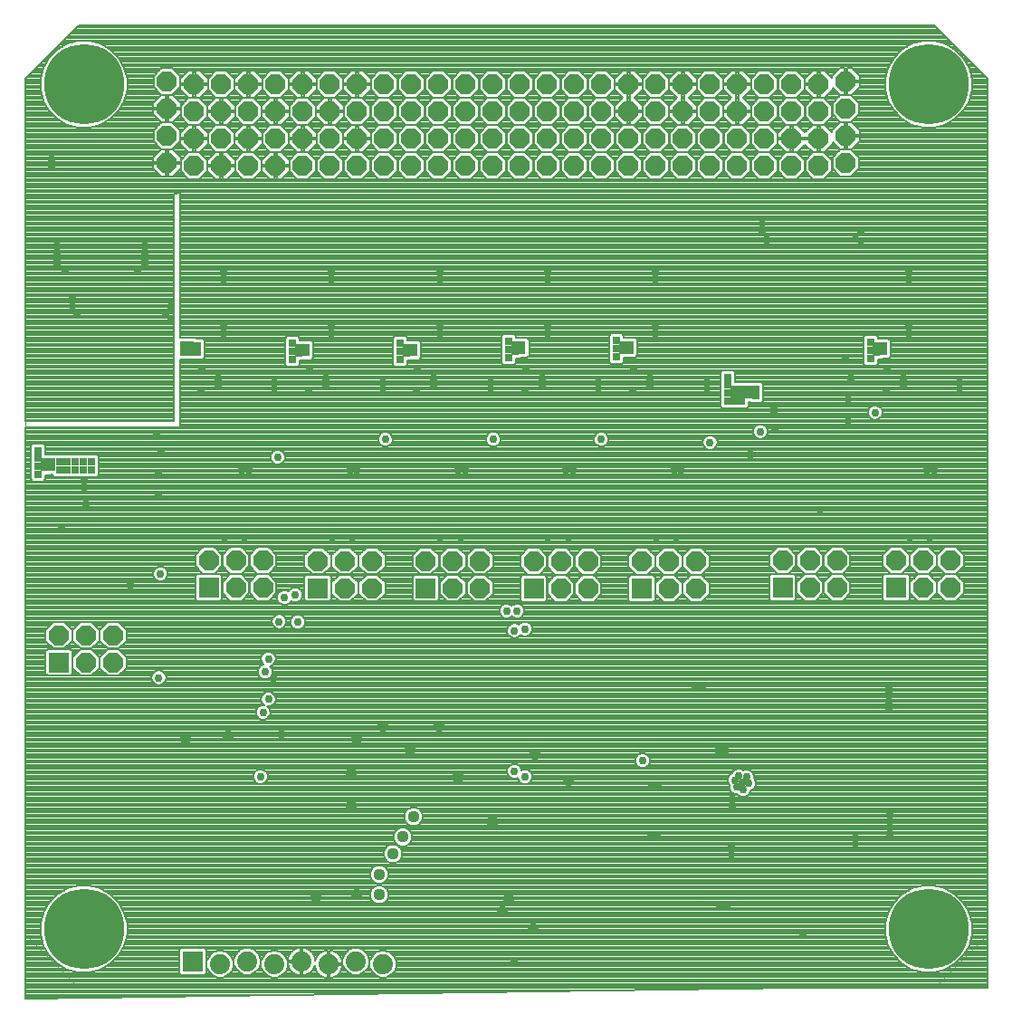
<source format=gbl>
G75*
%MOIN*%
%OFA0B0*%
%FSLAX25Y25*%
%IPPOS*%
%LPD*%
%AMOC8*
5,1,8,0,0,1.08239X$1,22.5*
%
%ADD10C,0.04400*%
%ADD11R,0.07400X0.07400*%
%ADD12C,0.07400*%
%ADD13OC8,0.07400*%
%ADD14C,0.00000*%
%ADD15C,0.29528*%
%ADD16C,0.02978*%
%ADD17C,0.00800*%
%ADD18R,0.02978X0.02978*%
D10*
X0062181Y0100562D03*
X0077929Y0101546D03*
X0125173Y0100562D03*
X0135016Y0105483D03*
X0144858Y0096625D03*
X0155685Y0105483D03*
X0162575Y0086783D03*
X0175370Y0070050D03*
X0191118Y0095149D03*
X0203421Y0085306D03*
X0181276Y0041507D03*
X0178815Y0037078D03*
X0190134Y0030680D03*
X0146227Y0072019D03*
X0142313Y0064537D03*
X0138692Y0058289D03*
X0133677Y0050769D03*
X0133677Y0043269D03*
X0125173Y0043476D03*
X0110409Y0042491D03*
X0123205Y0075956D03*
X0123205Y0087767D03*
D11*
X0110961Y0156153D03*
X0150724Y0156153D03*
X0190488Y0155956D03*
X0230252Y0155956D03*
X0282220Y0156350D03*
X0323953Y0156350D03*
X0070803Y0156350D03*
X0015685Y0128791D03*
X0064976Y0018700D03*
D12*
X0074976Y0017700D03*
X0084976Y0018700D03*
X0094976Y0017700D03*
X0104976Y0018700D03*
X0114976Y0017700D03*
X0124976Y0018700D03*
X0134976Y0017700D03*
D13*
X0035685Y0128791D03*
X0025685Y0128791D03*
X0025685Y0138791D03*
X0035685Y0138791D03*
X0015685Y0138791D03*
X0070803Y0166350D03*
X0080803Y0166350D03*
X0090803Y0166350D03*
X0090803Y0156350D03*
X0080803Y0156350D03*
X0110961Y0166153D03*
X0120961Y0166153D03*
X0130961Y0166153D03*
X0130961Y0156153D03*
X0120961Y0156153D03*
X0150724Y0166153D03*
X0160724Y0166153D03*
X0160724Y0156153D03*
X0170724Y0156153D03*
X0170724Y0166153D03*
X0190488Y0165956D03*
X0200488Y0165956D03*
X0200488Y0155956D03*
X0210488Y0155956D03*
X0210488Y0165956D03*
X0230252Y0165956D03*
X0240252Y0165956D03*
X0250252Y0165956D03*
X0250252Y0155956D03*
X0240252Y0155956D03*
X0282220Y0166350D03*
X0292220Y0166350D03*
X0292220Y0156350D03*
X0302220Y0156350D03*
X0302220Y0166350D03*
X0323953Y0166350D03*
X0333953Y0166350D03*
X0343953Y0166350D03*
X0343953Y0156350D03*
X0333953Y0156350D03*
X0305409Y0312665D03*
X0305409Y0322665D03*
X0305409Y0332665D03*
X0305409Y0342665D03*
X0295409Y0341665D03*
X0285409Y0341665D03*
X0275409Y0341665D03*
X0265409Y0341665D03*
X0255409Y0341665D03*
X0245409Y0341665D03*
X0235409Y0341665D03*
X0225409Y0341665D03*
X0215409Y0341665D03*
X0205409Y0341665D03*
X0195409Y0341665D03*
X0185409Y0341665D03*
X0175409Y0341665D03*
X0165409Y0341665D03*
X0155409Y0341665D03*
X0145409Y0341665D03*
X0135409Y0341665D03*
X0125409Y0341665D03*
X0115409Y0341665D03*
X0105409Y0341665D03*
X0095409Y0341665D03*
X0085409Y0341665D03*
X0075409Y0341665D03*
X0065409Y0341665D03*
X0065409Y0331665D03*
X0065409Y0321665D03*
X0065409Y0311665D03*
X0075409Y0311665D03*
X0085409Y0311665D03*
X0085409Y0321665D03*
X0075409Y0321665D03*
X0075409Y0331665D03*
X0085409Y0331665D03*
X0095409Y0331665D03*
X0095409Y0321665D03*
X0095409Y0311665D03*
X0105409Y0311665D03*
X0105409Y0321665D03*
X0105409Y0331665D03*
X0115409Y0331665D03*
X0115409Y0321665D03*
X0125409Y0321665D03*
X0125409Y0331665D03*
X0135409Y0331665D03*
X0135409Y0321665D03*
X0135409Y0311665D03*
X0125409Y0311665D03*
X0115409Y0311665D03*
X0145409Y0311665D03*
X0145409Y0321665D03*
X0145409Y0331665D03*
X0155409Y0331665D03*
X0155409Y0321665D03*
X0155409Y0311665D03*
X0165409Y0311665D03*
X0175409Y0311665D03*
X0175409Y0321665D03*
X0165409Y0321665D03*
X0165409Y0331665D03*
X0175409Y0331665D03*
X0185409Y0331665D03*
X0185409Y0321665D03*
X0185409Y0311665D03*
X0195409Y0311665D03*
X0195409Y0321665D03*
X0195409Y0331665D03*
X0205409Y0331665D03*
X0205409Y0321665D03*
X0205409Y0311665D03*
X0215409Y0311665D03*
X0225409Y0311665D03*
X0225409Y0321665D03*
X0215409Y0321665D03*
X0215409Y0331665D03*
X0225409Y0331665D03*
X0235409Y0331665D03*
X0235409Y0321665D03*
X0235409Y0311665D03*
X0245409Y0311665D03*
X0245409Y0321665D03*
X0245409Y0331665D03*
X0255409Y0331665D03*
X0255409Y0321665D03*
X0265409Y0321665D03*
X0265409Y0331665D03*
X0275409Y0331665D03*
X0275409Y0321665D03*
X0275409Y0311665D03*
X0265409Y0311665D03*
X0255409Y0311665D03*
X0285409Y0311665D03*
X0285409Y0321665D03*
X0285409Y0331665D03*
X0295409Y0331665D03*
X0295409Y0321665D03*
X0295409Y0311665D03*
X0055409Y0312665D03*
X0055409Y0322665D03*
X0055409Y0332665D03*
X0055409Y0342665D03*
D14*
X0022929Y0363318D02*
X0337890Y0363318D01*
X0357575Y0343633D01*
X0357575Y0028672D01*
X0337890Y0008987D01*
X0022929Y0008987D01*
X0003244Y0028672D01*
X0003244Y0343633D01*
X0022929Y0363318D01*
D15*
X0024898Y0341665D03*
X0024898Y0030641D03*
X0335921Y0030641D03*
X0335921Y0341665D03*
D16*
X0310921Y0287137D03*
X0308953Y0284775D03*
X0310921Y0282413D03*
X0328638Y0272373D03*
X0328638Y0270011D03*
X0328638Y0252294D03*
X0328638Y0249539D03*
X0320567Y0236940D03*
X0326618Y0233318D03*
X0326618Y0230562D03*
X0320218Y0228362D03*
X0316236Y0220802D03*
X0306394Y0217649D03*
X0306394Y0225523D03*
X0307378Y0233397D03*
X0305409Y0240287D03*
X0278835Y0223161D03*
X0278835Y0220798D03*
X0279403Y0214693D03*
X0273951Y0213803D03*
X0270449Y0205476D03*
X0255462Y0209775D03*
X0244689Y0199743D03*
X0242130Y0199743D03*
X0243008Y0174735D03*
X0235528Y0174735D03*
X0204925Y0199743D03*
X0202366Y0199743D03*
X0215379Y0210916D03*
X0214374Y0229606D03*
X0214374Y0232106D03*
X0226911Y0228362D03*
X0233311Y0230562D03*
X0233311Y0233318D03*
X0227260Y0236940D03*
X0235331Y0249539D03*
X0235331Y0252294D03*
X0235331Y0270011D03*
X0235331Y0272373D03*
X0195567Y0272373D03*
X0195567Y0270011D03*
X0195567Y0252294D03*
X0195567Y0249539D03*
X0187496Y0236940D03*
X0193547Y0233318D03*
X0193547Y0230562D03*
X0187147Y0228362D03*
X0174610Y0229606D03*
X0174610Y0232106D03*
X0155803Y0249539D03*
X0155803Y0252294D03*
X0147732Y0236940D03*
X0153783Y0233318D03*
X0153783Y0230562D03*
X0147383Y0228362D03*
X0134846Y0229606D03*
X0134846Y0232106D03*
X0116039Y0249539D03*
X0116039Y0252294D03*
X0107969Y0236940D03*
X0114020Y0233318D03*
X0114020Y0230562D03*
X0107620Y0228362D03*
X0095083Y0229606D03*
X0095083Y0232106D03*
X0076276Y0249539D03*
X0076276Y0252294D03*
X0068205Y0236940D03*
X0074256Y0233318D03*
X0074256Y0230562D03*
X0067856Y0228362D03*
X0051472Y0212728D03*
X0053441Y0205838D03*
X0052457Y0197964D03*
X0052457Y0190090D03*
X0025466Y0187134D03*
X0024898Y0193239D03*
X0024898Y0195602D03*
X0016512Y0177917D03*
X0041866Y0157334D03*
X0053069Y0161406D03*
X0076472Y0174735D03*
X0083953Y0174735D03*
X0102654Y0153672D03*
X0098717Y0152688D03*
X0096748Y0143830D03*
X0103638Y0143692D03*
X0092811Y0130050D03*
X0091616Y0125340D03*
X0094780Y0123161D03*
X0092811Y0115287D03*
X0090843Y0110365D03*
X0097732Y0102491D03*
X0089858Y0086743D03*
X0052457Y0123161D03*
X0116236Y0174735D03*
X0123717Y0174735D03*
X0122839Y0199743D03*
X0125398Y0199743D03*
X0135852Y0210916D03*
X0162602Y0199743D03*
X0165161Y0199743D03*
X0175616Y0210916D03*
X0163480Y0174735D03*
X0156000Y0174735D03*
X0180569Y0147767D03*
X0184346Y0147767D03*
X0187299Y0141141D03*
X0183362Y0140492D03*
X0195764Y0174735D03*
X0203244Y0174735D03*
X0250051Y0119920D03*
X0252551Y0119920D03*
X0230606Y0092649D03*
X0264489Y0085471D03*
X0266064Y0087046D03*
X0267245Y0084684D03*
X0269607Y0084290D03*
X0268820Y0086652D03*
X0267639Y0081928D03*
X0265277Y0082912D03*
X0263500Y0078623D03*
X0263500Y0076123D03*
X0263146Y0060572D03*
X0263146Y0058072D03*
X0289661Y0028672D03*
X0309059Y0061846D03*
X0309059Y0064346D03*
X0321748Y0064893D03*
X0321748Y0067649D03*
X0321748Y0070405D03*
X0321748Y0072767D03*
X0321354Y0112137D03*
X0321354Y0114499D03*
X0321354Y0117255D03*
X0321354Y0120011D03*
X0328835Y0174735D03*
X0336315Y0174735D03*
X0335437Y0199743D03*
X0337996Y0199743D03*
X0347445Y0229606D03*
X0347445Y0232106D03*
X0295803Y0184893D03*
X0254138Y0229606D03*
X0254138Y0232106D03*
X0276276Y0284381D03*
X0274701Y0287531D03*
X0274701Y0290287D03*
X0155803Y0272373D03*
X0155803Y0270011D03*
X0116039Y0270011D03*
X0116039Y0272373D03*
X0076276Y0272373D03*
X0076276Y0270011D03*
X0056984Y0259578D03*
X0055016Y0257216D03*
X0056984Y0254854D03*
X0044780Y0272964D03*
X0047142Y0274539D03*
X0047142Y0276901D03*
X0047142Y0279657D03*
X0047142Y0282019D03*
X0022339Y0256822D03*
X0020764Y0259972D03*
X0020764Y0262728D03*
X0018008Y0272964D03*
X0014858Y0274539D03*
X0014858Y0276901D03*
X0014858Y0279263D03*
X0014858Y0282019D03*
X0012890Y0311153D03*
X0012890Y0313515D03*
X0012890Y0315877D03*
X0096256Y0204361D03*
X0085634Y0199743D03*
X0083075Y0199743D03*
X0183362Y0088712D03*
X0187299Y0086743D03*
X0183362Y0018830D03*
D17*
X0003244Y0005050D02*
X0003244Y0215287D01*
X0060134Y0215287D01*
X0060191Y0240354D01*
X0068616Y0240354D01*
X0069319Y0241056D01*
X0069319Y0247391D01*
X0068616Y0248094D01*
X0066254Y0248094D01*
X0065860Y0248487D01*
X0060210Y0248487D01*
X0060331Y0301507D01*
X0057969Y0301310D01*
X0057969Y0217649D01*
X0003244Y0217649D01*
X0003244Y0343633D01*
X0022929Y0363318D01*
X0337890Y0363318D01*
X0357575Y0343633D01*
X0357575Y0008987D01*
X0286709Y0008987D01*
X0003244Y0005050D01*
X0003244Y0005689D02*
X0049238Y0005689D01*
X0060076Y0014503D02*
X0060779Y0013800D01*
X0069173Y0013800D01*
X0069876Y0014503D01*
X0069876Y0022897D01*
X0069173Y0023600D01*
X0060779Y0023600D01*
X0060076Y0022897D01*
X0060076Y0014503D01*
X0060106Y0014473D02*
X0003244Y0014473D01*
X0003244Y0015271D02*
X0020578Y0015271D01*
X0018736Y0015765D02*
X0022796Y0014677D01*
X0026999Y0014677D01*
X0031059Y0015765D01*
X0034700Y0017867D01*
X0037672Y0020839D01*
X0039773Y0024479D01*
X0040861Y0028539D01*
X0040861Y0032743D01*
X0039773Y0036803D01*
X0037672Y0040443D01*
X0034700Y0043415D01*
X0031059Y0045517D01*
X0026999Y0046605D01*
X0022796Y0046605D01*
X0018736Y0045517D01*
X0015096Y0043415D01*
X0012123Y0040443D01*
X0010022Y0036803D01*
X0008934Y0032743D01*
X0008934Y0028539D01*
X0010022Y0024479D01*
X0012123Y0020839D01*
X0015096Y0017867D01*
X0018736Y0015765D01*
X0018208Y0016070D02*
X0003244Y0016070D01*
X0003244Y0016868D02*
X0016825Y0016868D01*
X0015442Y0017667D02*
X0003244Y0017667D01*
X0003244Y0018465D02*
X0014497Y0018465D01*
X0013698Y0019264D02*
X0003244Y0019264D01*
X0003244Y0020062D02*
X0012900Y0020062D01*
X0012111Y0020861D02*
X0003244Y0020861D01*
X0003244Y0021659D02*
X0011650Y0021659D01*
X0011189Y0022458D02*
X0003244Y0022458D01*
X0003244Y0023256D02*
X0010728Y0023256D01*
X0010267Y0024055D02*
X0003244Y0024055D01*
X0003244Y0024853D02*
X0009921Y0024853D01*
X0009707Y0025652D02*
X0003244Y0025652D01*
X0003244Y0026450D02*
X0009494Y0026450D01*
X0009280Y0027249D02*
X0003244Y0027249D01*
X0003244Y0028048D02*
X0009066Y0028048D01*
X0008934Y0028846D02*
X0003244Y0028846D01*
X0003244Y0029645D02*
X0008934Y0029645D01*
X0008934Y0030443D02*
X0003244Y0030443D01*
X0003244Y0031242D02*
X0008934Y0031242D01*
X0008934Y0032040D02*
X0003244Y0032040D01*
X0003244Y0032839D02*
X0008960Y0032839D01*
X0009174Y0033637D02*
X0003244Y0033637D01*
X0003244Y0034436D02*
X0009388Y0034436D01*
X0009601Y0035234D02*
X0003244Y0035234D01*
X0003244Y0036033D02*
X0009815Y0036033D01*
X0010038Y0036831D02*
X0003244Y0036831D01*
X0003244Y0037630D02*
X0010499Y0037630D01*
X0010960Y0038428D02*
X0003244Y0038428D01*
X0003244Y0039227D02*
X0011421Y0039227D01*
X0011882Y0040025D02*
X0003244Y0040025D01*
X0003244Y0040824D02*
X0012504Y0040824D01*
X0013303Y0041622D02*
X0003244Y0041622D01*
X0003244Y0042421D02*
X0014101Y0042421D01*
X0014900Y0043219D02*
X0003244Y0043219D01*
X0003244Y0044018D02*
X0016139Y0044018D01*
X0017522Y0044816D02*
X0003244Y0044816D01*
X0003244Y0045615D02*
X0019101Y0045615D01*
X0022082Y0046413D02*
X0003244Y0046413D01*
X0003244Y0047212D02*
X0357575Y0047212D01*
X0357575Y0048010D02*
X0135727Y0048010D01*
X0135603Y0047887D02*
X0136560Y0048843D01*
X0137077Y0050093D01*
X0137077Y0051445D01*
X0136560Y0052695D01*
X0135603Y0053651D01*
X0134353Y0054169D01*
X0133001Y0054169D01*
X0131751Y0053651D01*
X0130795Y0052695D01*
X0130277Y0051445D01*
X0130277Y0050093D01*
X0130795Y0048843D01*
X0131751Y0047887D01*
X0133001Y0047369D01*
X0134353Y0047369D01*
X0135603Y0047887D01*
X0136525Y0048809D02*
X0357575Y0048809D01*
X0357575Y0049607D02*
X0136876Y0049607D01*
X0137077Y0050406D02*
X0357575Y0050406D01*
X0357575Y0051204D02*
X0137077Y0051204D01*
X0136846Y0052003D02*
X0357575Y0052003D01*
X0357575Y0052801D02*
X0136453Y0052801D01*
X0135654Y0053600D02*
X0357575Y0053600D01*
X0357575Y0054398D02*
X0003244Y0054398D01*
X0003244Y0053600D02*
X0131700Y0053600D01*
X0130901Y0052801D02*
X0003244Y0052801D01*
X0003244Y0052003D02*
X0130508Y0052003D01*
X0130277Y0051204D02*
X0003244Y0051204D01*
X0003244Y0050406D02*
X0130277Y0050406D01*
X0130478Y0049607D02*
X0003244Y0049607D01*
X0003244Y0048809D02*
X0130829Y0048809D01*
X0131627Y0048010D02*
X0003244Y0048010D01*
X0003244Y0055197D02*
X0137273Y0055197D01*
X0136766Y0055407D02*
X0138016Y0054889D01*
X0139368Y0054889D01*
X0140618Y0055407D01*
X0141574Y0056363D01*
X0142092Y0057613D01*
X0142092Y0058966D01*
X0141574Y0060215D01*
X0140618Y0061172D01*
X0139368Y0061689D01*
X0138016Y0061689D01*
X0136766Y0061172D01*
X0135810Y0060215D01*
X0135292Y0058966D01*
X0135292Y0057613D01*
X0135810Y0056363D01*
X0136766Y0055407D01*
X0136178Y0055995D02*
X0003244Y0055995D01*
X0003244Y0056794D02*
X0135631Y0056794D01*
X0135301Y0057592D02*
X0003244Y0057592D01*
X0003244Y0058391D02*
X0135292Y0058391D01*
X0135385Y0059189D02*
X0003244Y0059189D01*
X0003244Y0059988D02*
X0135716Y0059988D01*
X0136381Y0060786D02*
X0003244Y0060786D01*
X0003244Y0061585D02*
X0137764Y0061585D01*
X0139620Y0061585D02*
X0140556Y0061585D01*
X0140387Y0061655D02*
X0141637Y0061137D01*
X0142990Y0061137D01*
X0144239Y0061655D01*
X0145196Y0062611D01*
X0145713Y0063861D01*
X0145713Y0065213D01*
X0145196Y0066463D01*
X0144239Y0067419D01*
X0142990Y0067937D01*
X0141637Y0067937D01*
X0140387Y0067419D01*
X0139431Y0066463D01*
X0138913Y0065213D01*
X0138913Y0063861D01*
X0139431Y0062611D01*
X0140387Y0061655D01*
X0139659Y0062384D02*
X0003244Y0062384D01*
X0003244Y0063182D02*
X0139195Y0063182D01*
X0138913Y0063981D02*
X0003244Y0063981D01*
X0003244Y0064779D02*
X0138913Y0064779D01*
X0139064Y0065578D02*
X0003244Y0065578D01*
X0003244Y0066376D02*
X0139395Y0066376D01*
X0140143Y0067175D02*
X0003244Y0067175D01*
X0003244Y0067973D02*
X0357575Y0067973D01*
X0357575Y0067175D02*
X0144484Y0067175D01*
X0145232Y0066376D02*
X0357575Y0066376D01*
X0357575Y0065578D02*
X0145563Y0065578D01*
X0145713Y0064779D02*
X0357575Y0064779D01*
X0357575Y0063981D02*
X0145713Y0063981D01*
X0145432Y0063182D02*
X0357575Y0063182D01*
X0357575Y0062384D02*
X0144968Y0062384D01*
X0144071Y0061585D02*
X0357575Y0061585D01*
X0357575Y0060786D02*
X0141003Y0060786D01*
X0141669Y0059988D02*
X0357575Y0059988D01*
X0357575Y0059189D02*
X0141999Y0059189D01*
X0142092Y0058391D02*
X0357575Y0058391D01*
X0357575Y0057592D02*
X0142084Y0057592D01*
X0141753Y0056794D02*
X0357575Y0056794D01*
X0357575Y0055995D02*
X0141206Y0055995D01*
X0140111Y0055197D02*
X0357575Y0055197D01*
X0357575Y0046413D02*
X0338737Y0046413D01*
X0338023Y0046605D02*
X0333820Y0046605D01*
X0329759Y0045517D01*
X0326119Y0043415D01*
X0323147Y0040443D01*
X0321045Y0036803D01*
X0319957Y0032743D01*
X0319957Y0028539D01*
X0321045Y0024479D01*
X0323147Y0020839D01*
X0326119Y0017867D01*
X0329759Y0015765D01*
X0333820Y0014677D01*
X0338023Y0014677D01*
X0342083Y0015765D01*
X0345723Y0017867D01*
X0348695Y0020839D01*
X0350797Y0024479D01*
X0351885Y0028539D01*
X0351885Y0032743D01*
X0350797Y0036803D01*
X0348695Y0040443D01*
X0345723Y0043415D01*
X0342083Y0045517D01*
X0338023Y0046605D01*
X0341717Y0045615D02*
X0357575Y0045615D01*
X0357575Y0044816D02*
X0343296Y0044816D01*
X0344680Y0044018D02*
X0357575Y0044018D01*
X0357575Y0043219D02*
X0345919Y0043219D01*
X0346718Y0042421D02*
X0357575Y0042421D01*
X0357575Y0041622D02*
X0347516Y0041622D01*
X0348315Y0040824D02*
X0357575Y0040824D01*
X0357575Y0040025D02*
X0348937Y0040025D01*
X0349398Y0039227D02*
X0357575Y0039227D01*
X0357575Y0038428D02*
X0349859Y0038428D01*
X0350320Y0037630D02*
X0357575Y0037630D01*
X0357575Y0036831D02*
X0350781Y0036831D01*
X0351003Y0036033D02*
X0357575Y0036033D01*
X0357575Y0035234D02*
X0351217Y0035234D01*
X0351431Y0034436D02*
X0357575Y0034436D01*
X0357575Y0033637D02*
X0351645Y0033637D01*
X0351859Y0032839D02*
X0357575Y0032839D01*
X0357575Y0032040D02*
X0351885Y0032040D01*
X0351885Y0031242D02*
X0357575Y0031242D01*
X0357575Y0030443D02*
X0351885Y0030443D01*
X0351885Y0029645D02*
X0357575Y0029645D01*
X0357575Y0028846D02*
X0351885Y0028846D01*
X0351753Y0028048D02*
X0357575Y0028048D01*
X0357575Y0027249D02*
X0351539Y0027249D01*
X0351325Y0026450D02*
X0357575Y0026450D01*
X0357575Y0025652D02*
X0351111Y0025652D01*
X0350897Y0024853D02*
X0357575Y0024853D01*
X0357575Y0024055D02*
X0350552Y0024055D01*
X0350091Y0023256D02*
X0357575Y0023256D01*
X0357575Y0022458D02*
X0349630Y0022458D01*
X0349169Y0021659D02*
X0357575Y0021659D01*
X0357575Y0020861D02*
X0348708Y0020861D01*
X0347919Y0020062D02*
X0357575Y0020062D01*
X0357575Y0019264D02*
X0347120Y0019264D01*
X0346322Y0018465D02*
X0357575Y0018465D01*
X0357575Y0017667D02*
X0345377Y0017667D01*
X0343994Y0016868D02*
X0357575Y0016868D01*
X0357575Y0016070D02*
X0342611Y0016070D01*
X0340240Y0015271D02*
X0357575Y0015271D01*
X0357575Y0014473D02*
X0138679Y0014473D01*
X0139130Y0014924D02*
X0137752Y0013546D01*
X0135951Y0012800D01*
X0134002Y0012800D01*
X0132201Y0013546D01*
X0130822Y0014924D01*
X0130076Y0016725D01*
X0130076Y0018675D01*
X0130822Y0020476D01*
X0132201Y0021854D01*
X0134002Y0022600D01*
X0135951Y0022600D01*
X0137752Y0021854D01*
X0139130Y0020476D01*
X0139876Y0018675D01*
X0139876Y0016725D01*
X0139130Y0014924D01*
X0139274Y0015271D02*
X0331602Y0015271D01*
X0329232Y0016070D02*
X0139605Y0016070D01*
X0139876Y0016868D02*
X0327849Y0016868D01*
X0326465Y0017667D02*
X0139876Y0017667D01*
X0139876Y0018465D02*
X0325521Y0018465D01*
X0324722Y0019264D02*
X0139632Y0019264D01*
X0139302Y0020062D02*
X0323924Y0020062D01*
X0323134Y0020861D02*
X0138745Y0020861D01*
X0137947Y0021659D02*
X0322673Y0021659D01*
X0322212Y0022458D02*
X0136294Y0022458D01*
X0133659Y0022458D02*
X0128148Y0022458D01*
X0127752Y0022854D02*
X0125951Y0023600D01*
X0124002Y0023600D01*
X0122201Y0022854D01*
X0120822Y0021476D01*
X0120076Y0019675D01*
X0120076Y0017725D01*
X0120822Y0015924D01*
X0122201Y0014546D01*
X0124002Y0013800D01*
X0125951Y0013800D01*
X0127752Y0014546D01*
X0129130Y0015924D01*
X0129876Y0017725D01*
X0129876Y0019675D01*
X0129130Y0021476D01*
X0127752Y0022854D01*
X0126780Y0023256D02*
X0321751Y0023256D01*
X0321290Y0024055D02*
X0039529Y0024055D01*
X0039874Y0024853D02*
X0320945Y0024853D01*
X0320731Y0025652D02*
X0040088Y0025652D01*
X0040302Y0026450D02*
X0320517Y0026450D01*
X0320303Y0027249D02*
X0040516Y0027249D01*
X0040730Y0028048D02*
X0320089Y0028048D01*
X0319957Y0028846D02*
X0040861Y0028846D01*
X0040861Y0029645D02*
X0319957Y0029645D01*
X0319957Y0030443D02*
X0040861Y0030443D01*
X0040861Y0031242D02*
X0319957Y0031242D01*
X0319957Y0032040D02*
X0040861Y0032040D01*
X0040836Y0032839D02*
X0319983Y0032839D01*
X0320197Y0033637D02*
X0040622Y0033637D01*
X0040408Y0034436D02*
X0320411Y0034436D01*
X0320625Y0035234D02*
X0040194Y0035234D01*
X0039980Y0036033D02*
X0320839Y0036033D01*
X0321062Y0036831D02*
X0039757Y0036831D01*
X0039296Y0037630D02*
X0321523Y0037630D01*
X0321984Y0038428D02*
X0038835Y0038428D01*
X0038374Y0039227D02*
X0322445Y0039227D01*
X0322906Y0040025D02*
X0134731Y0040025D01*
X0134353Y0039869D02*
X0135603Y0040387D01*
X0136560Y0041343D01*
X0137077Y0042593D01*
X0137077Y0043945D01*
X0136560Y0045195D01*
X0135603Y0046151D01*
X0134353Y0046669D01*
X0133001Y0046669D01*
X0131751Y0046151D01*
X0130795Y0045195D01*
X0130277Y0043945D01*
X0130277Y0042593D01*
X0130795Y0041343D01*
X0131751Y0040387D01*
X0133001Y0039869D01*
X0134353Y0039869D01*
X0132624Y0040025D02*
X0037913Y0040025D01*
X0037291Y0040824D02*
X0131314Y0040824D01*
X0130679Y0041622D02*
X0036493Y0041622D01*
X0035694Y0042421D02*
X0130348Y0042421D01*
X0130277Y0043219D02*
X0034896Y0043219D01*
X0033656Y0044018D02*
X0130307Y0044018D01*
X0130638Y0044816D02*
X0032273Y0044816D01*
X0030694Y0045615D02*
X0131215Y0045615D01*
X0132384Y0046413D02*
X0027714Y0046413D01*
X0039068Y0023256D02*
X0060436Y0023256D01*
X0060076Y0022458D02*
X0038607Y0022458D01*
X0038146Y0021659D02*
X0060076Y0021659D01*
X0060076Y0020861D02*
X0037684Y0020861D01*
X0036895Y0020062D02*
X0060076Y0020062D01*
X0060076Y0019264D02*
X0036097Y0019264D01*
X0035298Y0018465D02*
X0060076Y0018465D01*
X0060076Y0017667D02*
X0034353Y0017667D01*
X0032970Y0016868D02*
X0060076Y0016868D01*
X0060076Y0016070D02*
X0031587Y0016070D01*
X0029217Y0015271D02*
X0060076Y0015271D01*
X0069876Y0015271D02*
X0070679Y0015271D01*
X0070822Y0014924D02*
X0072201Y0013546D01*
X0074002Y0012800D01*
X0075951Y0012800D01*
X0077752Y0013546D01*
X0079130Y0014924D01*
X0079876Y0016725D01*
X0079876Y0018675D01*
X0079130Y0020476D01*
X0077752Y0021854D01*
X0075951Y0022600D01*
X0074002Y0022600D01*
X0072201Y0021854D01*
X0070822Y0020476D01*
X0070076Y0018675D01*
X0070076Y0016725D01*
X0070822Y0014924D01*
X0071274Y0014473D02*
X0069846Y0014473D01*
X0069876Y0016070D02*
X0070348Y0016070D01*
X0070076Y0016868D02*
X0069876Y0016868D01*
X0069876Y0017667D02*
X0070076Y0017667D01*
X0070076Y0018465D02*
X0069876Y0018465D01*
X0069876Y0019264D02*
X0070320Y0019264D01*
X0070651Y0020062D02*
X0069876Y0020062D01*
X0069876Y0020861D02*
X0071208Y0020861D01*
X0072006Y0021659D02*
X0069876Y0021659D01*
X0069876Y0022458D02*
X0073659Y0022458D01*
X0076294Y0022458D02*
X0081805Y0022458D01*
X0082201Y0022854D02*
X0080822Y0021476D01*
X0080076Y0019675D01*
X0080076Y0017725D01*
X0080822Y0015924D01*
X0082201Y0014546D01*
X0084002Y0013800D01*
X0085951Y0013800D01*
X0087752Y0014546D01*
X0089130Y0015924D01*
X0089876Y0017725D01*
X0089876Y0019675D01*
X0089130Y0021476D01*
X0087752Y0022854D01*
X0085951Y0023600D01*
X0084002Y0023600D01*
X0082201Y0022854D01*
X0083172Y0023256D02*
X0069517Y0023256D01*
X0077947Y0021659D02*
X0081006Y0021659D01*
X0080568Y0020861D02*
X0078745Y0020861D01*
X0079302Y0020062D02*
X0080237Y0020062D01*
X0080076Y0019264D02*
X0079632Y0019264D01*
X0079876Y0018465D02*
X0080076Y0018465D01*
X0080101Y0017667D02*
X0079876Y0017667D01*
X0079876Y0016868D02*
X0080431Y0016868D01*
X0080762Y0016070D02*
X0079605Y0016070D01*
X0079274Y0015271D02*
X0081475Y0015271D01*
X0082377Y0014473D02*
X0078679Y0014473D01*
X0077880Y0013674D02*
X0092072Y0013674D01*
X0092201Y0013546D02*
X0094002Y0012800D01*
X0095951Y0012800D01*
X0097752Y0013546D01*
X0099130Y0014924D01*
X0099876Y0016725D01*
X0099876Y0018675D01*
X0099130Y0020476D01*
X0097752Y0021854D01*
X0095951Y0022600D01*
X0094002Y0022600D01*
X0092201Y0021854D01*
X0090822Y0020476D01*
X0090076Y0018675D01*
X0090076Y0016725D01*
X0090822Y0014924D01*
X0092201Y0013546D01*
X0091274Y0014473D02*
X0087575Y0014473D01*
X0088477Y0015271D02*
X0090679Y0015271D01*
X0090348Y0016070D02*
X0089191Y0016070D01*
X0089521Y0016868D02*
X0090076Y0016868D01*
X0090076Y0017667D02*
X0089852Y0017667D01*
X0089876Y0018465D02*
X0090076Y0018465D01*
X0089876Y0019264D02*
X0090320Y0019264D01*
X0090651Y0020062D02*
X0089716Y0020062D01*
X0089385Y0020861D02*
X0091208Y0020861D01*
X0092006Y0021659D02*
X0088947Y0021659D01*
X0088148Y0022458D02*
X0093659Y0022458D01*
X0096294Y0022458D02*
X0101522Y0022458D01*
X0101654Y0022590D02*
X0101086Y0022022D01*
X0100614Y0021373D01*
X0100250Y0020658D01*
X0100002Y0019894D01*
X0099876Y0019101D01*
X0099876Y0019100D01*
X0104576Y0019100D01*
X0104576Y0018300D01*
X0099876Y0018300D01*
X0099876Y0018299D01*
X0100002Y0017506D01*
X0100250Y0016742D01*
X0100614Y0016027D01*
X0101086Y0015378D01*
X0101654Y0014810D01*
X0102303Y0014338D01*
X0103019Y0013974D01*
X0103782Y0013726D01*
X0104575Y0013600D01*
X0104576Y0013600D01*
X0104576Y0018300D01*
X0105376Y0018300D01*
X0105376Y0013600D01*
X0105378Y0013600D01*
X0106171Y0013726D01*
X0106934Y0013974D01*
X0107649Y0014338D01*
X0108299Y0014810D01*
X0108866Y0015378D01*
X0109338Y0016027D01*
X0109703Y0016742D01*
X0109879Y0017284D01*
X0110002Y0016506D01*
X0110250Y0015742D01*
X0110614Y0015027D01*
X0111086Y0014378D01*
X0111654Y0013810D01*
X0112303Y0013338D01*
X0113019Y0012974D01*
X0113782Y0012726D01*
X0114575Y0012600D01*
X0114576Y0012600D01*
X0114576Y0017300D01*
X0115376Y0017300D01*
X0115376Y0012600D01*
X0115378Y0012600D01*
X0116171Y0012726D01*
X0116934Y0012974D01*
X0117649Y0013338D01*
X0118299Y0013810D01*
X0118866Y0014378D01*
X0119338Y0015027D01*
X0119703Y0015742D01*
X0119951Y0016506D01*
X0120076Y0017299D01*
X0120076Y0017300D01*
X0115376Y0017300D01*
X0115376Y0018100D01*
X0114576Y0018100D01*
X0114576Y0022800D01*
X0114575Y0022800D01*
X0113782Y0022674D01*
X0113019Y0022426D01*
X0112303Y0022062D01*
X0111654Y0021590D01*
X0111086Y0021022D01*
X0110614Y0020373D01*
X0110250Y0019658D01*
X0110074Y0019116D01*
X0109951Y0019894D01*
X0109703Y0020658D01*
X0109338Y0021373D01*
X0108866Y0022022D01*
X0108299Y0022590D01*
X0107649Y0023062D01*
X0106934Y0023426D01*
X0106171Y0023674D01*
X0105378Y0023800D01*
X0105376Y0023800D01*
X0105376Y0019100D01*
X0104576Y0019100D01*
X0104576Y0023800D01*
X0104575Y0023800D01*
X0103782Y0023674D01*
X0103019Y0023426D01*
X0102303Y0023062D01*
X0101654Y0022590D01*
X0102685Y0023256D02*
X0086780Y0023256D01*
X0097947Y0021659D02*
X0100823Y0021659D01*
X0100354Y0020861D02*
X0098745Y0020861D01*
X0099302Y0020062D02*
X0100057Y0020062D01*
X0099902Y0019264D02*
X0099632Y0019264D01*
X0099876Y0018465D02*
X0104576Y0018465D01*
X0104576Y0017667D02*
X0105376Y0017667D01*
X0105376Y0016868D02*
X0104576Y0016868D01*
X0104576Y0016070D02*
X0105376Y0016070D01*
X0105376Y0015271D02*
X0104576Y0015271D01*
X0104576Y0014473D02*
X0105376Y0014473D01*
X0105376Y0013674D02*
X0104576Y0013674D01*
X0104106Y0013674D02*
X0097880Y0013674D01*
X0098679Y0014473D02*
X0102118Y0014473D01*
X0101193Y0015271D02*
X0099274Y0015271D01*
X0099605Y0016070D02*
X0100593Y0016070D01*
X0100209Y0016868D02*
X0099876Y0016868D01*
X0099876Y0017667D02*
X0099976Y0017667D01*
X0096134Y0012876D02*
X0113320Y0012876D01*
X0114576Y0012876D02*
X0115376Y0012876D01*
X0115376Y0013674D02*
X0114576Y0013674D01*
X0114576Y0014473D02*
X0115376Y0014473D01*
X0115376Y0015271D02*
X0114576Y0015271D01*
X0114576Y0016070D02*
X0115376Y0016070D01*
X0115376Y0016868D02*
X0114576Y0016868D01*
X0115376Y0017667D02*
X0120101Y0017667D01*
X0120076Y0018100D02*
X0120076Y0018101D01*
X0119951Y0018894D01*
X0119703Y0019658D01*
X0119338Y0020373D01*
X0118866Y0021022D01*
X0118299Y0021590D01*
X0117649Y0022062D01*
X0116934Y0022426D01*
X0116171Y0022674D01*
X0115378Y0022800D01*
X0115376Y0022800D01*
X0115376Y0018100D01*
X0120076Y0018100D01*
X0120076Y0018465D02*
X0120019Y0018465D01*
X0120076Y0019264D02*
X0119831Y0019264D01*
X0119497Y0020062D02*
X0120237Y0020062D01*
X0120568Y0020861D02*
X0118984Y0020861D01*
X0118203Y0021659D02*
X0121006Y0021659D01*
X0121805Y0022458D02*
X0116837Y0022458D01*
X0115376Y0022458D02*
X0114576Y0022458D01*
X0114576Y0021659D02*
X0115376Y0021659D01*
X0115376Y0020861D02*
X0114576Y0020861D01*
X0114576Y0020062D02*
X0115376Y0020062D01*
X0115376Y0019264D02*
X0114576Y0019264D01*
X0114576Y0018465D02*
X0115376Y0018465D01*
X0113116Y0022458D02*
X0108431Y0022458D01*
X0109130Y0021659D02*
X0111749Y0021659D01*
X0110969Y0020861D02*
X0109599Y0020861D01*
X0109896Y0020062D02*
X0110456Y0020062D01*
X0110122Y0019264D02*
X0110051Y0019264D01*
X0109945Y0016868D02*
X0109744Y0016868D01*
X0109360Y0016070D02*
X0110144Y0016070D01*
X0110490Y0015271D02*
X0108760Y0015271D01*
X0107835Y0014473D02*
X0111017Y0014473D01*
X0111841Y0013674D02*
X0105847Y0013674D01*
X0105376Y0019264D02*
X0104576Y0019264D01*
X0104576Y0020062D02*
X0105376Y0020062D01*
X0105376Y0020861D02*
X0104576Y0020861D01*
X0104576Y0021659D02*
X0105376Y0021659D01*
X0105376Y0022458D02*
X0104576Y0022458D01*
X0104576Y0023256D02*
X0105376Y0023256D01*
X0107268Y0023256D02*
X0123172Y0023256D01*
X0128947Y0021659D02*
X0132006Y0021659D01*
X0131208Y0020861D02*
X0129385Y0020861D01*
X0129716Y0020062D02*
X0130651Y0020062D01*
X0130320Y0019264D02*
X0129876Y0019264D01*
X0129876Y0018465D02*
X0130076Y0018465D01*
X0130076Y0017667D02*
X0129852Y0017667D01*
X0130076Y0016868D02*
X0129521Y0016868D01*
X0129191Y0016070D02*
X0130348Y0016070D01*
X0130679Y0015271D02*
X0128477Y0015271D01*
X0127575Y0014473D02*
X0131274Y0014473D01*
X0132072Y0013674D02*
X0118112Y0013674D01*
X0118936Y0014473D02*
X0122377Y0014473D01*
X0121475Y0015271D02*
X0119463Y0015271D01*
X0119809Y0016070D02*
X0120762Y0016070D01*
X0120431Y0016868D02*
X0120008Y0016868D01*
X0116633Y0012876D02*
X0133819Y0012876D01*
X0136134Y0012876D02*
X0357575Y0012876D01*
X0357575Y0013674D02*
X0137880Y0013674D01*
X0164224Y0007286D02*
X0003244Y0007286D01*
X0003244Y0006488D02*
X0106731Y0006488D01*
X0093819Y0012876D02*
X0076134Y0012876D01*
X0073819Y0012876D02*
X0003244Y0012876D01*
X0003244Y0013674D02*
X0072072Y0013674D01*
X0136040Y0040824D02*
X0323528Y0040824D01*
X0324326Y0041622D02*
X0136675Y0041622D01*
X0137006Y0042421D02*
X0325125Y0042421D01*
X0325923Y0043219D02*
X0137077Y0043219D01*
X0137047Y0044018D02*
X0327163Y0044018D01*
X0328546Y0044816D02*
X0136716Y0044816D01*
X0136140Y0045615D02*
X0330125Y0045615D01*
X0333105Y0046413D02*
X0134971Y0046413D01*
X0144301Y0069137D02*
X0145550Y0068619D01*
X0146903Y0068619D01*
X0148153Y0069137D01*
X0149109Y0070093D01*
X0149627Y0071343D01*
X0149627Y0072695D01*
X0149109Y0073945D01*
X0148153Y0074901D01*
X0146903Y0075419D01*
X0145550Y0075419D01*
X0144301Y0074901D01*
X0143344Y0073945D01*
X0142827Y0072695D01*
X0142827Y0071343D01*
X0143344Y0070093D01*
X0144301Y0069137D01*
X0143867Y0069570D02*
X0003244Y0069570D01*
X0003244Y0068772D02*
X0145182Y0068772D01*
X0147272Y0068772D02*
X0357575Y0068772D01*
X0357575Y0069570D02*
X0148586Y0069570D01*
X0149223Y0070369D02*
X0357575Y0070369D01*
X0357575Y0071167D02*
X0149554Y0071167D01*
X0149627Y0071966D02*
X0357575Y0071966D01*
X0357575Y0072764D02*
X0149598Y0072764D01*
X0149267Y0073563D02*
X0357575Y0073563D01*
X0357575Y0074361D02*
X0148693Y0074361D01*
X0147529Y0075160D02*
X0357575Y0075160D01*
X0357575Y0075958D02*
X0003244Y0075958D01*
X0003244Y0075160D02*
X0144925Y0075160D01*
X0143761Y0074361D02*
X0003244Y0074361D01*
X0003244Y0073563D02*
X0143186Y0073563D01*
X0142855Y0072764D02*
X0003244Y0072764D01*
X0003244Y0071966D02*
X0142827Y0071966D01*
X0142899Y0071167D02*
X0003244Y0071167D01*
X0003244Y0070369D02*
X0143230Y0070369D01*
X0181083Y0087189D02*
X0181839Y0086432D01*
X0182827Y0086023D01*
X0183897Y0086023D01*
X0184610Y0086318D01*
X0184610Y0086208D01*
X0185020Y0085220D01*
X0185776Y0084464D01*
X0186764Y0084054D01*
X0187834Y0084054D01*
X0188822Y0084464D01*
X0189579Y0085220D01*
X0189988Y0086208D01*
X0189988Y0087278D01*
X0189579Y0088266D01*
X0188822Y0089023D01*
X0187834Y0089432D01*
X0186764Y0089432D01*
X0186051Y0089137D01*
X0186051Y0089247D01*
X0185642Y0090235D01*
X0184885Y0090991D01*
X0183897Y0091401D01*
X0182827Y0091401D01*
X0181839Y0090991D01*
X0181083Y0090235D01*
X0180673Y0089247D01*
X0180673Y0088177D01*
X0181083Y0087189D01*
X0181134Y0087137D02*
X0092547Y0087137D01*
X0092547Y0087278D02*
X0092138Y0088266D01*
X0091381Y0089023D01*
X0090393Y0089432D01*
X0089323Y0089432D01*
X0088335Y0089023D01*
X0087579Y0088266D01*
X0087169Y0087278D01*
X0087169Y0086208D01*
X0087579Y0085220D01*
X0088335Y0084464D01*
X0089323Y0084054D01*
X0090393Y0084054D01*
X0091381Y0084464D01*
X0092138Y0085220D01*
X0092547Y0086208D01*
X0092547Y0087278D01*
X0092275Y0087936D02*
X0180773Y0087936D01*
X0180673Y0088734D02*
X0091670Y0088734D01*
X0092547Y0086339D02*
X0182064Y0086339D01*
X0184887Y0085540D02*
X0092270Y0085540D01*
X0091660Y0084742D02*
X0185498Y0084742D01*
X0189101Y0084742D02*
X0261881Y0084742D01*
X0261800Y0084936D02*
X0262210Y0083948D01*
X0262624Y0083534D01*
X0262588Y0083447D01*
X0262588Y0082377D01*
X0262997Y0081389D01*
X0263753Y0080633D01*
X0264742Y0080223D01*
X0265541Y0080223D01*
X0266116Y0079648D01*
X0267104Y0079239D01*
X0268174Y0079239D01*
X0269162Y0079648D01*
X0269918Y0080405D01*
X0270328Y0081393D01*
X0270328Y0081678D01*
X0271130Y0082011D01*
X0271887Y0082767D01*
X0272296Y0083755D01*
X0272296Y0084825D01*
X0271887Y0085813D01*
X0271509Y0086191D01*
X0271509Y0087187D01*
X0271099Y0088176D01*
X0270343Y0088932D01*
X0269355Y0089341D01*
X0268285Y0089341D01*
X0267780Y0089132D01*
X0267587Y0089326D01*
X0266599Y0089735D01*
X0265529Y0089735D01*
X0264541Y0089326D01*
X0263784Y0088569D01*
X0263545Y0087991D01*
X0262966Y0087751D01*
X0262210Y0086994D01*
X0261800Y0086006D01*
X0261800Y0084936D01*
X0261800Y0085540D02*
X0189711Y0085540D01*
X0189988Y0086339D02*
X0261938Y0086339D01*
X0262352Y0087137D02*
X0189988Y0087137D01*
X0189716Y0087936D02*
X0263413Y0087936D01*
X0263950Y0088734D02*
X0189111Y0088734D01*
X0185933Y0089533D02*
X0265041Y0089533D01*
X0267087Y0089533D02*
X0357575Y0089533D01*
X0357575Y0090331D02*
X0232038Y0090331D01*
X0232129Y0090369D02*
X0232886Y0091126D01*
X0233295Y0092114D01*
X0233295Y0093184D01*
X0232886Y0094172D01*
X0232129Y0094928D01*
X0231141Y0095338D01*
X0230071Y0095338D01*
X0229083Y0094928D01*
X0228327Y0094172D01*
X0227917Y0093184D01*
X0227917Y0092114D01*
X0228327Y0091126D01*
X0229083Y0090369D01*
X0230071Y0089960D01*
X0231141Y0089960D01*
X0232129Y0090369D01*
X0232888Y0091130D02*
X0357575Y0091130D01*
X0357575Y0091928D02*
X0233218Y0091928D01*
X0233295Y0092727D02*
X0357575Y0092727D01*
X0357575Y0093525D02*
X0233154Y0093525D01*
X0232734Y0094324D02*
X0357575Y0094324D01*
X0357575Y0095122D02*
X0231661Y0095122D01*
X0229552Y0095122D02*
X0003244Y0095122D01*
X0003244Y0094324D02*
X0228479Y0094324D01*
X0228059Y0093525D02*
X0003244Y0093525D01*
X0003244Y0092727D02*
X0227917Y0092727D01*
X0227994Y0091928D02*
X0003244Y0091928D01*
X0003244Y0091130D02*
X0182173Y0091130D01*
X0181179Y0090331D02*
X0003244Y0090331D01*
X0003244Y0089533D02*
X0180792Y0089533D01*
X0184551Y0091130D02*
X0228325Y0091130D01*
X0229174Y0090331D02*
X0185545Y0090331D01*
X0183897Y0137803D02*
X0182827Y0137803D01*
X0181839Y0138213D01*
X0181083Y0138969D01*
X0180673Y0139957D01*
X0180673Y0141027D01*
X0181083Y0142015D01*
X0181839Y0142772D01*
X0182827Y0143181D01*
X0183897Y0143181D01*
X0184885Y0142772D01*
X0185012Y0142645D01*
X0185020Y0142664D01*
X0185776Y0143421D01*
X0186764Y0143830D01*
X0187834Y0143830D01*
X0188822Y0143421D01*
X0189579Y0142664D01*
X0189988Y0141676D01*
X0189988Y0140606D01*
X0189579Y0139618D01*
X0188822Y0138861D01*
X0187834Y0138452D01*
X0186764Y0138452D01*
X0185776Y0138861D01*
X0185650Y0138988D01*
X0185642Y0138969D01*
X0184885Y0138213D01*
X0183897Y0137803D01*
X0184915Y0138242D02*
X0357575Y0138242D01*
X0357575Y0137444D02*
X0040585Y0137444D01*
X0040585Y0136761D02*
X0037715Y0133891D01*
X0033655Y0133891D01*
X0030785Y0136761D01*
X0030785Y0140820D01*
X0033655Y0143691D01*
X0037715Y0143691D01*
X0040585Y0140820D01*
X0040585Y0136761D01*
X0040469Y0136645D02*
X0357575Y0136645D01*
X0357575Y0135847D02*
X0039671Y0135847D01*
X0038872Y0135048D02*
X0357575Y0135048D01*
X0357575Y0134250D02*
X0038074Y0134250D01*
X0037715Y0133691D02*
X0033655Y0133691D01*
X0030785Y0130820D01*
X0030785Y0126761D01*
X0033655Y0123891D01*
X0037715Y0123891D01*
X0040585Y0126761D01*
X0040585Y0130820D01*
X0037715Y0133691D01*
X0037954Y0133451D02*
X0357575Y0133451D01*
X0357575Y0132652D02*
X0093556Y0132652D01*
X0093346Y0132739D02*
X0092276Y0132739D01*
X0091288Y0132330D01*
X0090531Y0131574D01*
X0090122Y0130585D01*
X0090122Y0129516D01*
X0090531Y0128527D01*
X0091045Y0128014D01*
X0090093Y0127620D01*
X0089336Y0126863D01*
X0088927Y0125875D01*
X0088927Y0124805D01*
X0089336Y0123817D01*
X0090093Y0123060D01*
X0091081Y0122651D01*
X0092151Y0122651D01*
X0093139Y0123060D01*
X0093896Y0123817D01*
X0094305Y0124805D01*
X0094305Y0125875D01*
X0093896Y0126863D01*
X0093382Y0127376D01*
X0094334Y0127771D01*
X0095091Y0128527D01*
X0095500Y0129516D01*
X0095500Y0130585D01*
X0095091Y0131574D01*
X0094334Y0132330D01*
X0093346Y0132739D01*
X0092066Y0132652D02*
X0038753Y0132652D01*
X0039551Y0131854D02*
X0090812Y0131854D01*
X0090317Y0131055D02*
X0040350Y0131055D01*
X0040585Y0130257D02*
X0090122Y0130257D01*
X0090146Y0129458D02*
X0040585Y0129458D01*
X0040585Y0128660D02*
X0090476Y0128660D01*
X0090677Y0127861D02*
X0040585Y0127861D01*
X0040585Y0127063D02*
X0089536Y0127063D01*
X0089088Y0126264D02*
X0040089Y0126264D01*
X0039290Y0125466D02*
X0050995Y0125466D01*
X0050934Y0125440D02*
X0050177Y0124684D01*
X0049768Y0123695D01*
X0049768Y0122626D01*
X0050177Y0121637D01*
X0050934Y0120881D01*
X0051922Y0120472D01*
X0052992Y0120472D01*
X0053980Y0120881D01*
X0054736Y0121637D01*
X0055146Y0122626D01*
X0055146Y0123695D01*
X0054736Y0124684D01*
X0053980Y0125440D01*
X0052992Y0125850D01*
X0051922Y0125850D01*
X0050934Y0125440D01*
X0050170Y0124667D02*
X0038492Y0124667D01*
X0032879Y0124667D02*
X0028492Y0124667D01*
X0027715Y0123891D02*
X0023655Y0123891D01*
X0020785Y0126761D01*
X0020785Y0130820D01*
X0023655Y0133691D01*
X0027715Y0133691D01*
X0030585Y0130820D01*
X0030585Y0126761D01*
X0027715Y0123891D01*
X0029290Y0125466D02*
X0032080Y0125466D01*
X0031282Y0126264D02*
X0030089Y0126264D01*
X0030585Y0127063D02*
X0030785Y0127063D01*
X0030785Y0127861D02*
X0030585Y0127861D01*
X0030585Y0128660D02*
X0030785Y0128660D01*
X0030785Y0129458D02*
X0030585Y0129458D01*
X0030585Y0130257D02*
X0030785Y0130257D01*
X0031020Y0131055D02*
X0030350Y0131055D01*
X0029551Y0131854D02*
X0031819Y0131854D01*
X0032617Y0132652D02*
X0028753Y0132652D01*
X0027954Y0133451D02*
X0033416Y0133451D01*
X0033296Y0134250D02*
X0028074Y0134250D01*
X0027715Y0133891D02*
X0030585Y0136761D01*
X0030585Y0140820D01*
X0027715Y0143691D01*
X0023655Y0143691D01*
X0020785Y0140820D01*
X0020785Y0136761D01*
X0023655Y0133891D01*
X0027715Y0133891D01*
X0028872Y0135048D02*
X0032498Y0135048D01*
X0031699Y0135847D02*
X0029671Y0135847D01*
X0030469Y0136645D02*
X0030901Y0136645D01*
X0030785Y0137444D02*
X0030585Y0137444D01*
X0030585Y0138242D02*
X0030785Y0138242D01*
X0030785Y0139041D02*
X0030585Y0139041D01*
X0030585Y0139839D02*
X0030785Y0139839D01*
X0030785Y0140638D02*
X0030585Y0140638D01*
X0029969Y0141436D02*
X0031401Y0141436D01*
X0032199Y0142235D02*
X0029171Y0142235D01*
X0028372Y0143033D02*
X0032998Y0143033D01*
X0038372Y0143033D02*
X0094168Y0143033D01*
X0094059Y0143295D02*
X0094468Y0142307D01*
X0095225Y0141550D01*
X0096213Y0141141D01*
X0097283Y0141141D01*
X0098271Y0141550D01*
X0099028Y0142307D01*
X0099437Y0143295D01*
X0099437Y0144365D01*
X0099028Y0145353D01*
X0098271Y0146110D01*
X0097283Y0146519D01*
X0096213Y0146519D01*
X0095225Y0146110D01*
X0094468Y0145353D01*
X0094059Y0144365D01*
X0094059Y0143295D01*
X0094059Y0143832D02*
X0003244Y0143832D01*
X0003244Y0144630D02*
X0094169Y0144630D01*
X0094544Y0145429D02*
X0003244Y0145429D01*
X0003244Y0146227D02*
X0095509Y0146227D01*
X0097987Y0146227D02*
X0102731Y0146227D01*
X0103103Y0146381D02*
X0102115Y0145972D01*
X0101358Y0145215D01*
X0100949Y0144227D01*
X0100949Y0143157D01*
X0101358Y0142169D01*
X0102115Y0141413D01*
X0103103Y0141003D01*
X0104173Y0141003D01*
X0105161Y0141413D01*
X0105917Y0142169D01*
X0106327Y0143157D01*
X0106327Y0144227D01*
X0105917Y0145215D01*
X0105161Y0145972D01*
X0104173Y0146381D01*
X0103103Y0146381D01*
X0104544Y0146227D02*
X0178305Y0146227D01*
X0178289Y0146244D02*
X0179045Y0145487D01*
X0180034Y0145078D01*
X0181103Y0145078D01*
X0182092Y0145487D01*
X0182457Y0145853D01*
X0182823Y0145487D01*
X0183812Y0145078D01*
X0184881Y0145078D01*
X0185870Y0145487D01*
X0186626Y0146244D01*
X0187035Y0147232D01*
X0187035Y0148302D01*
X0186626Y0149290D01*
X0185870Y0150047D01*
X0184881Y0150456D01*
X0183812Y0150456D01*
X0182823Y0150047D01*
X0182457Y0149681D01*
X0182092Y0150047D01*
X0181103Y0150456D01*
X0180034Y0150456D01*
X0179045Y0150047D01*
X0178289Y0149290D01*
X0177880Y0148302D01*
X0177880Y0147232D01*
X0178289Y0146244D01*
X0177965Y0147026D02*
X0003244Y0147026D01*
X0003244Y0147824D02*
X0177880Y0147824D01*
X0178012Y0148623D02*
X0003244Y0148623D01*
X0003244Y0149421D02*
X0178420Y0149421D01*
X0179464Y0150220D02*
X0099784Y0150220D01*
X0100240Y0150409D02*
X0100996Y0151165D01*
X0101102Y0151421D01*
X0101130Y0151393D01*
X0102119Y0150983D01*
X0103188Y0150983D01*
X0104177Y0151393D01*
X0104933Y0152149D01*
X0105343Y0153138D01*
X0105343Y0154207D01*
X0104933Y0155196D01*
X0104177Y0155952D01*
X0103188Y0156361D01*
X0102119Y0156361D01*
X0101130Y0155952D01*
X0100374Y0155196D01*
X0100268Y0154940D01*
X0100240Y0154968D01*
X0099251Y0155377D01*
X0098182Y0155377D01*
X0097193Y0154968D01*
X0096437Y0154211D01*
X0096028Y0153223D01*
X0096028Y0152153D01*
X0096437Y0151165D01*
X0097193Y0150409D01*
X0098182Y0149999D01*
X0099251Y0149999D01*
X0100240Y0150409D01*
X0100849Y0151018D02*
X0102035Y0151018D01*
X0103272Y0151018D02*
X0357575Y0151018D01*
X0357575Y0150220D02*
X0185451Y0150220D01*
X0186291Y0151056D02*
X0194685Y0151056D01*
X0195388Y0151759D01*
X0195388Y0160153D01*
X0194685Y0160856D01*
X0186291Y0160856D01*
X0185588Y0160153D01*
X0185588Y0151759D01*
X0186291Y0151056D01*
X0185588Y0151817D02*
X0173318Y0151817D01*
X0172754Y0151253D02*
X0175624Y0154123D01*
X0175624Y0158182D01*
X0172754Y0161053D01*
X0168695Y0161053D01*
X0165824Y0158182D01*
X0165824Y0154123D01*
X0168695Y0151253D01*
X0172754Y0151253D01*
X0174117Y0152615D02*
X0185588Y0152615D01*
X0185588Y0153414D02*
X0174915Y0153414D01*
X0175624Y0154212D02*
X0185588Y0154212D01*
X0185588Y0155011D02*
X0175624Y0155011D01*
X0175624Y0155809D02*
X0185588Y0155809D01*
X0185588Y0156608D02*
X0175624Y0156608D01*
X0175624Y0157406D02*
X0185588Y0157406D01*
X0185588Y0158205D02*
X0175602Y0158205D01*
X0174803Y0159003D02*
X0185588Y0159003D01*
X0185588Y0159802D02*
X0174005Y0159802D01*
X0173206Y0160600D02*
X0186036Y0160600D01*
X0187317Y0162197D02*
X0173699Y0162197D01*
X0172900Y0161399D02*
X0188116Y0161399D01*
X0188459Y0161056D02*
X0192518Y0161056D01*
X0195388Y0163926D01*
X0195388Y0167986D01*
X0192518Y0170856D01*
X0188459Y0170856D01*
X0185588Y0167986D01*
X0185588Y0163926D01*
X0188459Y0161056D01*
X0186519Y0162996D02*
X0174497Y0162996D01*
X0175296Y0163794D02*
X0185720Y0163794D01*
X0185588Y0164593D02*
X0175624Y0164593D01*
X0175624Y0164123D02*
X0172754Y0161253D01*
X0168695Y0161253D01*
X0165824Y0164123D01*
X0165824Y0168182D01*
X0168695Y0171053D01*
X0172754Y0171053D01*
X0175624Y0168182D01*
X0175624Y0164123D01*
X0175624Y0165391D02*
X0185588Y0165391D01*
X0185588Y0166190D02*
X0175624Y0166190D01*
X0175624Y0166988D02*
X0185588Y0166988D01*
X0185588Y0167787D02*
X0175624Y0167787D01*
X0175221Y0168586D02*
X0186188Y0168586D01*
X0186987Y0169384D02*
X0174423Y0169384D01*
X0173624Y0170183D02*
X0187785Y0170183D01*
X0193191Y0170183D02*
X0197785Y0170183D01*
X0198459Y0170856D02*
X0195588Y0167986D01*
X0195588Y0163926D01*
X0198459Y0161056D01*
X0202518Y0161056D01*
X0205388Y0163926D01*
X0205388Y0167986D01*
X0202518Y0170856D01*
X0198459Y0170856D01*
X0196987Y0169384D02*
X0193990Y0169384D01*
X0194788Y0168586D02*
X0196188Y0168586D01*
X0195588Y0167787D02*
X0195388Y0167787D01*
X0195388Y0166988D02*
X0195588Y0166988D01*
X0195588Y0166190D02*
X0195388Y0166190D01*
X0195388Y0165391D02*
X0195588Y0165391D01*
X0195588Y0164593D02*
X0195388Y0164593D01*
X0195256Y0163794D02*
X0195720Y0163794D01*
X0196519Y0162996D02*
X0194458Y0162996D01*
X0193659Y0162197D02*
X0197317Y0162197D01*
X0198116Y0161399D02*
X0192861Y0161399D01*
X0194941Y0160600D02*
X0198203Y0160600D01*
X0198459Y0160856D02*
X0195588Y0157986D01*
X0195588Y0153926D01*
X0198459Y0151056D01*
X0202518Y0151056D01*
X0205388Y0153926D01*
X0205388Y0157986D01*
X0202518Y0160856D01*
X0198459Y0160856D01*
X0197405Y0159802D02*
X0195388Y0159802D01*
X0195388Y0159003D02*
X0196606Y0159003D01*
X0195808Y0158205D02*
X0195388Y0158205D01*
X0195388Y0157406D02*
X0195588Y0157406D01*
X0195588Y0156608D02*
X0195388Y0156608D01*
X0195388Y0155809D02*
X0195588Y0155809D01*
X0195588Y0155011D02*
X0195388Y0155011D01*
X0195388Y0154212D02*
X0195588Y0154212D01*
X0195388Y0153414D02*
X0196101Y0153414D01*
X0195388Y0152615D02*
X0196899Y0152615D01*
X0197698Y0151817D02*
X0195388Y0151817D01*
X0203279Y0151817D02*
X0207698Y0151817D01*
X0208459Y0151056D02*
X0205588Y0153926D01*
X0205588Y0157986D01*
X0208459Y0160856D01*
X0212518Y0160856D01*
X0215388Y0157986D01*
X0215388Y0153926D01*
X0212518Y0151056D01*
X0208459Y0151056D01*
X0206899Y0152615D02*
X0204077Y0152615D01*
X0204876Y0153414D02*
X0206101Y0153414D01*
X0205588Y0154212D02*
X0205388Y0154212D01*
X0205388Y0155011D02*
X0205588Y0155011D01*
X0205588Y0155809D02*
X0205388Y0155809D01*
X0205388Y0156608D02*
X0205588Y0156608D01*
X0205588Y0157406D02*
X0205388Y0157406D01*
X0205169Y0158205D02*
X0205808Y0158205D01*
X0206606Y0159003D02*
X0204370Y0159003D01*
X0203572Y0159802D02*
X0207405Y0159802D01*
X0208203Y0160600D02*
X0202773Y0160600D01*
X0202861Y0161399D02*
X0208116Y0161399D01*
X0208459Y0161056D02*
X0205588Y0163926D01*
X0205588Y0167986D01*
X0208459Y0170856D01*
X0212518Y0170856D01*
X0215388Y0167986D01*
X0215388Y0163926D01*
X0212518Y0161056D01*
X0208459Y0161056D01*
X0207317Y0162197D02*
X0203659Y0162197D01*
X0204458Y0162996D02*
X0206519Y0162996D01*
X0205720Y0163794D02*
X0205256Y0163794D01*
X0205388Y0164593D02*
X0205588Y0164593D01*
X0205588Y0165391D02*
X0205388Y0165391D01*
X0205388Y0166190D02*
X0205588Y0166190D01*
X0205588Y0166988D02*
X0205388Y0166988D01*
X0205388Y0167787D02*
X0205588Y0167787D01*
X0206188Y0168586D02*
X0204788Y0168586D01*
X0203990Y0169384D02*
X0206987Y0169384D01*
X0207785Y0170183D02*
X0203191Y0170183D01*
X0213191Y0170183D02*
X0227549Y0170183D01*
X0228222Y0170856D02*
X0225352Y0167986D01*
X0225352Y0163926D01*
X0228222Y0161056D01*
X0232282Y0161056D01*
X0235152Y0163926D01*
X0235152Y0167986D01*
X0232282Y0170856D01*
X0228222Y0170856D01*
X0226750Y0169384D02*
X0213990Y0169384D01*
X0214788Y0168586D02*
X0225952Y0168586D01*
X0225352Y0167787D02*
X0215388Y0167787D01*
X0215388Y0166988D02*
X0225352Y0166988D01*
X0225352Y0166190D02*
X0215388Y0166190D01*
X0215388Y0165391D02*
X0225352Y0165391D01*
X0225352Y0164593D02*
X0215388Y0164593D01*
X0215256Y0163794D02*
X0225484Y0163794D01*
X0226282Y0162996D02*
X0214458Y0162996D01*
X0213659Y0162197D02*
X0227081Y0162197D01*
X0227879Y0161399D02*
X0212861Y0161399D01*
X0212773Y0160600D02*
X0225799Y0160600D01*
X0226055Y0160856D02*
X0225352Y0160153D01*
X0225352Y0151759D01*
X0226055Y0151056D01*
X0234449Y0151056D01*
X0235152Y0151759D01*
X0235152Y0160153D01*
X0234449Y0160856D01*
X0226055Y0160856D01*
X0225352Y0159802D02*
X0213572Y0159802D01*
X0214370Y0159003D02*
X0225352Y0159003D01*
X0225352Y0158205D02*
X0215169Y0158205D01*
X0215388Y0157406D02*
X0225352Y0157406D01*
X0225352Y0156608D02*
X0215388Y0156608D01*
X0215388Y0155809D02*
X0225352Y0155809D01*
X0225352Y0155011D02*
X0215388Y0155011D01*
X0215388Y0154212D02*
X0225352Y0154212D01*
X0225352Y0153414D02*
X0214876Y0153414D01*
X0214077Y0152615D02*
X0225352Y0152615D01*
X0225352Y0151817D02*
X0213279Y0151817D01*
X0232625Y0161399D02*
X0237879Y0161399D01*
X0238222Y0161056D02*
X0242282Y0161056D01*
X0245152Y0163926D01*
X0245152Y0167986D01*
X0242282Y0170856D01*
X0238222Y0170856D01*
X0235352Y0167986D01*
X0235352Y0163926D01*
X0238222Y0161056D01*
X0238222Y0160856D02*
X0235352Y0157986D01*
X0235352Y0153926D01*
X0238222Y0151056D01*
X0242282Y0151056D01*
X0245152Y0153926D01*
X0245152Y0157986D01*
X0242282Y0160856D01*
X0238222Y0160856D01*
X0237967Y0160600D02*
X0234705Y0160600D01*
X0235152Y0159802D02*
X0237168Y0159802D01*
X0236370Y0159003D02*
X0235152Y0159003D01*
X0235152Y0158205D02*
X0235571Y0158205D01*
X0235352Y0157406D02*
X0235152Y0157406D01*
X0235152Y0156608D02*
X0235352Y0156608D01*
X0235352Y0155809D02*
X0235152Y0155809D01*
X0235152Y0155011D02*
X0235352Y0155011D01*
X0235352Y0154212D02*
X0235152Y0154212D01*
X0235152Y0153414D02*
X0235864Y0153414D01*
X0235152Y0152615D02*
X0236663Y0152615D01*
X0237461Y0151817D02*
X0235152Y0151817D01*
X0243042Y0151817D02*
X0247461Y0151817D01*
X0248222Y0151056D02*
X0245352Y0153926D01*
X0245352Y0157986D01*
X0248222Y0160856D01*
X0252282Y0160856D01*
X0255152Y0157986D01*
X0255152Y0153926D01*
X0252282Y0151056D01*
X0248222Y0151056D01*
X0246663Y0152615D02*
X0243841Y0152615D01*
X0244639Y0153414D02*
X0245864Y0153414D01*
X0245352Y0154212D02*
X0245152Y0154212D01*
X0245152Y0155011D02*
X0245352Y0155011D01*
X0245352Y0155809D02*
X0245152Y0155809D01*
X0245152Y0156608D02*
X0245352Y0156608D01*
X0245352Y0157406D02*
X0245152Y0157406D01*
X0244933Y0158205D02*
X0245571Y0158205D01*
X0246370Y0159003D02*
X0244134Y0159003D01*
X0243336Y0159802D02*
X0247168Y0159802D01*
X0247967Y0160600D02*
X0242537Y0160600D01*
X0242625Y0161399D02*
X0247879Y0161399D01*
X0248222Y0161056D02*
X0252282Y0161056D01*
X0255152Y0163926D01*
X0255152Y0167986D01*
X0252282Y0170856D01*
X0248222Y0170856D01*
X0245352Y0167986D01*
X0245352Y0163926D01*
X0248222Y0161056D01*
X0247081Y0162197D02*
X0243423Y0162197D01*
X0244222Y0162996D02*
X0246282Y0162996D01*
X0245484Y0163794D02*
X0245020Y0163794D01*
X0245152Y0164593D02*
X0245352Y0164593D01*
X0245352Y0165391D02*
X0245152Y0165391D01*
X0245152Y0166190D02*
X0245352Y0166190D01*
X0245352Y0166988D02*
X0245152Y0166988D01*
X0245152Y0167787D02*
X0245352Y0167787D01*
X0245952Y0168586D02*
X0244552Y0168586D01*
X0243753Y0169384D02*
X0246750Y0169384D01*
X0247549Y0170183D02*
X0242955Y0170183D01*
X0237549Y0170183D02*
X0232955Y0170183D01*
X0233753Y0169384D02*
X0236750Y0169384D01*
X0235952Y0168586D02*
X0234552Y0168586D01*
X0235152Y0167787D02*
X0235352Y0167787D01*
X0235352Y0166988D02*
X0235152Y0166988D01*
X0235152Y0166190D02*
X0235352Y0166190D01*
X0235352Y0165391D02*
X0235152Y0165391D01*
X0235152Y0164593D02*
X0235352Y0164593D01*
X0235484Y0163794D02*
X0235020Y0163794D01*
X0234222Y0162996D02*
X0236282Y0162996D01*
X0237081Y0162197D02*
X0233423Y0162197D01*
X0252537Y0160600D02*
X0277374Y0160600D01*
X0277320Y0160547D02*
X0277320Y0152153D01*
X0278023Y0151450D01*
X0286418Y0151450D01*
X0287120Y0152153D01*
X0287120Y0160547D01*
X0286418Y0161250D01*
X0278023Y0161250D01*
X0277320Y0160547D01*
X0277320Y0159802D02*
X0253336Y0159802D01*
X0254134Y0159003D02*
X0277320Y0159003D01*
X0277320Y0158205D02*
X0254933Y0158205D01*
X0255152Y0157406D02*
X0277320Y0157406D01*
X0277320Y0156608D02*
X0255152Y0156608D01*
X0255152Y0155809D02*
X0277320Y0155809D01*
X0277320Y0155011D02*
X0255152Y0155011D01*
X0255152Y0154212D02*
X0277320Y0154212D01*
X0277320Y0153414D02*
X0254639Y0153414D01*
X0253841Y0152615D02*
X0277320Y0152615D01*
X0277656Y0151817D02*
X0253042Y0151817D01*
X0252625Y0161399D02*
X0357575Y0161399D01*
X0357575Y0162197D02*
X0346730Y0162197D01*
X0345982Y0161450D02*
X0348853Y0164320D01*
X0348853Y0168379D01*
X0345982Y0171250D01*
X0341923Y0171250D01*
X0339053Y0168379D01*
X0339053Y0164320D01*
X0341923Y0161450D01*
X0345982Y0161450D01*
X0345982Y0161250D02*
X0341923Y0161250D01*
X0339053Y0158379D01*
X0339053Y0154320D01*
X0341923Y0151450D01*
X0345982Y0151450D01*
X0348853Y0154320D01*
X0348853Y0158379D01*
X0345982Y0161250D01*
X0346632Y0160600D02*
X0357575Y0160600D01*
X0357575Y0159802D02*
X0347430Y0159802D01*
X0348229Y0159003D02*
X0357575Y0159003D01*
X0357575Y0158205D02*
X0348853Y0158205D01*
X0348853Y0157406D02*
X0357575Y0157406D01*
X0357575Y0156608D02*
X0348853Y0156608D01*
X0348853Y0155809D02*
X0357575Y0155809D01*
X0357575Y0155011D02*
X0348853Y0155011D01*
X0348745Y0154212D02*
X0357575Y0154212D01*
X0357575Y0153414D02*
X0347947Y0153414D01*
X0347148Y0152615D02*
X0357575Y0152615D01*
X0357575Y0151817D02*
X0346350Y0151817D01*
X0341556Y0151817D02*
X0336350Y0151817D01*
X0335982Y0151450D02*
X0338853Y0154320D01*
X0338853Y0158379D01*
X0335982Y0161250D01*
X0331923Y0161250D01*
X0329053Y0158379D01*
X0329053Y0154320D01*
X0331923Y0151450D01*
X0335982Y0151450D01*
X0337148Y0152615D02*
X0340757Y0152615D01*
X0339959Y0153414D02*
X0337947Y0153414D01*
X0338745Y0154212D02*
X0339160Y0154212D01*
X0339053Y0155011D02*
X0338853Y0155011D01*
X0338853Y0155809D02*
X0339053Y0155809D01*
X0339053Y0156608D02*
X0338853Y0156608D01*
X0338853Y0157406D02*
X0339053Y0157406D01*
X0339053Y0158205D02*
X0338853Y0158205D01*
X0338229Y0159003D02*
X0339677Y0159003D01*
X0340475Y0159802D02*
X0337430Y0159802D01*
X0336632Y0160600D02*
X0341274Y0160600D01*
X0341175Y0162197D02*
X0336730Y0162197D01*
X0335982Y0161450D02*
X0338853Y0164320D01*
X0338853Y0168379D01*
X0335982Y0171250D01*
X0331923Y0171250D01*
X0329053Y0168379D01*
X0329053Y0164320D01*
X0331923Y0161450D01*
X0335982Y0161450D01*
X0337529Y0162996D02*
X0340377Y0162996D01*
X0339578Y0163794D02*
X0338327Y0163794D01*
X0338853Y0164593D02*
X0339053Y0164593D01*
X0339053Y0165391D02*
X0338853Y0165391D01*
X0338853Y0166190D02*
X0339053Y0166190D01*
X0339053Y0166988D02*
X0338853Y0166988D01*
X0338853Y0167787D02*
X0339053Y0167787D01*
X0339259Y0168586D02*
X0338646Y0168586D01*
X0337848Y0169384D02*
X0340058Y0169384D01*
X0340856Y0170183D02*
X0337049Y0170183D01*
X0336251Y0170981D02*
X0341655Y0170981D01*
X0346251Y0170981D02*
X0357575Y0170981D01*
X0357575Y0170183D02*
X0347049Y0170183D01*
X0347848Y0169384D02*
X0357575Y0169384D01*
X0357575Y0168586D02*
X0348646Y0168586D01*
X0348853Y0167787D02*
X0357575Y0167787D01*
X0357575Y0166988D02*
X0348853Y0166988D01*
X0348853Y0166190D02*
X0357575Y0166190D01*
X0357575Y0165391D02*
X0348853Y0165391D01*
X0348853Y0164593D02*
X0357575Y0164593D01*
X0357575Y0163794D02*
X0348327Y0163794D01*
X0347529Y0162996D02*
X0357575Y0162996D01*
X0357575Y0171780D02*
X0003244Y0171780D01*
X0003244Y0172578D02*
X0357575Y0172578D01*
X0357575Y0173377D02*
X0003244Y0173377D01*
X0003244Y0174175D02*
X0357575Y0174175D01*
X0357575Y0174974D02*
X0003244Y0174974D01*
X0003244Y0175772D02*
X0357575Y0175772D01*
X0357575Y0176571D02*
X0003244Y0176571D01*
X0003244Y0177369D02*
X0357575Y0177369D01*
X0357575Y0178168D02*
X0003244Y0178168D01*
X0003244Y0178966D02*
X0357575Y0178966D01*
X0357575Y0179765D02*
X0003244Y0179765D01*
X0003244Y0180563D02*
X0357575Y0180563D01*
X0357575Y0181362D02*
X0003244Y0181362D01*
X0003244Y0182160D02*
X0357575Y0182160D01*
X0357575Y0182959D02*
X0003244Y0182959D01*
X0003244Y0183757D02*
X0357575Y0183757D01*
X0357575Y0184556D02*
X0003244Y0184556D01*
X0003244Y0185354D02*
X0357575Y0185354D01*
X0357575Y0186153D02*
X0003244Y0186153D01*
X0003244Y0186951D02*
X0357575Y0186951D01*
X0357575Y0187750D02*
X0003244Y0187750D01*
X0003244Y0188548D02*
X0357575Y0188548D01*
X0357575Y0189347D02*
X0003244Y0189347D01*
X0003244Y0190145D02*
X0357575Y0190145D01*
X0357575Y0190944D02*
X0003244Y0190944D01*
X0003244Y0191742D02*
X0357575Y0191742D01*
X0357575Y0192541D02*
X0003244Y0192541D01*
X0003244Y0193339D02*
X0357575Y0193339D01*
X0357575Y0194138D02*
X0003244Y0194138D01*
X0003244Y0194936D02*
X0357575Y0194936D01*
X0357575Y0195735D02*
X0010218Y0195735D01*
X0009955Y0195472D02*
X0010657Y0196175D01*
X0010657Y0197834D01*
X0012317Y0197834D01*
X0012514Y0198031D01*
X0013154Y0198031D01*
X0013154Y0197749D01*
X0013856Y0197046D01*
X0029640Y0197046D01*
X0030343Y0197749D01*
X0030343Y0204674D01*
X0029640Y0205377D01*
X0010657Y0205377D01*
X0010657Y0208611D01*
X0009955Y0209314D01*
X0005982Y0209314D01*
X0005280Y0208611D01*
X0005280Y0204639D01*
X0005280Y0203099D01*
X0005280Y0196175D01*
X0005982Y0195472D01*
X0009955Y0195472D01*
X0010657Y0196533D02*
X0357575Y0196533D01*
X0357575Y0197332D02*
X0029925Y0197332D01*
X0030343Y0198130D02*
X0357575Y0198130D01*
X0357575Y0198929D02*
X0030343Y0198929D01*
X0030343Y0199727D02*
X0357575Y0199727D01*
X0357575Y0200526D02*
X0030343Y0200526D01*
X0030343Y0201324D02*
X0357575Y0201324D01*
X0357575Y0202123D02*
X0097820Y0202123D01*
X0097779Y0202082D02*
X0098535Y0202838D01*
X0098945Y0203827D01*
X0098945Y0204896D01*
X0098535Y0205885D01*
X0097779Y0206641D01*
X0096791Y0207050D01*
X0095721Y0207050D01*
X0094733Y0206641D01*
X0093976Y0205885D01*
X0093567Y0204896D01*
X0093567Y0203827D01*
X0093976Y0202838D01*
X0094733Y0202082D01*
X0095721Y0201672D01*
X0096791Y0201672D01*
X0097779Y0202082D01*
X0098570Y0202921D02*
X0357575Y0202921D01*
X0357575Y0203720D02*
X0098901Y0203720D01*
X0098945Y0204519D02*
X0357575Y0204519D01*
X0357575Y0205317D02*
X0098771Y0205317D01*
X0098305Y0206116D02*
X0357575Y0206116D01*
X0357575Y0206914D02*
X0097120Y0206914D01*
X0095392Y0206914D02*
X0010657Y0206914D01*
X0010657Y0206116D02*
X0094207Y0206116D01*
X0093741Y0205317D02*
X0029700Y0205317D01*
X0030343Y0204519D02*
X0093567Y0204519D01*
X0093611Y0203720D02*
X0030343Y0203720D01*
X0030343Y0202921D02*
X0093942Y0202921D01*
X0094692Y0202123D02*
X0030343Y0202123D01*
X0013571Y0197332D02*
X0010657Y0197332D01*
X0005719Y0195735D02*
X0003244Y0195735D01*
X0003244Y0196533D02*
X0005280Y0196533D01*
X0005280Y0197332D02*
X0003244Y0197332D01*
X0003244Y0198130D02*
X0005280Y0198130D01*
X0005280Y0198929D02*
X0003244Y0198929D01*
X0003244Y0199727D02*
X0005280Y0199727D01*
X0005280Y0200526D02*
X0003244Y0200526D01*
X0003244Y0201324D02*
X0005280Y0201324D01*
X0005280Y0202123D02*
X0003244Y0202123D01*
X0003244Y0202921D02*
X0005280Y0202921D01*
X0005280Y0203720D02*
X0003244Y0203720D01*
X0003244Y0204519D02*
X0005280Y0204519D01*
X0005280Y0205317D02*
X0003244Y0205317D01*
X0003244Y0206116D02*
X0005280Y0206116D01*
X0005280Y0206914D02*
X0003244Y0206914D01*
X0003244Y0207713D02*
X0005280Y0207713D01*
X0005280Y0208511D02*
X0003244Y0208511D01*
X0003244Y0209310D02*
X0005978Y0209310D01*
X0003244Y0210108D02*
X0133276Y0210108D01*
X0133163Y0210381D02*
X0133572Y0209393D01*
X0134329Y0208636D01*
X0135317Y0208227D01*
X0136387Y0208227D01*
X0137375Y0208636D01*
X0138132Y0209393D01*
X0138541Y0210381D01*
X0138541Y0211451D01*
X0138132Y0212439D01*
X0137375Y0213195D01*
X0136387Y0213605D01*
X0135317Y0213605D01*
X0134329Y0213195D01*
X0133572Y0212439D01*
X0133163Y0211451D01*
X0133163Y0210381D01*
X0133163Y0210907D02*
X0003244Y0210907D01*
X0003244Y0211705D02*
X0133268Y0211705D01*
X0133637Y0212504D02*
X0003244Y0212504D01*
X0003244Y0213302D02*
X0134586Y0213302D01*
X0137118Y0213302D02*
X0174350Y0213302D01*
X0174093Y0213195D02*
X0173336Y0212439D01*
X0172927Y0211451D01*
X0172927Y0210381D01*
X0173336Y0209393D01*
X0174093Y0208636D01*
X0175081Y0208227D01*
X0176151Y0208227D01*
X0177139Y0208636D01*
X0177895Y0209393D01*
X0178305Y0210381D01*
X0178305Y0211451D01*
X0177895Y0212439D01*
X0177139Y0213195D01*
X0176151Y0213605D01*
X0175081Y0213605D01*
X0174093Y0213195D01*
X0173401Y0212504D02*
X0138067Y0212504D01*
X0138436Y0211705D02*
X0173032Y0211705D01*
X0172927Y0210907D02*
X0138541Y0210907D01*
X0138428Y0210108D02*
X0173040Y0210108D01*
X0173419Y0209310D02*
X0138048Y0209310D01*
X0137073Y0208511D02*
X0174395Y0208511D01*
X0176837Y0208511D02*
X0214159Y0208511D01*
X0213856Y0208636D02*
X0214845Y0208227D01*
X0215914Y0208227D01*
X0216903Y0208636D01*
X0217659Y0209393D01*
X0218068Y0210381D01*
X0218068Y0211451D01*
X0217659Y0212439D01*
X0216903Y0213195D01*
X0215914Y0213605D01*
X0214845Y0213605D01*
X0213856Y0213195D01*
X0213100Y0212439D01*
X0212691Y0211451D01*
X0212691Y0210381D01*
X0213100Y0209393D01*
X0213856Y0208636D01*
X0213183Y0209310D02*
X0177812Y0209310D01*
X0178192Y0210108D02*
X0212804Y0210108D01*
X0212691Y0210907D02*
X0178305Y0210907D01*
X0178199Y0211705D02*
X0212796Y0211705D01*
X0213164Y0212504D02*
X0177831Y0212504D01*
X0176881Y0213302D02*
X0214114Y0213302D01*
X0216645Y0213302D02*
X0271262Y0213302D01*
X0271262Y0213268D02*
X0271671Y0212280D01*
X0272428Y0211523D01*
X0273416Y0211114D01*
X0274486Y0211114D01*
X0275474Y0211523D01*
X0276230Y0212280D01*
X0276640Y0213268D01*
X0276640Y0214338D01*
X0276230Y0215326D01*
X0275474Y0216083D01*
X0274486Y0216492D01*
X0273416Y0216492D01*
X0272428Y0216083D01*
X0271671Y0215326D01*
X0271262Y0214338D01*
X0271262Y0213268D01*
X0271579Y0212504D02*
X0217595Y0212504D01*
X0217963Y0211705D02*
X0253590Y0211705D01*
X0253939Y0212054D02*
X0253183Y0211298D01*
X0252773Y0210310D01*
X0252773Y0209240D01*
X0253183Y0208252D01*
X0253939Y0207495D01*
X0254927Y0207086D01*
X0255997Y0207086D01*
X0256985Y0207495D01*
X0257742Y0208252D01*
X0258151Y0209240D01*
X0258151Y0210310D01*
X0257742Y0211298D01*
X0256985Y0212054D01*
X0255997Y0212464D01*
X0254927Y0212464D01*
X0253939Y0212054D01*
X0253020Y0210907D02*
X0218068Y0210907D01*
X0217955Y0210108D02*
X0252773Y0210108D01*
X0252773Y0209310D02*
X0217576Y0209310D01*
X0216600Y0208511D02*
X0253075Y0208511D01*
X0253722Y0207713D02*
X0010657Y0207713D01*
X0010657Y0208511D02*
X0134631Y0208511D01*
X0133655Y0209310D02*
X0009959Y0209310D01*
X0003244Y0214101D02*
X0271262Y0214101D01*
X0271494Y0214899D02*
X0003244Y0214899D01*
X0003244Y0218093D02*
X0057969Y0218093D01*
X0057969Y0218892D02*
X0003244Y0218892D01*
X0003244Y0219690D02*
X0057969Y0219690D01*
X0057969Y0220489D02*
X0003244Y0220489D01*
X0003244Y0221287D02*
X0057969Y0221287D01*
X0057969Y0222086D02*
X0003244Y0222086D01*
X0003244Y0222884D02*
X0057969Y0222884D01*
X0057969Y0223683D02*
X0003244Y0223683D01*
X0003244Y0224481D02*
X0057969Y0224481D01*
X0057969Y0225280D02*
X0003244Y0225280D01*
X0003244Y0226078D02*
X0057969Y0226078D01*
X0057969Y0226877D02*
X0003244Y0226877D01*
X0003244Y0227675D02*
X0057969Y0227675D01*
X0057969Y0228474D02*
X0003244Y0228474D01*
X0003244Y0229272D02*
X0057969Y0229272D01*
X0057969Y0230071D02*
X0003244Y0230071D01*
X0003244Y0230869D02*
X0057969Y0230869D01*
X0057969Y0231668D02*
X0003244Y0231668D01*
X0003244Y0232466D02*
X0057969Y0232466D01*
X0057969Y0233265D02*
X0003244Y0233265D01*
X0003244Y0234063D02*
X0057969Y0234063D01*
X0057969Y0234862D02*
X0003244Y0234862D01*
X0003244Y0235660D02*
X0057969Y0235660D01*
X0057969Y0236459D02*
X0003244Y0236459D01*
X0003244Y0237257D02*
X0057969Y0237257D01*
X0057969Y0238056D02*
X0003244Y0238056D01*
X0003244Y0238855D02*
X0057969Y0238855D01*
X0057969Y0239653D02*
X0003244Y0239653D01*
X0003244Y0240452D02*
X0057969Y0240452D01*
X0057969Y0241250D02*
X0003244Y0241250D01*
X0003244Y0242049D02*
X0057969Y0242049D01*
X0057969Y0242847D02*
X0003244Y0242847D01*
X0003244Y0243646D02*
X0057969Y0243646D01*
X0057969Y0244444D02*
X0003244Y0244444D01*
X0003244Y0245243D02*
X0057969Y0245243D01*
X0057969Y0246041D02*
X0003244Y0246041D01*
X0003244Y0246840D02*
X0057969Y0246840D01*
X0057969Y0247638D02*
X0003244Y0247638D01*
X0003244Y0248437D02*
X0057969Y0248437D01*
X0057969Y0249235D02*
X0003244Y0249235D01*
X0003244Y0250034D02*
X0057969Y0250034D01*
X0057969Y0250832D02*
X0003244Y0250832D01*
X0003244Y0251631D02*
X0057969Y0251631D01*
X0057969Y0252429D02*
X0003244Y0252429D01*
X0003244Y0253228D02*
X0057969Y0253228D01*
X0057969Y0254026D02*
X0003244Y0254026D01*
X0003244Y0254825D02*
X0057969Y0254825D01*
X0057969Y0255623D02*
X0003244Y0255623D01*
X0003244Y0256422D02*
X0057969Y0256422D01*
X0057969Y0257220D02*
X0003244Y0257220D01*
X0003244Y0258019D02*
X0057969Y0258019D01*
X0057969Y0258817D02*
X0003244Y0258817D01*
X0003244Y0259616D02*
X0057969Y0259616D01*
X0057969Y0260414D02*
X0003244Y0260414D01*
X0003244Y0261213D02*
X0057969Y0261213D01*
X0057969Y0262011D02*
X0003244Y0262011D01*
X0003244Y0262810D02*
X0057969Y0262810D01*
X0057969Y0263608D02*
X0003244Y0263608D01*
X0003244Y0264407D02*
X0057969Y0264407D01*
X0057969Y0265205D02*
X0003244Y0265205D01*
X0003244Y0266004D02*
X0057969Y0266004D01*
X0057969Y0266802D02*
X0003244Y0266802D01*
X0003244Y0267601D02*
X0057969Y0267601D01*
X0057969Y0268399D02*
X0003244Y0268399D01*
X0003244Y0269198D02*
X0057969Y0269198D01*
X0057969Y0269996D02*
X0003244Y0269996D01*
X0003244Y0270795D02*
X0057969Y0270795D01*
X0057969Y0271593D02*
X0003244Y0271593D01*
X0003244Y0272392D02*
X0057969Y0272392D01*
X0057969Y0273190D02*
X0003244Y0273190D01*
X0003244Y0273989D02*
X0057969Y0273989D01*
X0057969Y0274788D02*
X0003244Y0274788D01*
X0003244Y0275586D02*
X0057969Y0275586D01*
X0057969Y0276385D02*
X0003244Y0276385D01*
X0003244Y0277183D02*
X0057969Y0277183D01*
X0057969Y0277982D02*
X0003244Y0277982D01*
X0003244Y0278780D02*
X0057969Y0278780D01*
X0057969Y0279579D02*
X0003244Y0279579D01*
X0003244Y0280377D02*
X0057969Y0280377D01*
X0057969Y0281176D02*
X0003244Y0281176D01*
X0003244Y0281974D02*
X0057969Y0281974D01*
X0057969Y0282773D02*
X0003244Y0282773D01*
X0003244Y0283571D02*
X0057969Y0283571D01*
X0057969Y0284370D02*
X0003244Y0284370D01*
X0003244Y0285168D02*
X0057969Y0285168D01*
X0057969Y0285967D02*
X0003244Y0285967D01*
X0003244Y0286765D02*
X0057969Y0286765D01*
X0057969Y0287564D02*
X0003244Y0287564D01*
X0003244Y0288362D02*
X0057969Y0288362D01*
X0057969Y0289161D02*
X0003244Y0289161D01*
X0003244Y0289959D02*
X0057969Y0289959D01*
X0057969Y0290758D02*
X0003244Y0290758D01*
X0003244Y0291556D02*
X0057969Y0291556D01*
X0057969Y0292355D02*
X0003244Y0292355D01*
X0003244Y0293153D02*
X0057969Y0293153D01*
X0057969Y0293952D02*
X0003244Y0293952D01*
X0003244Y0294750D02*
X0057969Y0294750D01*
X0057969Y0295549D02*
X0003244Y0295549D01*
X0003244Y0296347D02*
X0057969Y0296347D01*
X0057969Y0297146D02*
X0003244Y0297146D01*
X0003244Y0297944D02*
X0057969Y0297944D01*
X0057969Y0298743D02*
X0003244Y0298743D01*
X0003244Y0299541D02*
X0057969Y0299541D01*
X0057969Y0300340D02*
X0003244Y0300340D01*
X0003244Y0301138D02*
X0057969Y0301138D01*
X0060330Y0301138D02*
X0357575Y0301138D01*
X0357575Y0300340D02*
X0060328Y0300340D01*
X0060326Y0299541D02*
X0357575Y0299541D01*
X0357575Y0298743D02*
X0060324Y0298743D01*
X0060323Y0297944D02*
X0357575Y0297944D01*
X0357575Y0297146D02*
X0060321Y0297146D01*
X0060319Y0296347D02*
X0357575Y0296347D01*
X0357575Y0295549D02*
X0060317Y0295549D01*
X0060315Y0294750D02*
X0357575Y0294750D01*
X0357575Y0293952D02*
X0060313Y0293952D01*
X0060312Y0293153D02*
X0357575Y0293153D01*
X0357575Y0292355D02*
X0060310Y0292355D01*
X0060308Y0291556D02*
X0357575Y0291556D01*
X0357575Y0290758D02*
X0060306Y0290758D01*
X0060304Y0289959D02*
X0357575Y0289959D01*
X0357575Y0289161D02*
X0060303Y0289161D01*
X0060301Y0288362D02*
X0357575Y0288362D01*
X0357575Y0287564D02*
X0060299Y0287564D01*
X0060297Y0286765D02*
X0357575Y0286765D01*
X0357575Y0285967D02*
X0060295Y0285967D01*
X0060293Y0285168D02*
X0357575Y0285168D01*
X0357575Y0284370D02*
X0060292Y0284370D01*
X0060290Y0283571D02*
X0357575Y0283571D01*
X0357575Y0282773D02*
X0060288Y0282773D01*
X0060286Y0281974D02*
X0357575Y0281974D01*
X0357575Y0281176D02*
X0060284Y0281176D01*
X0060282Y0280377D02*
X0357575Y0280377D01*
X0357575Y0279579D02*
X0060281Y0279579D01*
X0060279Y0278780D02*
X0357575Y0278780D01*
X0357575Y0277982D02*
X0060277Y0277982D01*
X0060275Y0277183D02*
X0357575Y0277183D01*
X0357575Y0276385D02*
X0060273Y0276385D01*
X0060272Y0275586D02*
X0357575Y0275586D01*
X0357575Y0274788D02*
X0060270Y0274788D01*
X0060268Y0273989D02*
X0357575Y0273989D01*
X0357575Y0273190D02*
X0060266Y0273190D01*
X0060264Y0272392D02*
X0357575Y0272392D01*
X0357575Y0271593D02*
X0060262Y0271593D01*
X0060261Y0270795D02*
X0357575Y0270795D01*
X0357575Y0269996D02*
X0060259Y0269996D01*
X0060257Y0269198D02*
X0357575Y0269198D01*
X0357575Y0268399D02*
X0060255Y0268399D01*
X0060253Y0267601D02*
X0357575Y0267601D01*
X0357575Y0266802D02*
X0060251Y0266802D01*
X0060250Y0266004D02*
X0357575Y0266004D01*
X0357575Y0265205D02*
X0060248Y0265205D01*
X0060246Y0264407D02*
X0357575Y0264407D01*
X0357575Y0263608D02*
X0060244Y0263608D01*
X0060242Y0262810D02*
X0357575Y0262810D01*
X0357575Y0262011D02*
X0060241Y0262011D01*
X0060239Y0261213D02*
X0357575Y0261213D01*
X0357575Y0260414D02*
X0060237Y0260414D01*
X0060235Y0259616D02*
X0357575Y0259616D01*
X0357575Y0258817D02*
X0060233Y0258817D01*
X0060231Y0258019D02*
X0357575Y0258019D01*
X0357575Y0257220D02*
X0060230Y0257220D01*
X0060228Y0256422D02*
X0357575Y0256422D01*
X0357575Y0255623D02*
X0060226Y0255623D01*
X0060224Y0254825D02*
X0357575Y0254825D01*
X0357575Y0254026D02*
X0060222Y0254026D01*
X0060220Y0253228D02*
X0357575Y0253228D01*
X0357575Y0252429D02*
X0060219Y0252429D01*
X0060217Y0251631D02*
X0357575Y0251631D01*
X0357575Y0250832D02*
X0060215Y0250832D01*
X0060213Y0250034D02*
X0357575Y0250034D01*
X0357575Y0249235D02*
X0316687Y0249235D01*
X0316647Y0249275D02*
X0312675Y0249275D01*
X0311972Y0248572D01*
X0311972Y0238694D01*
X0312675Y0237991D01*
X0316647Y0237991D01*
X0317350Y0238694D01*
X0317350Y0240354D01*
X0318616Y0240354D01*
X0318813Y0240550D01*
X0321175Y0240550D01*
X0321878Y0241253D01*
X0321878Y0247194D01*
X0321175Y0247897D01*
X0317350Y0247897D01*
X0317350Y0248572D01*
X0316647Y0249275D01*
X0317350Y0248437D02*
X0357575Y0248437D01*
X0357575Y0247638D02*
X0321434Y0247638D01*
X0321878Y0246840D02*
X0357575Y0246840D01*
X0357575Y0246041D02*
X0321878Y0246041D01*
X0321878Y0245243D02*
X0357575Y0245243D01*
X0357575Y0244444D02*
X0321878Y0244444D01*
X0321878Y0243646D02*
X0357575Y0243646D01*
X0357575Y0242847D02*
X0321878Y0242847D01*
X0321878Y0242049D02*
X0357575Y0242049D01*
X0357575Y0241250D02*
X0321875Y0241250D01*
X0318714Y0240452D02*
X0357575Y0240452D01*
X0357575Y0239653D02*
X0317350Y0239653D01*
X0317350Y0238855D02*
X0357575Y0238855D01*
X0357575Y0238056D02*
X0316712Y0238056D01*
X0312611Y0238056D02*
X0143877Y0238056D01*
X0144122Y0238301D02*
X0144122Y0239960D01*
X0145781Y0239960D01*
X0145978Y0240157D01*
X0148340Y0240157D01*
X0149043Y0240860D01*
X0149043Y0246800D01*
X0148340Y0247503D01*
X0144122Y0247503D01*
X0144122Y0248178D01*
X0143419Y0248881D01*
X0139447Y0248881D01*
X0138744Y0248178D01*
X0138744Y0238301D01*
X0139447Y0237598D01*
X0143419Y0237598D01*
X0144122Y0238301D01*
X0144122Y0238855D02*
X0178741Y0238855D01*
X0178508Y0239088D02*
X0179211Y0238385D01*
X0183183Y0238385D01*
X0183886Y0239088D01*
X0183886Y0240747D01*
X0185545Y0240747D01*
X0185742Y0240944D01*
X0188104Y0240944D01*
X0188807Y0241647D01*
X0188807Y0247588D01*
X0188104Y0248291D01*
X0183886Y0248291D01*
X0183886Y0248966D01*
X0183183Y0249668D01*
X0179211Y0249668D01*
X0178508Y0248966D01*
X0178508Y0239088D01*
X0178508Y0239653D02*
X0144122Y0239653D01*
X0148635Y0240452D02*
X0178508Y0240452D01*
X0178508Y0241250D02*
X0149043Y0241250D01*
X0149043Y0242049D02*
X0178508Y0242049D01*
X0178508Y0242847D02*
X0149043Y0242847D01*
X0149043Y0243646D02*
X0178508Y0243646D01*
X0178508Y0244444D02*
X0149043Y0244444D01*
X0149043Y0245243D02*
X0178508Y0245243D01*
X0178508Y0246041D02*
X0149043Y0246041D01*
X0149004Y0246840D02*
X0178508Y0246840D01*
X0178508Y0247638D02*
X0144122Y0247638D01*
X0143864Y0248437D02*
X0178508Y0248437D01*
X0178777Y0249235D02*
X0060211Y0249235D01*
X0065911Y0248437D02*
X0099239Y0248437D01*
X0098980Y0248178D02*
X0098980Y0238301D01*
X0099683Y0237598D01*
X0103655Y0237598D01*
X0104358Y0238301D01*
X0104358Y0239960D01*
X0106018Y0239960D01*
X0106214Y0240157D01*
X0108577Y0240157D01*
X0109280Y0240860D01*
X0109280Y0246800D01*
X0108577Y0247503D01*
X0104358Y0247503D01*
X0104358Y0248178D01*
X0103655Y0248881D01*
X0099683Y0248881D01*
X0098980Y0248178D01*
X0098980Y0247638D02*
X0069072Y0247638D01*
X0069319Y0246840D02*
X0098980Y0246840D01*
X0098980Y0246041D02*
X0069319Y0246041D01*
X0069319Y0245243D02*
X0098980Y0245243D01*
X0098980Y0244444D02*
X0069319Y0244444D01*
X0069319Y0243646D02*
X0098980Y0243646D01*
X0098980Y0242847D02*
X0069319Y0242847D01*
X0069319Y0242049D02*
X0098980Y0242049D01*
X0098980Y0241250D02*
X0069319Y0241250D01*
X0068714Y0240452D02*
X0098980Y0240452D01*
X0098980Y0239653D02*
X0060189Y0239653D01*
X0060188Y0238855D02*
X0098980Y0238855D01*
X0099225Y0238056D02*
X0060186Y0238056D01*
X0060184Y0237257D02*
X0357575Y0237257D01*
X0357575Y0236459D02*
X0060182Y0236459D01*
X0060180Y0235660D02*
X0259297Y0235660D01*
X0259217Y0235580D02*
X0259217Y0231608D01*
X0259217Y0229871D01*
X0259217Y0222946D01*
X0259919Y0222243D01*
X0269010Y0222243D01*
X0269713Y0222946D01*
X0269713Y0224802D01*
X0269959Y0224802D01*
X0270353Y0224409D01*
X0274325Y0224409D01*
X0275028Y0225112D01*
X0275028Y0231446D01*
X0274325Y0232149D01*
X0264594Y0232149D01*
X0264594Y0235580D01*
X0263892Y0236283D01*
X0259919Y0236283D01*
X0259217Y0235580D01*
X0259217Y0234862D02*
X0060179Y0234862D01*
X0060177Y0234063D02*
X0259217Y0234063D01*
X0259217Y0233265D02*
X0060175Y0233265D01*
X0060173Y0232466D02*
X0259217Y0232466D01*
X0259217Y0231668D02*
X0060171Y0231668D01*
X0060169Y0230869D02*
X0259217Y0230869D01*
X0259217Y0230071D02*
X0060168Y0230071D01*
X0060166Y0229272D02*
X0259217Y0229272D01*
X0259217Y0228474D02*
X0060164Y0228474D01*
X0060162Y0227675D02*
X0259217Y0227675D01*
X0259217Y0226877D02*
X0060160Y0226877D01*
X0060158Y0226078D02*
X0259217Y0226078D01*
X0259217Y0225280D02*
X0060157Y0225280D01*
X0060155Y0224481D02*
X0259217Y0224481D01*
X0259217Y0223683D02*
X0060153Y0223683D01*
X0060151Y0222884D02*
X0259279Y0222884D01*
X0264594Y0232466D02*
X0357575Y0232466D01*
X0357575Y0231668D02*
X0274806Y0231668D01*
X0275028Y0230869D02*
X0357575Y0230869D01*
X0357575Y0230071D02*
X0275028Y0230071D01*
X0275028Y0229272D02*
X0357575Y0229272D01*
X0357575Y0228474D02*
X0275028Y0228474D01*
X0275028Y0227675D02*
X0357575Y0227675D01*
X0357575Y0226877D02*
X0275028Y0226877D01*
X0275028Y0226078D02*
X0357575Y0226078D01*
X0357575Y0225280D02*
X0275028Y0225280D01*
X0274397Y0224481D02*
X0357575Y0224481D01*
X0357575Y0223683D02*
X0269713Y0223683D01*
X0269713Y0224481D02*
X0270280Y0224481D01*
X0269651Y0222884D02*
X0314516Y0222884D01*
X0314713Y0223081D02*
X0313957Y0222325D01*
X0313547Y0221336D01*
X0313547Y0220267D01*
X0313957Y0219278D01*
X0314713Y0218522D01*
X0315701Y0218113D01*
X0316771Y0218113D01*
X0317759Y0218522D01*
X0318516Y0219278D01*
X0318925Y0220267D01*
X0318925Y0221336D01*
X0318516Y0222325D01*
X0317759Y0223081D01*
X0316771Y0223491D01*
X0315701Y0223491D01*
X0314713Y0223081D01*
X0313858Y0222086D02*
X0060149Y0222086D01*
X0060148Y0221287D02*
X0313547Y0221287D01*
X0313547Y0220489D02*
X0060146Y0220489D01*
X0060144Y0219690D02*
X0313786Y0219690D01*
X0314343Y0218892D02*
X0060142Y0218892D01*
X0060140Y0218093D02*
X0357575Y0218093D01*
X0357575Y0217295D02*
X0060138Y0217295D01*
X0060137Y0216496D02*
X0357575Y0216496D01*
X0357575Y0215698D02*
X0275859Y0215698D01*
X0276407Y0214899D02*
X0357575Y0214899D01*
X0357575Y0214101D02*
X0276640Y0214101D01*
X0276640Y0213302D02*
X0357575Y0213302D01*
X0357575Y0212504D02*
X0276323Y0212504D01*
X0275656Y0211705D02*
X0357575Y0211705D01*
X0357575Y0210907D02*
X0257904Y0210907D01*
X0258151Y0210108D02*
X0357575Y0210108D01*
X0357575Y0209310D02*
X0258151Y0209310D01*
X0257849Y0208511D02*
X0357575Y0208511D01*
X0357575Y0207713D02*
X0257203Y0207713D01*
X0257335Y0211705D02*
X0272246Y0211705D01*
X0272043Y0215698D02*
X0060135Y0215698D01*
X0104100Y0248437D02*
X0139003Y0248437D01*
X0138744Y0247638D02*
X0104358Y0247638D01*
X0109240Y0246840D02*
X0138744Y0246840D01*
X0138744Y0246041D02*
X0109280Y0246041D01*
X0109280Y0245243D02*
X0138744Y0245243D01*
X0138744Y0244444D02*
X0109280Y0244444D01*
X0109280Y0243646D02*
X0138744Y0243646D01*
X0138744Y0242847D02*
X0109280Y0242847D01*
X0109280Y0242049D02*
X0138744Y0242049D01*
X0138744Y0241250D02*
X0109280Y0241250D01*
X0108871Y0240452D02*
X0138744Y0240452D01*
X0138744Y0239653D02*
X0104358Y0239653D01*
X0104358Y0238855D02*
X0138744Y0238855D01*
X0138989Y0238056D02*
X0104114Y0238056D01*
X0108931Y0171053D02*
X0106061Y0168182D01*
X0106061Y0164123D01*
X0108931Y0161253D01*
X0112990Y0161253D01*
X0115861Y0164123D01*
X0115861Y0168182D01*
X0112990Y0171053D01*
X0108931Y0171053D01*
X0108859Y0170981D02*
X0093101Y0170981D01*
X0092833Y0171250D02*
X0088773Y0171250D01*
X0085903Y0168379D01*
X0085903Y0164320D01*
X0088773Y0161450D01*
X0092833Y0161450D01*
X0095703Y0164320D01*
X0095703Y0168379D01*
X0092833Y0171250D01*
X0093900Y0170183D02*
X0108061Y0170183D01*
X0107262Y0169384D02*
X0094698Y0169384D01*
X0095497Y0168586D02*
X0106464Y0168586D01*
X0106061Y0167787D02*
X0095703Y0167787D01*
X0095703Y0166988D02*
X0106061Y0166988D01*
X0106061Y0166190D02*
X0095703Y0166190D01*
X0095703Y0165391D02*
X0106061Y0165391D01*
X0106061Y0164593D02*
X0095703Y0164593D01*
X0095178Y0163794D02*
X0106389Y0163794D01*
X0107188Y0162996D02*
X0094379Y0162996D01*
X0093581Y0162197D02*
X0107986Y0162197D01*
X0108785Y0161399D02*
X0055758Y0161399D01*
X0055758Y0160871D02*
X0055349Y0159883D01*
X0054592Y0159126D01*
X0053604Y0158717D01*
X0052534Y0158717D01*
X0051546Y0159126D01*
X0050789Y0159883D01*
X0050380Y0160871D01*
X0050380Y0161941D01*
X0050789Y0162929D01*
X0051546Y0163685D01*
X0052534Y0164095D01*
X0053604Y0164095D01*
X0054592Y0163685D01*
X0055349Y0162929D01*
X0055758Y0161941D01*
X0055758Y0160871D01*
X0055646Y0160600D02*
X0065957Y0160600D01*
X0065903Y0160547D02*
X0065903Y0152153D01*
X0066606Y0151450D01*
X0075000Y0151450D01*
X0075703Y0152153D01*
X0075703Y0160547D01*
X0075000Y0161250D01*
X0066606Y0161250D01*
X0065903Y0160547D01*
X0065903Y0159802D02*
X0055268Y0159802D01*
X0054295Y0159003D02*
X0065903Y0159003D01*
X0065903Y0158205D02*
X0003244Y0158205D01*
X0003244Y0159003D02*
X0051842Y0159003D01*
X0050870Y0159802D02*
X0003244Y0159802D01*
X0003244Y0160600D02*
X0050492Y0160600D01*
X0050380Y0161399D02*
X0003244Y0161399D01*
X0003244Y0162197D02*
X0050486Y0162197D01*
X0050856Y0162996D02*
X0003244Y0162996D01*
X0003244Y0163794D02*
X0051809Y0163794D01*
X0054329Y0163794D02*
X0066429Y0163794D01*
X0065903Y0164320D02*
X0068773Y0161450D01*
X0072833Y0161450D01*
X0075703Y0164320D01*
X0075703Y0168379D01*
X0072833Y0171250D01*
X0068773Y0171250D01*
X0065903Y0168379D01*
X0065903Y0164320D01*
X0065903Y0164593D02*
X0003244Y0164593D01*
X0003244Y0165391D02*
X0065903Y0165391D01*
X0065903Y0166190D02*
X0003244Y0166190D01*
X0003244Y0166988D02*
X0065903Y0166988D01*
X0065903Y0167787D02*
X0003244Y0167787D01*
X0003244Y0168586D02*
X0066109Y0168586D01*
X0066908Y0169384D02*
X0003244Y0169384D01*
X0003244Y0170183D02*
X0067706Y0170183D01*
X0068505Y0170981D02*
X0003244Y0170981D01*
X0003244Y0157406D02*
X0065903Y0157406D01*
X0065903Y0156608D02*
X0003244Y0156608D01*
X0003244Y0155809D02*
X0065903Y0155809D01*
X0065903Y0155011D02*
X0003244Y0155011D01*
X0003244Y0154212D02*
X0065903Y0154212D01*
X0065903Y0153414D02*
X0003244Y0153414D01*
X0003244Y0152615D02*
X0065903Y0152615D01*
X0066239Y0151817D02*
X0003244Y0151817D01*
X0003244Y0151018D02*
X0096584Y0151018D01*
X0096167Y0151817D02*
X0093200Y0151817D01*
X0092833Y0151450D02*
X0095703Y0154320D01*
X0095703Y0158379D01*
X0092833Y0161250D01*
X0088773Y0161250D01*
X0085903Y0158379D01*
X0085903Y0154320D01*
X0088773Y0151450D01*
X0092833Y0151450D01*
X0093998Y0152615D02*
X0096028Y0152615D01*
X0096107Y0153414D02*
X0094797Y0153414D01*
X0095595Y0154212D02*
X0096438Y0154212D01*
X0095703Y0155011D02*
X0097297Y0155011D01*
X0095703Y0155809D02*
X0100988Y0155809D01*
X0100297Y0155011D02*
X0100136Y0155011D01*
X0095703Y0156608D02*
X0106061Y0156608D01*
X0106061Y0157406D02*
X0095703Y0157406D01*
X0095703Y0158205D02*
X0106061Y0158205D01*
X0106061Y0159003D02*
X0095079Y0159003D01*
X0094280Y0159802D02*
X0106061Y0159802D01*
X0106061Y0160350D02*
X0106061Y0151956D01*
X0106764Y0151253D01*
X0115158Y0151253D01*
X0115861Y0151956D01*
X0115861Y0160350D01*
X0115158Y0161053D01*
X0106764Y0161053D01*
X0106061Y0160350D01*
X0106311Y0160600D02*
X0093482Y0160600D01*
X0088124Y0160600D02*
X0083482Y0160600D01*
X0082833Y0161250D02*
X0078773Y0161250D01*
X0075903Y0158379D01*
X0075903Y0154320D01*
X0078773Y0151450D01*
X0082833Y0151450D01*
X0085703Y0154320D01*
X0085703Y0158379D01*
X0082833Y0161250D01*
X0082833Y0161450D02*
X0085703Y0164320D01*
X0085703Y0168379D01*
X0082833Y0171250D01*
X0078773Y0171250D01*
X0075903Y0168379D01*
X0075903Y0164320D01*
X0078773Y0161450D01*
X0082833Y0161450D01*
X0083581Y0162197D02*
X0088026Y0162197D01*
X0087227Y0162996D02*
X0084379Y0162996D01*
X0085178Y0163794D02*
X0086429Y0163794D01*
X0085903Y0164593D02*
X0085703Y0164593D01*
X0085703Y0165391D02*
X0085903Y0165391D01*
X0085903Y0166190D02*
X0085703Y0166190D01*
X0085703Y0166988D02*
X0085903Y0166988D01*
X0085903Y0167787D02*
X0085703Y0167787D01*
X0085497Y0168586D02*
X0086109Y0168586D01*
X0086908Y0169384D02*
X0084698Y0169384D01*
X0083900Y0170183D02*
X0087706Y0170183D01*
X0088505Y0170981D02*
X0083101Y0170981D01*
X0078505Y0170981D02*
X0073101Y0170981D01*
X0073900Y0170183D02*
X0077706Y0170183D01*
X0076908Y0169384D02*
X0074698Y0169384D01*
X0075497Y0168586D02*
X0076109Y0168586D01*
X0075903Y0167787D02*
X0075703Y0167787D01*
X0075703Y0166988D02*
X0075903Y0166988D01*
X0075903Y0166190D02*
X0075703Y0166190D01*
X0075703Y0165391D02*
X0075903Y0165391D01*
X0075903Y0164593D02*
X0075703Y0164593D01*
X0075178Y0163794D02*
X0076429Y0163794D01*
X0077227Y0162996D02*
X0074379Y0162996D01*
X0073581Y0162197D02*
X0078026Y0162197D01*
X0078124Y0160600D02*
X0075649Y0160600D01*
X0075703Y0159802D02*
X0077326Y0159802D01*
X0076527Y0159003D02*
X0075703Y0159003D01*
X0075703Y0158205D02*
X0075903Y0158205D01*
X0075903Y0157406D02*
X0075703Y0157406D01*
X0075703Y0156608D02*
X0075903Y0156608D01*
X0075903Y0155809D02*
X0075703Y0155809D01*
X0075703Y0155011D02*
X0075903Y0155011D01*
X0076011Y0154212D02*
X0075703Y0154212D01*
X0075703Y0153414D02*
X0076809Y0153414D01*
X0077608Y0152615D02*
X0075703Y0152615D01*
X0075367Y0151817D02*
X0078406Y0151817D01*
X0083200Y0151817D02*
X0088406Y0151817D01*
X0087608Y0152615D02*
X0083998Y0152615D01*
X0084797Y0153414D02*
X0086809Y0153414D01*
X0086011Y0154212D02*
X0085595Y0154212D01*
X0085703Y0155011D02*
X0085903Y0155011D01*
X0085903Y0155809D02*
X0085703Y0155809D01*
X0085703Y0156608D02*
X0085903Y0156608D01*
X0085903Y0157406D02*
X0085703Y0157406D01*
X0085703Y0158205D02*
X0085903Y0158205D01*
X0086527Y0159003D02*
X0085079Y0159003D01*
X0084280Y0159802D02*
X0087326Y0159802D01*
X0097649Y0150220D02*
X0003244Y0150220D01*
X0003244Y0143033D02*
X0012998Y0143033D01*
X0013655Y0143691D02*
X0010785Y0140820D01*
X0010785Y0136761D01*
X0013655Y0133891D01*
X0017715Y0133891D01*
X0020585Y0136761D01*
X0020585Y0140820D01*
X0017715Y0143691D01*
X0013655Y0143691D01*
X0012199Y0142235D02*
X0003244Y0142235D01*
X0003244Y0141436D02*
X0011401Y0141436D01*
X0010785Y0140638D02*
X0003244Y0140638D01*
X0003244Y0139839D02*
X0010785Y0139839D01*
X0010785Y0139041D02*
X0003244Y0139041D01*
X0003244Y0138242D02*
X0010785Y0138242D01*
X0010785Y0137444D02*
X0003244Y0137444D01*
X0003244Y0136645D02*
X0010901Y0136645D01*
X0011699Y0135847D02*
X0003244Y0135847D01*
X0003244Y0135048D02*
X0012498Y0135048D01*
X0013296Y0134250D02*
X0003244Y0134250D01*
X0003244Y0133451D02*
X0011248Y0133451D01*
X0011488Y0133691D02*
X0010785Y0132988D01*
X0010785Y0124593D01*
X0011488Y0123891D01*
X0019882Y0123891D01*
X0020585Y0124593D01*
X0020585Y0132988D01*
X0019882Y0133691D01*
X0011488Y0133691D01*
X0010785Y0132652D02*
X0003244Y0132652D01*
X0003244Y0131854D02*
X0010785Y0131854D01*
X0010785Y0131055D02*
X0003244Y0131055D01*
X0003244Y0130257D02*
X0010785Y0130257D01*
X0010785Y0129458D02*
X0003244Y0129458D01*
X0003244Y0128660D02*
X0010785Y0128660D01*
X0010785Y0127861D02*
X0003244Y0127861D01*
X0003244Y0127063D02*
X0010785Y0127063D01*
X0010785Y0126264D02*
X0003244Y0126264D01*
X0003244Y0125466D02*
X0010785Y0125466D01*
X0010785Y0124667D02*
X0003244Y0124667D01*
X0003244Y0123869D02*
X0049840Y0123869D01*
X0049768Y0123070D02*
X0003244Y0123070D01*
X0003244Y0122272D02*
X0049914Y0122272D01*
X0050341Y0121473D02*
X0003244Y0121473D01*
X0003244Y0120675D02*
X0051431Y0120675D01*
X0053482Y0120675D02*
X0357575Y0120675D01*
X0357575Y0121473D02*
X0054572Y0121473D01*
X0054999Y0122272D02*
X0357575Y0122272D01*
X0357575Y0123070D02*
X0093149Y0123070D01*
X0093917Y0123869D02*
X0357575Y0123869D01*
X0357575Y0124667D02*
X0094248Y0124667D01*
X0094305Y0125466D02*
X0357575Y0125466D01*
X0357575Y0126264D02*
X0094144Y0126264D01*
X0093696Y0127063D02*
X0357575Y0127063D01*
X0357575Y0127861D02*
X0094425Y0127861D01*
X0095146Y0128660D02*
X0357575Y0128660D01*
X0357575Y0129458D02*
X0095476Y0129458D01*
X0095500Y0130257D02*
X0357575Y0130257D01*
X0357575Y0131055D02*
X0095305Y0131055D01*
X0094810Y0131854D02*
X0357575Y0131854D01*
X0357575Y0139041D02*
X0189002Y0139041D01*
X0189670Y0139839D02*
X0357575Y0139839D01*
X0357575Y0140638D02*
X0189988Y0140638D01*
X0189988Y0141436D02*
X0357575Y0141436D01*
X0357575Y0142235D02*
X0189757Y0142235D01*
X0189210Y0143033D02*
X0357575Y0143033D01*
X0357575Y0143832D02*
X0106327Y0143832D01*
X0106275Y0143033D02*
X0182470Y0143033D01*
X0181302Y0142235D02*
X0105945Y0142235D01*
X0105185Y0141436D02*
X0180843Y0141436D01*
X0180673Y0140638D02*
X0040585Y0140638D01*
X0040585Y0139839D02*
X0180722Y0139839D01*
X0181053Y0139041D02*
X0040585Y0139041D01*
X0040585Y0138242D02*
X0181809Y0138242D01*
X0184254Y0143033D02*
X0185389Y0143033D01*
X0185728Y0145429D02*
X0357575Y0145429D01*
X0357575Y0146227D02*
X0186609Y0146227D01*
X0186950Y0147026D02*
X0357575Y0147026D01*
X0357575Y0147824D02*
X0187035Y0147824D01*
X0186902Y0148623D02*
X0357575Y0148623D01*
X0357575Y0149421D02*
X0186495Y0149421D01*
X0183241Y0150220D02*
X0181673Y0150220D01*
X0181950Y0145429D02*
X0182965Y0145429D01*
X0179187Y0145429D02*
X0105704Y0145429D01*
X0106160Y0144630D02*
X0357575Y0144630D01*
X0357575Y0119876D02*
X0003244Y0119876D01*
X0003244Y0119078D02*
X0357575Y0119078D01*
X0357575Y0118279D02*
X0003244Y0118279D01*
X0003244Y0117481D02*
X0091202Y0117481D01*
X0091288Y0117566D02*
X0090531Y0116810D01*
X0090122Y0115821D01*
X0090122Y0114752D01*
X0090531Y0113763D01*
X0091241Y0113054D01*
X0090308Y0113054D01*
X0089319Y0112645D01*
X0088563Y0111889D01*
X0088154Y0110900D01*
X0088154Y0109830D01*
X0088563Y0108842D01*
X0089319Y0108086D01*
X0090308Y0107676D01*
X0091377Y0107676D01*
X0092366Y0108086D01*
X0093122Y0108842D01*
X0093531Y0109830D01*
X0093531Y0110900D01*
X0093122Y0111889D01*
X0092413Y0112598D01*
X0093346Y0112598D01*
X0094334Y0113007D01*
X0095091Y0113763D01*
X0095500Y0114752D01*
X0095500Y0115821D01*
X0095091Y0116810D01*
X0094334Y0117566D01*
X0093346Y0117976D01*
X0092276Y0117976D01*
X0091288Y0117566D01*
X0090479Y0116682D02*
X0003244Y0116682D01*
X0003244Y0115884D02*
X0090148Y0115884D01*
X0090122Y0115085D02*
X0003244Y0115085D01*
X0003244Y0114287D02*
X0090315Y0114287D01*
X0090807Y0113488D02*
X0003244Y0113488D01*
X0003244Y0112690D02*
X0089427Y0112690D01*
X0088566Y0111891D02*
X0003244Y0111891D01*
X0003244Y0111093D02*
X0088233Y0111093D01*
X0088154Y0110294D02*
X0003244Y0110294D01*
X0003244Y0109496D02*
X0088292Y0109496D01*
X0088708Y0108697D02*
X0003244Y0108697D01*
X0003244Y0107899D02*
X0089771Y0107899D01*
X0091914Y0107899D02*
X0357575Y0107899D01*
X0357575Y0108697D02*
X0092977Y0108697D01*
X0093393Y0109496D02*
X0357575Y0109496D01*
X0357575Y0110294D02*
X0093531Y0110294D01*
X0093452Y0111093D02*
X0357575Y0111093D01*
X0357575Y0111891D02*
X0093119Y0111891D01*
X0093568Y0112690D02*
X0357575Y0112690D01*
X0357575Y0113488D02*
X0094815Y0113488D01*
X0095307Y0114287D02*
X0357575Y0114287D01*
X0357575Y0115085D02*
X0095500Y0115085D01*
X0095474Y0115884D02*
X0357575Y0115884D01*
X0357575Y0116682D02*
X0095143Y0116682D01*
X0094420Y0117481D02*
X0357575Y0117481D01*
X0357575Y0107100D02*
X0003244Y0107100D01*
X0003244Y0106302D02*
X0357575Y0106302D01*
X0357575Y0105503D02*
X0003244Y0105503D01*
X0003244Y0104705D02*
X0357575Y0104705D01*
X0357575Y0103906D02*
X0003244Y0103906D01*
X0003244Y0103108D02*
X0357575Y0103108D01*
X0357575Y0102309D02*
X0003244Y0102309D01*
X0003244Y0101511D02*
X0357575Y0101511D01*
X0357575Y0100712D02*
X0003244Y0100712D01*
X0003244Y0099914D02*
X0357575Y0099914D01*
X0357575Y0099115D02*
X0003244Y0099115D01*
X0003244Y0098317D02*
X0357575Y0098317D01*
X0357575Y0097518D02*
X0003244Y0097518D01*
X0003244Y0096719D02*
X0357575Y0096719D01*
X0357575Y0095921D02*
X0003244Y0095921D01*
X0003244Y0088734D02*
X0088047Y0088734D01*
X0087442Y0087936D02*
X0003244Y0087936D01*
X0003244Y0087137D02*
X0087169Y0087137D01*
X0087169Y0086339D02*
X0003244Y0086339D01*
X0003244Y0085540D02*
X0087446Y0085540D01*
X0088057Y0084742D02*
X0003244Y0084742D01*
X0003244Y0083943D02*
X0262214Y0083943D01*
X0262588Y0083145D02*
X0003244Y0083145D01*
X0003244Y0082346D02*
X0262600Y0082346D01*
X0262931Y0081548D02*
X0003244Y0081548D01*
X0003244Y0080749D02*
X0263637Y0080749D01*
X0265813Y0079951D02*
X0003244Y0079951D01*
X0003244Y0079152D02*
X0357575Y0079152D01*
X0357575Y0078354D02*
X0003244Y0078354D01*
X0003244Y0077555D02*
X0357575Y0077555D01*
X0357575Y0076757D02*
X0003244Y0076757D01*
X0020585Y0124667D02*
X0022879Y0124667D01*
X0022080Y0125466D02*
X0020585Y0125466D01*
X0020585Y0126264D02*
X0021282Y0126264D01*
X0020785Y0127063D02*
X0020585Y0127063D01*
X0020585Y0127861D02*
X0020785Y0127861D01*
X0020785Y0128660D02*
X0020585Y0128660D01*
X0020585Y0129458D02*
X0020785Y0129458D01*
X0020785Y0130257D02*
X0020585Y0130257D01*
X0020585Y0131055D02*
X0021020Y0131055D01*
X0020585Y0131854D02*
X0021819Y0131854D01*
X0022617Y0132652D02*
X0020585Y0132652D01*
X0020122Y0133451D02*
X0023416Y0133451D01*
X0023296Y0134250D02*
X0018074Y0134250D01*
X0018872Y0135048D02*
X0022498Y0135048D01*
X0021699Y0135847D02*
X0019671Y0135847D01*
X0020469Y0136645D02*
X0020901Y0136645D01*
X0020785Y0137444D02*
X0020585Y0137444D01*
X0020585Y0138242D02*
X0020785Y0138242D01*
X0020785Y0139041D02*
X0020585Y0139041D01*
X0020585Y0139839D02*
X0020785Y0139839D01*
X0020785Y0140638D02*
X0020585Y0140638D01*
X0019969Y0141436D02*
X0021401Y0141436D01*
X0022199Y0142235D02*
X0019171Y0142235D01*
X0018372Y0143033D02*
X0022998Y0143033D01*
X0039171Y0142235D02*
X0094541Y0142235D01*
X0095501Y0141436D02*
X0039969Y0141436D01*
X0053918Y0125466D02*
X0088927Y0125466D01*
X0088984Y0124667D02*
X0054743Y0124667D01*
X0055074Y0123869D02*
X0089315Y0123869D01*
X0090083Y0123070D02*
X0055146Y0123070D01*
X0055652Y0162197D02*
X0068026Y0162197D01*
X0067227Y0162996D02*
X0055282Y0162996D01*
X0098952Y0145429D02*
X0101572Y0145429D01*
X0101116Y0144630D02*
X0099327Y0144630D01*
X0099437Y0143832D02*
X0100949Y0143832D01*
X0101000Y0143033D02*
X0099329Y0143033D01*
X0098956Y0142235D02*
X0101331Y0142235D01*
X0102091Y0141436D02*
X0097996Y0141436D01*
X0104601Y0151817D02*
X0106200Y0151817D01*
X0106061Y0152615D02*
X0105126Y0152615D01*
X0105343Y0153414D02*
X0106061Y0153414D01*
X0106061Y0154212D02*
X0105340Y0154212D01*
X0105010Y0155011D02*
X0106061Y0155011D01*
X0106061Y0155809D02*
X0104319Y0155809D01*
X0113136Y0161399D02*
X0118785Y0161399D01*
X0118931Y0161253D02*
X0122990Y0161253D01*
X0125861Y0164123D01*
X0125861Y0168182D01*
X0122990Y0171053D01*
X0118931Y0171053D01*
X0116061Y0168182D01*
X0116061Y0164123D01*
X0118931Y0161253D01*
X0118931Y0161053D02*
X0116061Y0158182D01*
X0116061Y0154123D01*
X0118931Y0151253D01*
X0122990Y0151253D01*
X0125861Y0154123D01*
X0125861Y0158182D01*
X0122990Y0161053D01*
X0118931Y0161053D01*
X0118479Y0160600D02*
X0115610Y0160600D01*
X0115861Y0159802D02*
X0117680Y0159802D01*
X0116882Y0159003D02*
X0115861Y0159003D01*
X0115861Y0158205D02*
X0116083Y0158205D01*
X0116061Y0157406D02*
X0115861Y0157406D01*
X0115861Y0156608D02*
X0116061Y0156608D01*
X0116061Y0155809D02*
X0115861Y0155809D01*
X0115861Y0155011D02*
X0116061Y0155011D01*
X0116061Y0154212D02*
X0115861Y0154212D01*
X0115861Y0153414D02*
X0116770Y0153414D01*
X0117568Y0152615D02*
X0115861Y0152615D01*
X0115722Y0151817D02*
X0118367Y0151817D01*
X0123554Y0151817D02*
X0128367Y0151817D01*
X0128931Y0151253D02*
X0132990Y0151253D01*
X0135861Y0154123D01*
X0135861Y0158182D01*
X0132990Y0161053D01*
X0128931Y0161053D01*
X0126061Y0158182D01*
X0126061Y0154123D01*
X0128931Y0151253D01*
X0127568Y0152615D02*
X0124353Y0152615D01*
X0125151Y0153414D02*
X0126770Y0153414D01*
X0126061Y0154212D02*
X0125861Y0154212D01*
X0125861Y0155011D02*
X0126061Y0155011D01*
X0126061Y0155809D02*
X0125861Y0155809D01*
X0125861Y0156608D02*
X0126061Y0156608D01*
X0126061Y0157406D02*
X0125861Y0157406D01*
X0125838Y0158205D02*
X0126083Y0158205D01*
X0126882Y0159003D02*
X0125040Y0159003D01*
X0124241Y0159802D02*
X0127680Y0159802D01*
X0128479Y0160600D02*
X0123443Y0160600D01*
X0123136Y0161399D02*
X0128785Y0161399D01*
X0128931Y0161253D02*
X0132990Y0161253D01*
X0135861Y0164123D01*
X0135861Y0168182D01*
X0132990Y0171053D01*
X0128931Y0171053D01*
X0126061Y0168182D01*
X0126061Y0164123D01*
X0128931Y0161253D01*
X0127986Y0162197D02*
X0123935Y0162197D01*
X0124733Y0162996D02*
X0127188Y0162996D01*
X0126389Y0163794D02*
X0125532Y0163794D01*
X0125861Y0164593D02*
X0126061Y0164593D01*
X0126061Y0165391D02*
X0125861Y0165391D01*
X0125861Y0166190D02*
X0126061Y0166190D01*
X0126061Y0166988D02*
X0125861Y0166988D01*
X0125861Y0167787D02*
X0126061Y0167787D01*
X0126464Y0168586D02*
X0125458Y0168586D01*
X0124659Y0169384D02*
X0127262Y0169384D01*
X0128061Y0170183D02*
X0123860Y0170183D01*
X0123062Y0170981D02*
X0128859Y0170981D01*
X0133062Y0170981D02*
X0148623Y0170981D01*
X0148695Y0171053D02*
X0145824Y0168182D01*
X0145824Y0164123D01*
X0148695Y0161253D01*
X0152754Y0161253D01*
X0155624Y0164123D01*
X0155624Y0168182D01*
X0152754Y0171053D01*
X0148695Y0171053D01*
X0147825Y0170183D02*
X0133860Y0170183D01*
X0134659Y0169384D02*
X0147026Y0169384D01*
X0146228Y0168586D02*
X0135458Y0168586D01*
X0135861Y0167787D02*
X0145824Y0167787D01*
X0145824Y0166988D02*
X0135861Y0166988D01*
X0135861Y0166190D02*
X0145824Y0166190D01*
X0145824Y0165391D02*
X0135861Y0165391D01*
X0135861Y0164593D02*
X0145824Y0164593D01*
X0146153Y0163794D02*
X0135532Y0163794D01*
X0134733Y0162996D02*
X0146952Y0162996D01*
X0147750Y0162197D02*
X0133935Y0162197D01*
X0133136Y0161399D02*
X0148549Y0161399D01*
X0146527Y0161053D02*
X0145824Y0160350D01*
X0145824Y0151956D01*
X0146527Y0151253D01*
X0154921Y0151253D01*
X0155624Y0151956D01*
X0155624Y0160350D01*
X0154921Y0161053D01*
X0146527Y0161053D01*
X0146075Y0160600D02*
X0133443Y0160600D01*
X0134241Y0159802D02*
X0145824Y0159802D01*
X0145824Y0159003D02*
X0135040Y0159003D01*
X0135838Y0158205D02*
X0145824Y0158205D01*
X0145824Y0157406D02*
X0135861Y0157406D01*
X0135861Y0156608D02*
X0145824Y0156608D01*
X0145824Y0155809D02*
X0135861Y0155809D01*
X0135861Y0155011D02*
X0145824Y0155011D01*
X0145824Y0154212D02*
X0135861Y0154212D01*
X0135151Y0153414D02*
X0145824Y0153414D01*
X0145824Y0152615D02*
X0134353Y0152615D01*
X0133554Y0151817D02*
X0145963Y0151817D01*
X0155485Y0151817D02*
X0158131Y0151817D01*
X0158695Y0151253D02*
X0162754Y0151253D01*
X0165624Y0154123D01*
X0165624Y0158182D01*
X0162754Y0161053D01*
X0158695Y0161053D01*
X0155824Y0158182D01*
X0155824Y0154123D01*
X0158695Y0151253D01*
X0157332Y0152615D02*
X0155624Y0152615D01*
X0155624Y0153414D02*
X0156534Y0153414D01*
X0155824Y0154212D02*
X0155624Y0154212D01*
X0155624Y0155011D02*
X0155824Y0155011D01*
X0155824Y0155809D02*
X0155624Y0155809D01*
X0155624Y0156608D02*
X0155824Y0156608D01*
X0155824Y0157406D02*
X0155624Y0157406D01*
X0155624Y0158205D02*
X0155847Y0158205D01*
X0155624Y0159003D02*
X0156645Y0159003D01*
X0157444Y0159802D02*
X0155624Y0159802D01*
X0155374Y0160600D02*
X0158242Y0160600D01*
X0158695Y0161253D02*
X0162754Y0161253D01*
X0165624Y0164123D01*
X0165624Y0168182D01*
X0162754Y0171053D01*
X0158695Y0171053D01*
X0155824Y0168182D01*
X0155824Y0164123D01*
X0158695Y0161253D01*
X0158549Y0161399D02*
X0152900Y0161399D01*
X0153699Y0162197D02*
X0157750Y0162197D01*
X0156952Y0162996D02*
X0154497Y0162996D01*
X0155296Y0163794D02*
X0156153Y0163794D01*
X0155824Y0164593D02*
X0155624Y0164593D01*
X0155624Y0165391D02*
X0155824Y0165391D01*
X0155824Y0166190D02*
X0155624Y0166190D01*
X0155624Y0166988D02*
X0155824Y0166988D01*
X0155824Y0167787D02*
X0155624Y0167787D01*
X0155221Y0168586D02*
X0156228Y0168586D01*
X0157026Y0169384D02*
X0154423Y0169384D01*
X0153624Y0170183D02*
X0157825Y0170183D01*
X0158623Y0170981D02*
X0152826Y0170981D01*
X0162826Y0170981D02*
X0168623Y0170981D01*
X0167825Y0170183D02*
X0163624Y0170183D01*
X0164423Y0169384D02*
X0167026Y0169384D01*
X0166228Y0168586D02*
X0165221Y0168586D01*
X0165624Y0167787D02*
X0165824Y0167787D01*
X0165824Y0166988D02*
X0165624Y0166988D01*
X0165624Y0166190D02*
X0165824Y0166190D01*
X0165824Y0165391D02*
X0165624Y0165391D01*
X0165624Y0164593D02*
X0165824Y0164593D01*
X0166153Y0163794D02*
X0165296Y0163794D01*
X0164497Y0162996D02*
X0166952Y0162996D01*
X0167750Y0162197D02*
X0163699Y0162197D01*
X0162900Y0161399D02*
X0168549Y0161399D01*
X0168242Y0160600D02*
X0163206Y0160600D01*
X0164005Y0159802D02*
X0167444Y0159802D01*
X0166645Y0159003D02*
X0164803Y0159003D01*
X0165602Y0158205D02*
X0165847Y0158205D01*
X0165824Y0157406D02*
X0165624Y0157406D01*
X0165624Y0156608D02*
X0165824Y0156608D01*
X0165824Y0155809D02*
X0165624Y0155809D01*
X0165624Y0155011D02*
X0165824Y0155011D01*
X0165824Y0154212D02*
X0165624Y0154212D01*
X0164915Y0153414D02*
X0166534Y0153414D01*
X0167332Y0152615D02*
X0164117Y0152615D01*
X0163318Y0151817D02*
X0168131Y0151817D01*
X0172826Y0170981D02*
X0279922Y0170981D01*
X0280191Y0171250D02*
X0277320Y0168379D01*
X0277320Y0164320D01*
X0280191Y0161450D01*
X0284250Y0161450D01*
X0287120Y0164320D01*
X0287120Y0168379D01*
X0284250Y0171250D01*
X0280191Y0171250D01*
X0279124Y0170183D02*
X0252955Y0170183D01*
X0253753Y0169384D02*
X0278325Y0169384D01*
X0277527Y0168586D02*
X0254552Y0168586D01*
X0255152Y0167787D02*
X0277320Y0167787D01*
X0277320Y0166988D02*
X0255152Y0166988D01*
X0255152Y0166190D02*
X0277320Y0166190D01*
X0277320Y0165391D02*
X0255152Y0165391D01*
X0255152Y0164593D02*
X0277320Y0164593D01*
X0277846Y0163794D02*
X0255020Y0163794D01*
X0254222Y0162996D02*
X0278645Y0162996D01*
X0279443Y0162197D02*
X0253423Y0162197D01*
X0284998Y0162197D02*
X0289443Y0162197D01*
X0290191Y0161450D02*
X0294250Y0161450D01*
X0297120Y0164320D01*
X0297120Y0168379D01*
X0294250Y0171250D01*
X0290191Y0171250D01*
X0287320Y0168379D01*
X0287320Y0164320D01*
X0290191Y0161450D01*
X0290191Y0161250D02*
X0287320Y0158379D01*
X0287320Y0154320D01*
X0290191Y0151450D01*
X0294250Y0151450D01*
X0297120Y0154320D01*
X0297120Y0158379D01*
X0294250Y0161250D01*
X0290191Y0161250D01*
X0289542Y0160600D02*
X0287067Y0160600D01*
X0287120Y0159802D02*
X0288743Y0159802D01*
X0287945Y0159003D02*
X0287120Y0159003D01*
X0287120Y0158205D02*
X0287320Y0158205D01*
X0287320Y0157406D02*
X0287120Y0157406D01*
X0287120Y0156608D02*
X0287320Y0156608D01*
X0287320Y0155809D02*
X0287120Y0155809D01*
X0287120Y0155011D02*
X0287320Y0155011D01*
X0287428Y0154212D02*
X0287120Y0154212D01*
X0287120Y0153414D02*
X0288227Y0153414D01*
X0289025Y0152615D02*
X0287120Y0152615D01*
X0286785Y0151817D02*
X0289824Y0151817D01*
X0294617Y0151817D02*
X0299824Y0151817D01*
X0300191Y0151450D02*
X0304250Y0151450D01*
X0307120Y0154320D01*
X0307120Y0158379D01*
X0304250Y0161250D01*
X0300191Y0161250D01*
X0297320Y0158379D01*
X0297320Y0154320D01*
X0300191Y0151450D01*
X0299025Y0152615D02*
X0295416Y0152615D01*
X0296214Y0153414D02*
X0298227Y0153414D01*
X0297428Y0154212D02*
X0297013Y0154212D01*
X0297120Y0155011D02*
X0297320Y0155011D01*
X0297320Y0155809D02*
X0297120Y0155809D01*
X0297120Y0156608D02*
X0297320Y0156608D01*
X0297320Y0157406D02*
X0297120Y0157406D01*
X0297120Y0158205D02*
X0297320Y0158205D01*
X0297945Y0159003D02*
X0296496Y0159003D01*
X0295698Y0159802D02*
X0298743Y0159802D01*
X0299542Y0160600D02*
X0294899Y0160600D01*
X0294998Y0162197D02*
X0299443Y0162197D01*
X0300191Y0161450D02*
X0304250Y0161450D01*
X0307120Y0164320D01*
X0307120Y0168379D01*
X0304250Y0171250D01*
X0300191Y0171250D01*
X0297320Y0168379D01*
X0297320Y0164320D01*
X0300191Y0161450D01*
X0298645Y0162996D02*
X0295796Y0162996D01*
X0296595Y0163794D02*
X0297846Y0163794D01*
X0297320Y0164593D02*
X0297120Y0164593D01*
X0297120Y0165391D02*
X0297320Y0165391D01*
X0297320Y0166190D02*
X0297120Y0166190D01*
X0297120Y0166988D02*
X0297320Y0166988D01*
X0297320Y0167787D02*
X0297120Y0167787D01*
X0296914Y0168586D02*
X0297527Y0168586D01*
X0298325Y0169384D02*
X0296116Y0169384D01*
X0295317Y0170183D02*
X0299124Y0170183D01*
X0299922Y0170981D02*
X0294519Y0170981D01*
X0289922Y0170981D02*
X0284519Y0170981D01*
X0285317Y0170183D02*
X0289124Y0170183D01*
X0288325Y0169384D02*
X0286116Y0169384D01*
X0286914Y0168586D02*
X0287527Y0168586D01*
X0287320Y0167787D02*
X0287120Y0167787D01*
X0287120Y0166988D02*
X0287320Y0166988D01*
X0287320Y0166190D02*
X0287120Y0166190D01*
X0287120Y0165391D02*
X0287320Y0165391D01*
X0287320Y0164593D02*
X0287120Y0164593D01*
X0286595Y0163794D02*
X0287846Y0163794D01*
X0288645Y0162996D02*
X0285796Y0162996D01*
X0304998Y0162197D02*
X0321175Y0162197D01*
X0321923Y0161450D02*
X0325982Y0161450D01*
X0328853Y0164320D01*
X0328853Y0168379D01*
X0325982Y0171250D01*
X0321923Y0171250D01*
X0319053Y0168379D01*
X0319053Y0164320D01*
X0321923Y0161450D01*
X0319756Y0161250D02*
X0319053Y0160547D01*
X0319053Y0152153D01*
X0319756Y0151450D01*
X0328150Y0151450D01*
X0328853Y0152153D01*
X0328853Y0160547D01*
X0328150Y0161250D01*
X0319756Y0161250D01*
X0319106Y0160600D02*
X0304899Y0160600D01*
X0305698Y0159802D02*
X0319053Y0159802D01*
X0319053Y0159003D02*
X0306496Y0159003D01*
X0307120Y0158205D02*
X0319053Y0158205D01*
X0319053Y0157406D02*
X0307120Y0157406D01*
X0307120Y0156608D02*
X0319053Y0156608D01*
X0319053Y0155809D02*
X0307120Y0155809D01*
X0307120Y0155011D02*
X0319053Y0155011D01*
X0319053Y0154212D02*
X0307013Y0154212D01*
X0306214Y0153414D02*
X0319053Y0153414D01*
X0319053Y0152615D02*
X0305416Y0152615D01*
X0304617Y0151817D02*
X0319389Y0151817D01*
X0328517Y0151817D02*
X0331556Y0151817D01*
X0330757Y0152615D02*
X0328853Y0152615D01*
X0328853Y0153414D02*
X0329959Y0153414D01*
X0329160Y0154212D02*
X0328853Y0154212D01*
X0328853Y0155011D02*
X0329053Y0155011D01*
X0329053Y0155809D02*
X0328853Y0155809D01*
X0328853Y0156608D02*
X0329053Y0156608D01*
X0329053Y0157406D02*
X0328853Y0157406D01*
X0328853Y0158205D02*
X0329053Y0158205D01*
X0328853Y0159003D02*
X0329677Y0159003D01*
X0330475Y0159802D02*
X0328853Y0159802D01*
X0328799Y0160600D02*
X0331274Y0160600D01*
X0331175Y0162197D02*
X0326730Y0162197D01*
X0327529Y0162996D02*
X0330377Y0162996D01*
X0329578Y0163794D02*
X0328327Y0163794D01*
X0328853Y0164593D02*
X0329053Y0164593D01*
X0329053Y0165391D02*
X0328853Y0165391D01*
X0328853Y0166190D02*
X0329053Y0166190D01*
X0329053Y0166988D02*
X0328853Y0166988D01*
X0328853Y0167787D02*
X0329053Y0167787D01*
X0329259Y0168586D02*
X0328646Y0168586D01*
X0327848Y0169384D02*
X0330058Y0169384D01*
X0330856Y0170183D02*
X0327049Y0170183D01*
X0326251Y0170981D02*
X0331655Y0170981D01*
X0321655Y0170981D02*
X0304519Y0170981D01*
X0305317Y0170183D02*
X0320856Y0170183D01*
X0320058Y0169384D02*
X0306116Y0169384D01*
X0306914Y0168586D02*
X0319259Y0168586D01*
X0319053Y0167787D02*
X0307120Y0167787D01*
X0307120Y0166988D02*
X0319053Y0166988D01*
X0319053Y0166190D02*
X0307120Y0166190D01*
X0307120Y0165391D02*
X0319053Y0165391D01*
X0319053Y0164593D02*
X0307120Y0164593D01*
X0306595Y0163794D02*
X0319578Y0163794D01*
X0320377Y0162996D02*
X0305796Y0162996D01*
X0318129Y0218892D02*
X0357575Y0218892D01*
X0357575Y0219690D02*
X0318686Y0219690D01*
X0318925Y0220489D02*
X0357575Y0220489D01*
X0357575Y0221287D02*
X0318925Y0221287D01*
X0318615Y0222086D02*
X0357575Y0222086D01*
X0357575Y0222884D02*
X0317956Y0222884D01*
X0311972Y0238855D02*
X0223219Y0238855D01*
X0222947Y0238582D02*
X0223650Y0239285D01*
X0223650Y0240944D01*
X0225309Y0240944D01*
X0225506Y0241141D01*
X0227868Y0241141D01*
X0228571Y0241844D01*
X0228571Y0247784D01*
X0227868Y0248487D01*
X0223650Y0248487D01*
X0223650Y0249162D01*
X0222947Y0249865D01*
X0218975Y0249865D01*
X0218272Y0249162D01*
X0218272Y0239285D01*
X0218975Y0238582D01*
X0222947Y0238582D01*
X0223650Y0239653D02*
X0311972Y0239653D01*
X0311972Y0240452D02*
X0223650Y0240452D01*
X0227977Y0241250D02*
X0311972Y0241250D01*
X0311972Y0242049D02*
X0228571Y0242049D01*
X0228571Y0242847D02*
X0311972Y0242847D01*
X0311972Y0243646D02*
X0228571Y0243646D01*
X0228571Y0244444D02*
X0311972Y0244444D01*
X0311972Y0245243D02*
X0228571Y0245243D01*
X0228571Y0246041D02*
X0311972Y0246041D01*
X0311972Y0246840D02*
X0228571Y0246840D01*
X0228571Y0247638D02*
X0311972Y0247638D01*
X0311972Y0248437D02*
X0227919Y0248437D01*
X0223577Y0249235D02*
X0312636Y0249235D01*
X0357575Y0235660D02*
X0264514Y0235660D01*
X0264594Y0234862D02*
X0357575Y0234862D01*
X0357575Y0234063D02*
X0264594Y0234063D01*
X0264594Y0233265D02*
X0357575Y0233265D01*
X0357575Y0301937D02*
X0003244Y0301937D01*
X0003244Y0302735D02*
X0357575Y0302735D01*
X0357575Y0303534D02*
X0003244Y0303534D01*
X0003244Y0304332D02*
X0357575Y0304332D01*
X0357575Y0305131D02*
X0003244Y0305131D01*
X0003244Y0305929D02*
X0357575Y0305929D01*
X0357575Y0306728D02*
X0097685Y0306728D01*
X0097522Y0306565D02*
X0100509Y0309552D01*
X0100509Y0311265D01*
X0095809Y0311265D01*
X0095809Y0306565D01*
X0097522Y0306565D01*
X0098484Y0307526D02*
X0102618Y0307526D01*
X0103380Y0306765D02*
X0107439Y0306765D01*
X0110309Y0309635D01*
X0110309Y0313694D01*
X0107439Y0316565D01*
X0103380Y0316565D01*
X0100509Y0313694D01*
X0100509Y0309635D01*
X0103380Y0306765D01*
X0101819Y0308325D02*
X0099282Y0308325D01*
X0100081Y0309123D02*
X0101021Y0309123D01*
X0100509Y0309922D02*
X0100509Y0309922D01*
X0100509Y0310721D02*
X0100509Y0310721D01*
X0100509Y0311519D02*
X0095809Y0311519D01*
X0095809Y0311265D02*
X0095809Y0312065D01*
X0095009Y0312065D01*
X0095009Y0316765D01*
X0093297Y0316765D01*
X0090309Y0313777D01*
X0090309Y0312065D01*
X0095009Y0312065D01*
X0095009Y0311265D01*
X0090309Y0311265D01*
X0090309Y0309552D01*
X0093297Y0306565D01*
X0095009Y0306565D01*
X0095009Y0311265D01*
X0095809Y0311265D01*
X0095809Y0310721D02*
X0095009Y0310721D01*
X0095009Y0311519D02*
X0090309Y0311519D01*
X0090309Y0310721D02*
X0090309Y0310721D01*
X0090309Y0309922D02*
X0090309Y0309922D01*
X0090309Y0309635D02*
X0087439Y0306765D01*
X0083380Y0306765D01*
X0080509Y0309635D01*
X0080509Y0313694D01*
X0083380Y0316565D01*
X0087439Y0316565D01*
X0090309Y0313694D01*
X0090309Y0309635D01*
X0090738Y0309123D02*
X0089798Y0309123D01*
X0089000Y0308325D02*
X0091537Y0308325D01*
X0092335Y0307526D02*
X0088201Y0307526D01*
X0093134Y0306728D02*
X0077685Y0306728D01*
X0077522Y0306565D02*
X0080509Y0309552D01*
X0080509Y0311265D01*
X0075809Y0311265D01*
X0075809Y0306565D01*
X0077522Y0306565D01*
X0078484Y0307526D02*
X0082618Y0307526D01*
X0081819Y0308325D02*
X0079282Y0308325D01*
X0080081Y0309123D02*
X0081021Y0309123D01*
X0080509Y0309922D02*
X0080509Y0309922D01*
X0080509Y0310721D02*
X0080509Y0310721D01*
X0080509Y0311519D02*
X0075809Y0311519D01*
X0075809Y0311265D02*
X0075809Y0312065D01*
X0075009Y0312065D01*
X0075009Y0316765D01*
X0073297Y0316765D01*
X0070309Y0313777D01*
X0070309Y0312065D01*
X0075009Y0312065D01*
X0075009Y0311265D01*
X0070309Y0311265D01*
X0070309Y0309552D01*
X0073297Y0306565D01*
X0075009Y0306565D01*
X0075009Y0311265D01*
X0075809Y0311265D01*
X0075809Y0310721D02*
X0075009Y0310721D01*
X0075009Y0311519D02*
X0070309Y0311519D01*
X0070309Y0310721D02*
X0070309Y0310721D01*
X0070309Y0309922D02*
X0070309Y0309922D01*
X0070309Y0309635D02*
X0067439Y0306765D01*
X0063380Y0306765D01*
X0060509Y0309635D01*
X0060509Y0313694D01*
X0063380Y0316565D01*
X0067439Y0316565D01*
X0070309Y0313694D01*
X0070309Y0309635D01*
X0070738Y0309123D02*
X0069798Y0309123D01*
X0069000Y0308325D02*
X0071537Y0308325D01*
X0072335Y0307526D02*
X0068201Y0307526D01*
X0070309Y0312318D02*
X0070309Y0312318D01*
X0070309Y0313116D02*
X0070309Y0313116D01*
X0070447Y0313915D02*
X0070089Y0313915D01*
X0069291Y0314713D02*
X0071245Y0314713D01*
X0072044Y0315512D02*
X0068492Y0315512D01*
X0067694Y0316310D02*
X0072843Y0316310D01*
X0073380Y0316765D02*
X0077439Y0316765D01*
X0080309Y0319635D01*
X0080309Y0323694D01*
X0077439Y0326565D01*
X0073380Y0326565D01*
X0070509Y0323694D01*
X0070509Y0319635D01*
X0073380Y0316765D01*
X0073036Y0317109D02*
X0068066Y0317109D01*
X0067522Y0316565D02*
X0070509Y0319552D01*
X0070509Y0321265D01*
X0065809Y0321265D01*
X0065809Y0316565D01*
X0067522Y0316565D01*
X0065809Y0317109D02*
X0065009Y0317109D01*
X0065009Y0316565D02*
X0065009Y0321265D01*
X0060309Y0321265D01*
X0060309Y0319552D01*
X0063297Y0316565D01*
X0065009Y0316565D01*
X0065009Y0317907D02*
X0065809Y0317907D01*
X0065809Y0318706D02*
X0065009Y0318706D01*
X0065009Y0319504D02*
X0065809Y0319504D01*
X0065809Y0320303D02*
X0065009Y0320303D01*
X0065009Y0321101D02*
X0065809Y0321101D01*
X0065809Y0321265D02*
X0065009Y0321265D01*
X0065009Y0322065D01*
X0065009Y0326765D01*
X0063297Y0326765D01*
X0060309Y0323777D01*
X0060309Y0322065D01*
X0065009Y0322065D01*
X0065809Y0322065D01*
X0065809Y0326765D01*
X0067522Y0326765D01*
X0070509Y0323777D01*
X0070509Y0322065D01*
X0065809Y0322065D01*
X0065809Y0321265D01*
X0065809Y0321900D02*
X0070509Y0321900D01*
X0070509Y0322698D02*
X0070509Y0322698D01*
X0070509Y0323497D02*
X0070509Y0323497D01*
X0069991Y0324295D02*
X0071110Y0324295D01*
X0071909Y0325094D02*
X0069193Y0325094D01*
X0068394Y0325892D02*
X0072707Y0325892D01*
X0073297Y0326565D02*
X0075009Y0326565D01*
X0075009Y0331265D01*
X0070309Y0331265D01*
X0070309Y0329552D01*
X0073297Y0326565D01*
X0073171Y0326691D02*
X0067596Y0326691D01*
X0067439Y0326765D02*
X0070309Y0329635D01*
X0070309Y0333694D01*
X0067439Y0336565D01*
X0063380Y0336565D01*
X0060509Y0333694D01*
X0060509Y0329635D01*
X0063380Y0326765D01*
X0067439Y0326765D01*
X0068164Y0327489D02*
X0072372Y0327489D01*
X0071574Y0328288D02*
X0068962Y0328288D01*
X0069761Y0329086D02*
X0070775Y0329086D01*
X0070309Y0329885D02*
X0070309Y0329885D01*
X0070309Y0330683D02*
X0070309Y0330683D01*
X0070309Y0331482D02*
X0075009Y0331482D01*
X0075009Y0331265D02*
X0075009Y0332065D01*
X0075009Y0336765D01*
X0073297Y0336765D01*
X0070309Y0333777D01*
X0070309Y0332065D01*
X0075009Y0332065D01*
X0075809Y0332065D01*
X0075809Y0336765D01*
X0077522Y0336765D01*
X0080509Y0333777D01*
X0080509Y0332065D01*
X0075809Y0332065D01*
X0075809Y0331265D01*
X0075809Y0326565D01*
X0077522Y0326565D01*
X0080509Y0329552D01*
X0080509Y0331265D01*
X0075809Y0331265D01*
X0075009Y0331265D01*
X0075009Y0330683D02*
X0075809Y0330683D01*
X0075809Y0329885D02*
X0075009Y0329885D01*
X0075009Y0329086D02*
X0075809Y0329086D01*
X0075809Y0328288D02*
X0075009Y0328288D01*
X0075009Y0327489D02*
X0075809Y0327489D01*
X0075809Y0326691D02*
X0075009Y0326691D01*
X0077648Y0326691D02*
X0083223Y0326691D01*
X0083297Y0326765D02*
X0080309Y0323777D01*
X0080309Y0322065D01*
X0085009Y0322065D01*
X0085009Y0326765D01*
X0083297Y0326765D01*
X0083380Y0326765D02*
X0087439Y0326765D01*
X0090309Y0329635D01*
X0090309Y0333694D01*
X0087439Y0336565D01*
X0083380Y0336565D01*
X0080509Y0333694D01*
X0080509Y0329635D01*
X0083380Y0326765D01*
X0082655Y0327489D02*
X0078447Y0327489D01*
X0079245Y0328288D02*
X0081857Y0328288D01*
X0081058Y0329086D02*
X0080044Y0329086D01*
X0080509Y0329885D02*
X0080509Y0329885D01*
X0080509Y0330683D02*
X0080509Y0330683D01*
X0080509Y0331482D02*
X0075809Y0331482D01*
X0075809Y0332280D02*
X0075009Y0332280D01*
X0075009Y0333079D02*
X0075809Y0333079D01*
X0075809Y0333877D02*
X0075009Y0333877D01*
X0075009Y0334676D02*
X0075809Y0334676D01*
X0075809Y0335474D02*
X0075009Y0335474D01*
X0075009Y0336273D02*
X0075809Y0336273D01*
X0077439Y0336765D02*
X0080309Y0339635D01*
X0080309Y0343694D01*
X0077439Y0346565D01*
X0073380Y0346565D01*
X0070509Y0343694D01*
X0070509Y0339635D01*
X0073380Y0336765D01*
X0077439Y0336765D01*
X0077746Y0337071D02*
X0082790Y0337071D01*
X0083297Y0336565D02*
X0085009Y0336565D01*
X0085009Y0341265D01*
X0080309Y0341265D01*
X0080309Y0339552D01*
X0083297Y0336565D01*
X0083088Y0336273D02*
X0078014Y0336273D01*
X0078812Y0335474D02*
X0082290Y0335474D01*
X0081491Y0334676D02*
X0079611Y0334676D01*
X0080409Y0333877D02*
X0080693Y0333877D01*
X0080509Y0333079D02*
X0080509Y0333079D01*
X0080509Y0332280D02*
X0080509Y0332280D01*
X0081992Y0337870D02*
X0078544Y0337870D01*
X0079343Y0338668D02*
X0081193Y0338668D01*
X0080395Y0339467D02*
X0080141Y0339467D01*
X0080309Y0340265D02*
X0080309Y0340265D01*
X0080309Y0341064D02*
X0080309Y0341064D01*
X0080309Y0341862D02*
X0085009Y0341862D01*
X0085009Y0342065D02*
X0085009Y0341265D01*
X0085809Y0341265D01*
X0085809Y0336565D01*
X0087522Y0336565D01*
X0090509Y0339552D01*
X0090509Y0341265D01*
X0085809Y0341265D01*
X0085809Y0342065D01*
X0085009Y0342065D01*
X0085009Y0346765D01*
X0083297Y0346765D01*
X0080309Y0343777D01*
X0080309Y0342065D01*
X0085009Y0342065D01*
X0085009Y0342661D02*
X0085809Y0342661D01*
X0085809Y0342065D02*
X0085809Y0346765D01*
X0087522Y0346765D01*
X0090509Y0343777D01*
X0090509Y0342065D01*
X0085809Y0342065D01*
X0085809Y0341862D02*
X0090509Y0341862D01*
X0090509Y0341064D02*
X0090509Y0341064D01*
X0090509Y0340265D02*
X0090509Y0340265D01*
X0090509Y0339635D02*
X0093380Y0336765D01*
X0097439Y0336765D01*
X0100309Y0339635D01*
X0100309Y0343694D01*
X0097439Y0346565D01*
X0093380Y0346565D01*
X0090509Y0343694D01*
X0090509Y0339635D01*
X0090424Y0339467D02*
X0090677Y0339467D01*
X0091476Y0338668D02*
X0089626Y0338668D01*
X0088827Y0337870D02*
X0092274Y0337870D01*
X0093073Y0337071D02*
X0088029Y0337071D01*
X0087731Y0336273D02*
X0092805Y0336273D01*
X0093297Y0336765D02*
X0090309Y0333777D01*
X0090309Y0332065D01*
X0095009Y0332065D01*
X0095009Y0336765D01*
X0093297Y0336765D01*
X0095009Y0336273D02*
X0095809Y0336273D01*
X0095809Y0336765D02*
X0097522Y0336765D01*
X0100509Y0333777D01*
X0100509Y0332065D01*
X0095809Y0332065D01*
X0095009Y0332065D01*
X0095009Y0331265D01*
X0090309Y0331265D01*
X0090309Y0329552D01*
X0093297Y0326565D01*
X0095009Y0326565D01*
X0095009Y0331265D01*
X0095809Y0331265D01*
X0095809Y0326565D01*
X0097522Y0326565D01*
X0100509Y0329552D01*
X0100509Y0331265D01*
X0095809Y0331265D01*
X0095809Y0332065D01*
X0095809Y0336765D01*
X0095809Y0335474D02*
X0095009Y0335474D01*
X0095009Y0334676D02*
X0095809Y0334676D01*
X0095809Y0333877D02*
X0095009Y0333877D01*
X0095009Y0333079D02*
X0095809Y0333079D01*
X0095809Y0332280D02*
X0095009Y0332280D01*
X0095009Y0331482D02*
X0090309Y0331482D01*
X0090309Y0332280D02*
X0090309Y0332280D01*
X0090309Y0333079D02*
X0090309Y0333079D01*
X0090410Y0333877D02*
X0090126Y0333877D01*
X0089328Y0334676D02*
X0091208Y0334676D01*
X0092007Y0335474D02*
X0088529Y0335474D01*
X0085809Y0337071D02*
X0085009Y0337071D01*
X0085009Y0337870D02*
X0085809Y0337870D01*
X0085809Y0338668D02*
X0085009Y0338668D01*
X0085009Y0339467D02*
X0085809Y0339467D01*
X0085809Y0340265D02*
X0085009Y0340265D01*
X0085009Y0341064D02*
X0085809Y0341064D01*
X0085809Y0343459D02*
X0085009Y0343459D01*
X0085009Y0344258D02*
X0085809Y0344258D01*
X0085809Y0345057D02*
X0085009Y0345057D01*
X0085009Y0345855D02*
X0085809Y0345855D01*
X0085809Y0346654D02*
X0085009Y0346654D01*
X0083186Y0346654D02*
X0067633Y0346654D01*
X0067522Y0346765D02*
X0065809Y0346765D01*
X0065809Y0342065D01*
X0065009Y0342065D01*
X0065009Y0346765D01*
X0063297Y0346765D01*
X0060309Y0343777D01*
X0060309Y0342065D01*
X0065009Y0342065D01*
X0065009Y0341265D01*
X0060309Y0341265D01*
X0060309Y0339552D01*
X0063297Y0336565D01*
X0065009Y0336565D01*
X0065009Y0341265D01*
X0065809Y0341265D01*
X0065809Y0336565D01*
X0067522Y0336565D01*
X0070509Y0339552D01*
X0070509Y0341265D01*
X0065809Y0341265D01*
X0065809Y0342065D01*
X0070509Y0342065D01*
X0070509Y0343777D01*
X0067522Y0346765D01*
X0068431Y0345855D02*
X0072670Y0345855D01*
X0071872Y0345057D02*
X0069230Y0345057D01*
X0070028Y0344258D02*
X0071073Y0344258D01*
X0070509Y0343459D02*
X0070509Y0343459D01*
X0070509Y0342661D02*
X0070509Y0342661D01*
X0070509Y0341862D02*
X0065809Y0341862D01*
X0065809Y0341064D02*
X0065009Y0341064D01*
X0065009Y0341862D02*
X0060309Y0341862D01*
X0060309Y0341064D02*
X0060309Y0341064D01*
X0060309Y0340635D02*
X0057439Y0337765D01*
X0053380Y0337765D01*
X0050509Y0340635D01*
X0050509Y0344694D01*
X0053380Y0347565D01*
X0057439Y0347565D01*
X0060309Y0344694D01*
X0060309Y0340635D01*
X0060309Y0340265D02*
X0059940Y0340265D01*
X0060395Y0339467D02*
X0059141Y0339467D01*
X0058343Y0338668D02*
X0061193Y0338668D01*
X0061992Y0337870D02*
X0057544Y0337870D01*
X0057522Y0337765D02*
X0055809Y0337765D01*
X0055809Y0333065D01*
X0055009Y0333065D01*
X0055009Y0337765D01*
X0053297Y0337765D01*
X0050309Y0334777D01*
X0050309Y0333065D01*
X0055009Y0333065D01*
X0055009Y0332265D01*
X0050309Y0332265D01*
X0050309Y0330552D01*
X0053297Y0327565D01*
X0055009Y0327565D01*
X0055009Y0332265D01*
X0055809Y0332265D01*
X0055809Y0327565D01*
X0057522Y0327565D01*
X0060509Y0330552D01*
X0060509Y0332265D01*
X0055809Y0332265D01*
X0055809Y0333065D01*
X0060509Y0333065D01*
X0060509Y0334777D01*
X0057522Y0337765D01*
X0058215Y0337071D02*
X0062790Y0337071D01*
X0063088Y0336273D02*
X0059014Y0336273D01*
X0059812Y0335474D02*
X0062290Y0335474D01*
X0061491Y0334676D02*
X0060509Y0334676D01*
X0060509Y0333877D02*
X0060693Y0333877D01*
X0060509Y0333079D02*
X0060509Y0333079D01*
X0060509Y0332280D02*
X0055809Y0332280D01*
X0055809Y0331482D02*
X0055009Y0331482D01*
X0055009Y0332280D02*
X0037913Y0332280D01*
X0037672Y0331863D02*
X0034700Y0328890D01*
X0031059Y0326789D01*
X0026999Y0325701D01*
X0022796Y0325701D01*
X0018736Y0326789D01*
X0015096Y0328890D01*
X0012123Y0331863D01*
X0010022Y0335503D01*
X0008934Y0339563D01*
X0008934Y0343766D01*
X0010022Y0347826D01*
X0012123Y0351467D01*
X0015096Y0354439D01*
X0018736Y0356540D01*
X0022796Y0357628D01*
X0026999Y0357628D01*
X0031059Y0356540D01*
X0034700Y0354439D01*
X0037672Y0351467D01*
X0039773Y0347826D01*
X0040861Y0343766D01*
X0040861Y0339563D01*
X0039773Y0335503D01*
X0037672Y0331863D01*
X0037291Y0331482D02*
X0050309Y0331482D01*
X0050309Y0330683D02*
X0036493Y0330683D01*
X0035694Y0329885D02*
X0050977Y0329885D01*
X0051775Y0329086D02*
X0034896Y0329086D01*
X0033656Y0328288D02*
X0052574Y0328288D01*
X0053305Y0327489D02*
X0032273Y0327489D01*
X0030694Y0326691D02*
X0052506Y0326691D01*
X0051707Y0325892D02*
X0027714Y0325892D01*
X0022081Y0325892D02*
X0003244Y0325892D01*
X0003244Y0325094D02*
X0050909Y0325094D01*
X0050509Y0324694D02*
X0050509Y0320635D01*
X0053380Y0317765D01*
X0057439Y0317765D01*
X0060309Y0320635D01*
X0060309Y0324694D01*
X0057439Y0327565D01*
X0053380Y0327565D01*
X0050509Y0324694D01*
X0050509Y0324295D02*
X0003244Y0324295D01*
X0003244Y0323497D02*
X0050509Y0323497D01*
X0050509Y0322698D02*
X0003244Y0322698D01*
X0003244Y0321900D02*
X0050509Y0321900D01*
X0050509Y0321101D02*
X0003244Y0321101D01*
X0003244Y0320303D02*
X0050842Y0320303D01*
X0051640Y0319504D02*
X0003244Y0319504D01*
X0003244Y0318706D02*
X0052439Y0318706D01*
X0053237Y0317907D02*
X0003244Y0317907D01*
X0003244Y0317109D02*
X0052641Y0317109D01*
X0053297Y0317765D02*
X0050309Y0314777D01*
X0050309Y0313065D01*
X0055009Y0313065D01*
X0055009Y0317765D01*
X0053297Y0317765D01*
X0055009Y0317109D02*
X0055809Y0317109D01*
X0055809Y0317765D02*
X0055809Y0313065D01*
X0055009Y0313065D01*
X0055009Y0312265D01*
X0050309Y0312265D01*
X0050309Y0310552D01*
X0053297Y0307565D01*
X0055009Y0307565D01*
X0055009Y0312265D01*
X0055809Y0312265D01*
X0055809Y0307565D01*
X0057522Y0307565D01*
X0060509Y0310552D01*
X0060509Y0312265D01*
X0055809Y0312265D01*
X0055809Y0313065D01*
X0060509Y0313065D01*
X0060509Y0314777D01*
X0057522Y0317765D01*
X0055809Y0317765D01*
X0055809Y0316310D02*
X0055009Y0316310D01*
X0055009Y0315512D02*
X0055809Y0315512D01*
X0055809Y0314713D02*
X0055009Y0314713D01*
X0055009Y0313915D02*
X0055809Y0313915D01*
X0055809Y0313116D02*
X0055009Y0313116D01*
X0055009Y0312318D02*
X0003244Y0312318D01*
X0003244Y0313116D02*
X0050309Y0313116D01*
X0050309Y0313915D02*
X0003244Y0313915D01*
X0003244Y0314713D02*
X0050309Y0314713D01*
X0051044Y0315512D02*
X0003244Y0315512D01*
X0003244Y0316310D02*
X0051843Y0316310D01*
X0050309Y0311519D02*
X0003244Y0311519D01*
X0003244Y0310721D02*
X0050309Y0310721D01*
X0050940Y0309922D02*
X0003244Y0309922D01*
X0003244Y0309123D02*
X0051738Y0309123D01*
X0052537Y0308325D02*
X0003244Y0308325D01*
X0003244Y0307526D02*
X0062618Y0307526D01*
X0061819Y0308325D02*
X0058282Y0308325D01*
X0059081Y0309123D02*
X0061021Y0309123D01*
X0060509Y0309922D02*
X0059879Y0309922D01*
X0060509Y0310721D02*
X0060509Y0310721D01*
X0060509Y0311519D02*
X0060509Y0311519D01*
X0060509Y0312318D02*
X0055809Y0312318D01*
X0055809Y0311519D02*
X0055009Y0311519D01*
X0055009Y0310721D02*
X0055809Y0310721D01*
X0055809Y0309922D02*
X0055009Y0309922D01*
X0055009Y0309123D02*
X0055809Y0309123D01*
X0055809Y0308325D02*
X0055009Y0308325D01*
X0060509Y0313116D02*
X0060509Y0313116D01*
X0060509Y0313915D02*
X0060730Y0313915D01*
X0060509Y0314713D02*
X0061528Y0314713D01*
X0062327Y0315512D02*
X0059775Y0315512D01*
X0058976Y0316310D02*
X0063125Y0316310D01*
X0062753Y0317109D02*
X0058178Y0317109D01*
X0057582Y0317907D02*
X0061954Y0317907D01*
X0061156Y0318706D02*
X0058380Y0318706D01*
X0059179Y0319504D02*
X0060357Y0319504D01*
X0060309Y0320303D02*
X0059977Y0320303D01*
X0060309Y0321101D02*
X0060309Y0321101D01*
X0060309Y0321900D02*
X0065009Y0321900D01*
X0065009Y0322698D02*
X0065809Y0322698D01*
X0065809Y0323497D02*
X0065009Y0323497D01*
X0065009Y0324295D02*
X0065809Y0324295D01*
X0065809Y0325094D02*
X0065009Y0325094D01*
X0065009Y0325892D02*
X0065809Y0325892D01*
X0065809Y0326691D02*
X0065009Y0326691D01*
X0063223Y0326691D02*
X0058313Y0326691D01*
X0057514Y0327489D02*
X0062655Y0327489D01*
X0061857Y0328288D02*
X0058245Y0328288D01*
X0059044Y0329086D02*
X0061058Y0329086D01*
X0060509Y0329885D02*
X0059842Y0329885D01*
X0060509Y0330683D02*
X0060509Y0330683D01*
X0060509Y0331482D02*
X0060509Y0331482D01*
X0055809Y0330683D02*
X0055009Y0330683D01*
X0055009Y0329885D02*
X0055809Y0329885D01*
X0055809Y0329086D02*
X0055009Y0329086D01*
X0055009Y0328288D02*
X0055809Y0328288D01*
X0059111Y0325892D02*
X0062425Y0325892D01*
X0061626Y0325094D02*
X0059910Y0325094D01*
X0060309Y0324295D02*
X0060828Y0324295D01*
X0060309Y0323497D02*
X0060309Y0323497D01*
X0060309Y0322698D02*
X0060309Y0322698D01*
X0068864Y0317907D02*
X0072237Y0317907D01*
X0071439Y0318706D02*
X0069663Y0318706D01*
X0070462Y0319504D02*
X0070640Y0319504D01*
X0070509Y0320303D02*
X0070509Y0320303D01*
X0070509Y0321101D02*
X0070509Y0321101D01*
X0075009Y0316310D02*
X0075809Y0316310D01*
X0075809Y0316765D02*
X0077522Y0316765D01*
X0080509Y0313777D01*
X0080509Y0312065D01*
X0075809Y0312065D01*
X0075809Y0316765D01*
X0075809Y0315512D02*
X0075009Y0315512D01*
X0075009Y0314713D02*
X0075809Y0314713D01*
X0075809Y0313915D02*
X0075009Y0313915D01*
X0075009Y0313116D02*
X0075809Y0313116D01*
X0075809Y0312318D02*
X0075009Y0312318D01*
X0075009Y0309922D02*
X0075809Y0309922D01*
X0075809Y0309123D02*
X0075009Y0309123D01*
X0075009Y0308325D02*
X0075809Y0308325D01*
X0075809Y0307526D02*
X0075009Y0307526D01*
X0075009Y0306728D02*
X0075809Y0306728D01*
X0073134Y0306728D02*
X0003244Y0306728D01*
X0003244Y0326691D02*
X0019101Y0326691D01*
X0017522Y0327489D02*
X0003244Y0327489D01*
X0003244Y0328288D02*
X0016139Y0328288D01*
X0014900Y0329086D02*
X0003244Y0329086D01*
X0003244Y0329885D02*
X0014101Y0329885D01*
X0013303Y0330683D02*
X0003244Y0330683D01*
X0003244Y0331482D02*
X0012504Y0331482D01*
X0011882Y0332280D02*
X0003244Y0332280D01*
X0003244Y0333079D02*
X0011421Y0333079D01*
X0010960Y0333877D02*
X0003244Y0333877D01*
X0003244Y0334676D02*
X0010499Y0334676D01*
X0010038Y0335474D02*
X0003244Y0335474D01*
X0003244Y0336273D02*
X0009815Y0336273D01*
X0009601Y0337071D02*
X0003244Y0337071D01*
X0003244Y0337870D02*
X0009387Y0337870D01*
X0009174Y0338668D02*
X0003244Y0338668D01*
X0003244Y0339467D02*
X0008960Y0339467D01*
X0008934Y0340265D02*
X0003244Y0340265D01*
X0003244Y0341064D02*
X0008934Y0341064D01*
X0008934Y0341862D02*
X0003244Y0341862D01*
X0003244Y0342661D02*
X0008934Y0342661D01*
X0008934Y0343459D02*
X0003244Y0343459D01*
X0003869Y0344258D02*
X0009066Y0344258D01*
X0009280Y0345057D02*
X0004668Y0345057D01*
X0005466Y0345855D02*
X0009494Y0345855D01*
X0009708Y0346654D02*
X0006265Y0346654D01*
X0007063Y0347452D02*
X0009921Y0347452D01*
X0010267Y0348251D02*
X0007862Y0348251D01*
X0008660Y0349049D02*
X0010728Y0349049D01*
X0011189Y0349848D02*
X0009459Y0349848D01*
X0010257Y0350646D02*
X0011650Y0350646D01*
X0012111Y0351445D02*
X0011056Y0351445D01*
X0011854Y0352243D02*
X0012900Y0352243D01*
X0012653Y0353042D02*
X0013699Y0353042D01*
X0013451Y0353840D02*
X0014497Y0353840D01*
X0014250Y0354639D02*
X0015442Y0354639D01*
X0015048Y0355437D02*
X0016825Y0355437D01*
X0015847Y0356236D02*
X0018208Y0356236D01*
X0016645Y0357034D02*
X0020579Y0357034D01*
X0018242Y0358631D02*
X0342577Y0358631D01*
X0343375Y0357833D02*
X0017444Y0357833D01*
X0019041Y0359430D02*
X0341778Y0359430D01*
X0340980Y0360228D02*
X0019839Y0360228D01*
X0020638Y0361027D02*
X0340181Y0361027D01*
X0339383Y0361825D02*
X0021436Y0361825D01*
X0022235Y0362624D02*
X0338584Y0362624D01*
X0338023Y0357628D02*
X0333820Y0357628D01*
X0329759Y0356540D01*
X0326119Y0354439D01*
X0323147Y0351467D01*
X0321045Y0347826D01*
X0319957Y0343766D01*
X0319957Y0339563D01*
X0321045Y0335503D01*
X0323147Y0331863D01*
X0326119Y0328890D01*
X0329759Y0326789D01*
X0333820Y0325701D01*
X0338023Y0325701D01*
X0342083Y0326789D01*
X0345723Y0328890D01*
X0348695Y0331863D01*
X0350797Y0335503D01*
X0351885Y0339563D01*
X0351885Y0343766D01*
X0350797Y0347826D01*
X0348695Y0351467D01*
X0345723Y0354439D01*
X0342083Y0356540D01*
X0338023Y0357628D01*
X0340240Y0357034D02*
X0344174Y0357034D01*
X0344972Y0356236D02*
X0342611Y0356236D01*
X0343994Y0355437D02*
X0345771Y0355437D01*
X0345377Y0354639D02*
X0346569Y0354639D01*
X0346322Y0353840D02*
X0347368Y0353840D01*
X0347120Y0353042D02*
X0348166Y0353042D01*
X0347919Y0352243D02*
X0348965Y0352243D01*
X0348708Y0351445D02*
X0349763Y0351445D01*
X0349169Y0350646D02*
X0350562Y0350646D01*
X0351360Y0349848D02*
X0349630Y0349848D01*
X0350091Y0349049D02*
X0352159Y0349049D01*
X0352957Y0348251D02*
X0350552Y0348251D01*
X0350897Y0347452D02*
X0353756Y0347452D01*
X0354554Y0346654D02*
X0351111Y0346654D01*
X0351325Y0345855D02*
X0355353Y0345855D01*
X0356151Y0345057D02*
X0351539Y0345057D01*
X0351753Y0344258D02*
X0356950Y0344258D01*
X0357575Y0343459D02*
X0351885Y0343459D01*
X0351885Y0342661D02*
X0357575Y0342661D01*
X0357575Y0341862D02*
X0351885Y0341862D01*
X0351885Y0341064D02*
X0357575Y0341064D01*
X0357575Y0340265D02*
X0351885Y0340265D01*
X0351859Y0339467D02*
X0357575Y0339467D01*
X0357575Y0338668D02*
X0351645Y0338668D01*
X0351431Y0337870D02*
X0357575Y0337870D01*
X0357575Y0337071D02*
X0351217Y0337071D01*
X0351003Y0336273D02*
X0357575Y0336273D01*
X0357575Y0335474D02*
X0350781Y0335474D01*
X0350320Y0334676D02*
X0357575Y0334676D01*
X0357575Y0333877D02*
X0349859Y0333877D01*
X0349398Y0333079D02*
X0357575Y0333079D01*
X0357575Y0332280D02*
X0348937Y0332280D01*
X0348315Y0331482D02*
X0357575Y0331482D01*
X0357575Y0330683D02*
X0347516Y0330683D01*
X0346718Y0329885D02*
X0357575Y0329885D01*
X0357575Y0329086D02*
X0345919Y0329086D01*
X0344680Y0328288D02*
X0357575Y0328288D01*
X0357575Y0327489D02*
X0343296Y0327489D01*
X0341718Y0326691D02*
X0357575Y0326691D01*
X0357575Y0325892D02*
X0338737Y0325892D01*
X0333105Y0325892D02*
X0309394Y0325892D01*
X0308596Y0326691D02*
X0330125Y0326691D01*
X0328546Y0327489D02*
X0307797Y0327489D01*
X0307522Y0327765D02*
X0305809Y0327765D01*
X0305809Y0323065D01*
X0305009Y0323065D01*
X0305009Y0327765D01*
X0303297Y0327765D01*
X0300309Y0324777D01*
X0300309Y0323977D01*
X0297522Y0326765D01*
X0295809Y0326765D01*
X0295809Y0322065D01*
X0295009Y0322065D01*
X0295009Y0326765D01*
X0293297Y0326765D01*
X0290409Y0323877D01*
X0287522Y0326765D01*
X0285809Y0326765D01*
X0285809Y0322065D01*
X0285009Y0322065D01*
X0285009Y0326765D01*
X0283297Y0326765D01*
X0280309Y0323777D01*
X0280309Y0322065D01*
X0285009Y0322065D01*
X0285009Y0321265D01*
X0280309Y0321265D01*
X0280309Y0319552D01*
X0283297Y0316565D01*
X0285009Y0316565D01*
X0285009Y0321265D01*
X0285809Y0321265D01*
X0285809Y0316565D01*
X0287522Y0316565D01*
X0290409Y0319452D01*
X0293297Y0316565D01*
X0295009Y0316565D01*
X0295009Y0321265D01*
X0290309Y0321265D01*
X0285809Y0321265D01*
X0285809Y0322065D01*
X0295009Y0322065D01*
X0295009Y0321265D01*
X0295809Y0321265D01*
X0295809Y0316565D01*
X0297522Y0316565D01*
X0300509Y0319552D01*
X0300509Y0320352D01*
X0303297Y0317565D01*
X0305009Y0317565D01*
X0305009Y0322265D01*
X0305809Y0322265D01*
X0305809Y0317565D01*
X0307522Y0317565D01*
X0310509Y0320552D01*
X0310509Y0322265D01*
X0305809Y0322265D01*
X0305809Y0323065D01*
X0310509Y0323065D01*
X0310509Y0324777D01*
X0307522Y0327765D01*
X0307439Y0327765D02*
X0310309Y0330635D01*
X0310309Y0334694D01*
X0307439Y0337565D01*
X0303380Y0337565D01*
X0300509Y0334694D01*
X0300509Y0330635D01*
X0303380Y0327765D01*
X0307439Y0327765D01*
X0307962Y0328288D02*
X0327163Y0328288D01*
X0325923Y0329086D02*
X0308761Y0329086D01*
X0309559Y0329885D02*
X0325125Y0329885D01*
X0324326Y0330683D02*
X0310309Y0330683D01*
X0310309Y0331482D02*
X0323528Y0331482D01*
X0322906Y0332280D02*
X0310309Y0332280D01*
X0310309Y0333079D02*
X0322445Y0333079D01*
X0321984Y0333877D02*
X0310309Y0333877D01*
X0310309Y0334676D02*
X0321523Y0334676D01*
X0321062Y0335474D02*
X0309529Y0335474D01*
X0308731Y0336273D02*
X0320839Y0336273D01*
X0320625Y0337071D02*
X0307932Y0337071D01*
X0307522Y0337565D02*
X0310509Y0340552D01*
X0310509Y0342265D01*
X0305809Y0342265D01*
X0305809Y0337565D01*
X0307522Y0337565D01*
X0307827Y0337870D02*
X0320411Y0337870D01*
X0320197Y0338668D02*
X0308626Y0338668D01*
X0309424Y0339467D02*
X0319983Y0339467D01*
X0319957Y0340265D02*
X0310223Y0340265D01*
X0310509Y0341064D02*
X0319957Y0341064D01*
X0319957Y0341862D02*
X0310509Y0341862D01*
X0310509Y0343065D02*
X0305809Y0343065D01*
X0305009Y0343065D01*
X0305009Y0347765D01*
X0303297Y0347765D01*
X0300309Y0344777D01*
X0300309Y0343977D01*
X0297522Y0346765D01*
X0295809Y0346765D01*
X0295809Y0342065D01*
X0295009Y0342065D01*
X0295009Y0346765D01*
X0293297Y0346765D01*
X0290309Y0343777D01*
X0290309Y0342065D01*
X0295009Y0342065D01*
X0295009Y0341265D01*
X0290309Y0341265D01*
X0290309Y0339552D01*
X0293297Y0336565D01*
X0295009Y0336565D01*
X0295009Y0341265D01*
X0295809Y0341265D01*
X0295809Y0336565D01*
X0297522Y0336565D01*
X0300509Y0339552D01*
X0300509Y0340352D01*
X0303297Y0337565D01*
X0305009Y0337565D01*
X0305009Y0342265D01*
X0305809Y0342265D01*
X0305809Y0343065D01*
X0305809Y0347765D01*
X0307522Y0347765D01*
X0310509Y0344777D01*
X0310509Y0343065D01*
X0310509Y0343459D02*
X0319957Y0343459D01*
X0319957Y0342661D02*
X0305809Y0342661D01*
X0305809Y0343459D02*
X0305009Y0343459D01*
X0305009Y0344258D02*
X0305809Y0344258D01*
X0305809Y0345057D02*
X0305009Y0345057D01*
X0305009Y0345855D02*
X0305809Y0345855D01*
X0305809Y0346654D02*
X0305009Y0346654D01*
X0305009Y0347452D02*
X0305809Y0347452D01*
X0307834Y0347452D02*
X0320945Y0347452D01*
X0320731Y0346654D02*
X0308633Y0346654D01*
X0309431Y0345855D02*
X0320517Y0345855D01*
X0320303Y0345057D02*
X0310230Y0345057D01*
X0310509Y0344258D02*
X0320089Y0344258D01*
X0321290Y0348251D02*
X0039529Y0348251D01*
X0039874Y0347452D02*
X0053267Y0347452D01*
X0052469Y0346654D02*
X0040088Y0346654D01*
X0040302Y0345855D02*
X0051670Y0345855D01*
X0050872Y0345057D02*
X0040516Y0345057D01*
X0040730Y0344258D02*
X0050509Y0344258D01*
X0050509Y0343459D02*
X0040861Y0343459D01*
X0040861Y0342661D02*
X0050509Y0342661D01*
X0050509Y0341862D02*
X0040861Y0341862D01*
X0040861Y0341064D02*
X0050509Y0341064D01*
X0050879Y0340265D02*
X0040861Y0340265D01*
X0040836Y0339467D02*
X0051677Y0339467D01*
X0052476Y0338668D02*
X0040622Y0338668D01*
X0040408Y0337870D02*
X0053274Y0337870D01*
X0052604Y0337071D02*
X0040194Y0337071D01*
X0039980Y0336273D02*
X0051805Y0336273D01*
X0051007Y0335474D02*
X0039757Y0335474D01*
X0039296Y0334676D02*
X0050309Y0334676D01*
X0050309Y0333877D02*
X0038835Y0333877D01*
X0038374Y0333079D02*
X0050309Y0333079D01*
X0055009Y0333079D02*
X0055809Y0333079D01*
X0055809Y0333877D02*
X0055009Y0333877D01*
X0055009Y0334676D02*
X0055809Y0334676D01*
X0055809Y0335474D02*
X0055009Y0335474D01*
X0055009Y0336273D02*
X0055809Y0336273D01*
X0055809Y0337071D02*
X0055009Y0337071D01*
X0060309Y0342661D02*
X0060309Y0342661D01*
X0060309Y0343459D02*
X0060309Y0343459D01*
X0060309Y0344258D02*
X0060790Y0344258D01*
X0061589Y0345057D02*
X0059947Y0345057D01*
X0059149Y0345855D02*
X0062387Y0345855D01*
X0063186Y0346654D02*
X0058350Y0346654D01*
X0057552Y0347452D02*
X0302984Y0347452D01*
X0302186Y0346654D02*
X0297633Y0346654D01*
X0298431Y0345855D02*
X0301387Y0345855D01*
X0300589Y0345057D02*
X0299230Y0345057D01*
X0300028Y0344258D02*
X0300309Y0344258D01*
X0300509Y0340265D02*
X0300596Y0340265D01*
X0300424Y0339467D02*
X0301395Y0339467D01*
X0302193Y0338668D02*
X0299626Y0338668D01*
X0298827Y0337870D02*
X0302992Y0337870D01*
X0302887Y0337071D02*
X0298029Y0337071D01*
X0297439Y0336565D02*
X0300309Y0333694D01*
X0300309Y0329635D01*
X0297439Y0326765D01*
X0293380Y0326765D01*
X0290509Y0329635D01*
X0290509Y0333694D01*
X0293380Y0336565D01*
X0297439Y0336565D01*
X0297731Y0336273D02*
X0302088Y0336273D01*
X0301290Y0335474D02*
X0298529Y0335474D01*
X0299328Y0334676D02*
X0300509Y0334676D01*
X0300509Y0333877D02*
X0300126Y0333877D01*
X0300309Y0333079D02*
X0300509Y0333079D01*
X0300509Y0332280D02*
X0300309Y0332280D01*
X0300309Y0331482D02*
X0300509Y0331482D01*
X0300509Y0330683D02*
X0300309Y0330683D01*
X0300309Y0329885D02*
X0301260Y0329885D01*
X0302058Y0329086D02*
X0299761Y0329086D01*
X0298962Y0328288D02*
X0302857Y0328288D01*
X0303022Y0327489D02*
X0298164Y0327489D01*
X0297596Y0326691D02*
X0302223Y0326691D01*
X0301425Y0325892D02*
X0298394Y0325892D01*
X0299193Y0325094D02*
X0300626Y0325094D01*
X0300309Y0324295D02*
X0299991Y0324295D01*
X0300509Y0320303D02*
X0300559Y0320303D01*
X0300462Y0319504D02*
X0301357Y0319504D01*
X0302156Y0318706D02*
X0299663Y0318706D01*
X0298864Y0317907D02*
X0302954Y0317907D01*
X0303380Y0317565D02*
X0300509Y0314694D01*
X0300509Y0310635D01*
X0303380Y0307765D01*
X0307439Y0307765D01*
X0310309Y0310635D01*
X0310309Y0314694D01*
X0307439Y0317565D01*
X0303380Y0317565D01*
X0302924Y0317109D02*
X0298066Y0317109D01*
X0297439Y0316565D02*
X0300309Y0313694D01*
X0300309Y0309635D01*
X0297439Y0306765D01*
X0293380Y0306765D01*
X0290509Y0309635D01*
X0290509Y0313694D01*
X0293380Y0316565D01*
X0297439Y0316565D01*
X0297694Y0316310D02*
X0302125Y0316310D01*
X0301327Y0315512D02*
X0298492Y0315512D01*
X0299291Y0314713D02*
X0300528Y0314713D01*
X0300509Y0313915D02*
X0300089Y0313915D01*
X0300309Y0313116D02*
X0300509Y0313116D01*
X0300509Y0312318D02*
X0300309Y0312318D01*
X0300309Y0311519D02*
X0300509Y0311519D01*
X0300509Y0310721D02*
X0300309Y0310721D01*
X0300309Y0309922D02*
X0301222Y0309922D01*
X0302021Y0309123D02*
X0299798Y0309123D01*
X0299000Y0308325D02*
X0302819Y0308325D01*
X0298201Y0307526D02*
X0357575Y0307526D01*
X0357575Y0308325D02*
X0308000Y0308325D01*
X0308798Y0309123D02*
X0357575Y0309123D01*
X0357575Y0309922D02*
X0309597Y0309922D01*
X0310309Y0310721D02*
X0357575Y0310721D01*
X0357575Y0311519D02*
X0310309Y0311519D01*
X0310309Y0312318D02*
X0357575Y0312318D01*
X0357575Y0313116D02*
X0310309Y0313116D01*
X0310309Y0313915D02*
X0357575Y0313915D01*
X0357575Y0314713D02*
X0310291Y0314713D01*
X0309492Y0315512D02*
X0357575Y0315512D01*
X0357575Y0316310D02*
X0308694Y0316310D01*
X0307895Y0317109D02*
X0357575Y0317109D01*
X0357575Y0317907D02*
X0307864Y0317907D01*
X0308663Y0318706D02*
X0357575Y0318706D01*
X0357575Y0319504D02*
X0309462Y0319504D01*
X0310260Y0320303D02*
X0357575Y0320303D01*
X0357575Y0321101D02*
X0310509Y0321101D01*
X0310509Y0321900D02*
X0357575Y0321900D01*
X0357575Y0322698D02*
X0305809Y0322698D01*
X0305809Y0321900D02*
X0305009Y0321900D01*
X0305009Y0321101D02*
X0305809Y0321101D01*
X0305809Y0320303D02*
X0305009Y0320303D01*
X0305009Y0319504D02*
X0305809Y0319504D01*
X0305809Y0318706D02*
X0305009Y0318706D01*
X0305009Y0317907D02*
X0305809Y0317907D01*
X0305809Y0323497D02*
X0305009Y0323497D01*
X0305009Y0324295D02*
X0305809Y0324295D01*
X0305809Y0325094D02*
X0305009Y0325094D01*
X0305009Y0325892D02*
X0305809Y0325892D01*
X0305809Y0326691D02*
X0305009Y0326691D01*
X0305009Y0327489D02*
X0305809Y0327489D01*
X0310193Y0325094D02*
X0357575Y0325094D01*
X0357575Y0324295D02*
X0310509Y0324295D01*
X0310509Y0323497D02*
X0357575Y0323497D01*
X0331602Y0357034D02*
X0029217Y0357034D01*
X0031587Y0356236D02*
X0329232Y0356236D01*
X0327849Y0355437D02*
X0032970Y0355437D01*
X0034353Y0354639D02*
X0326465Y0354639D01*
X0325521Y0353840D02*
X0035298Y0353840D01*
X0036097Y0353042D02*
X0324722Y0353042D01*
X0323924Y0352243D02*
X0036895Y0352243D01*
X0037684Y0351445D02*
X0323134Y0351445D01*
X0322673Y0350646D02*
X0038146Y0350646D01*
X0038607Y0349848D02*
X0322212Y0349848D01*
X0321751Y0349049D02*
X0039068Y0349049D01*
X0065009Y0346654D02*
X0065809Y0346654D01*
X0065809Y0345855D02*
X0065009Y0345855D01*
X0065009Y0345057D02*
X0065809Y0345057D01*
X0065809Y0344258D02*
X0065009Y0344258D01*
X0065009Y0343459D02*
X0065809Y0343459D01*
X0065809Y0342661D02*
X0065009Y0342661D01*
X0065009Y0340265D02*
X0065809Y0340265D01*
X0065809Y0339467D02*
X0065009Y0339467D01*
X0065009Y0338668D02*
X0065809Y0338668D01*
X0065809Y0337870D02*
X0065009Y0337870D01*
X0065009Y0337071D02*
X0065809Y0337071D01*
X0067731Y0336273D02*
X0072805Y0336273D01*
X0073073Y0337071D02*
X0068029Y0337071D01*
X0068827Y0337870D02*
X0072274Y0337870D01*
X0071476Y0338668D02*
X0069626Y0338668D01*
X0070424Y0339467D02*
X0070677Y0339467D01*
X0070509Y0340265D02*
X0070509Y0340265D01*
X0070509Y0341064D02*
X0070509Y0341064D01*
X0072007Y0335474D02*
X0068529Y0335474D01*
X0069328Y0334676D02*
X0071208Y0334676D01*
X0070410Y0333877D02*
X0070126Y0333877D01*
X0070309Y0333079D02*
X0070309Y0333079D01*
X0070309Y0332280D02*
X0070309Y0332280D01*
X0078111Y0325892D02*
X0082425Y0325892D01*
X0081626Y0325094D02*
X0078910Y0325094D01*
X0079708Y0324295D02*
X0080828Y0324295D01*
X0080309Y0323497D02*
X0080309Y0323497D01*
X0080309Y0322698D02*
X0080309Y0322698D01*
X0080309Y0321900D02*
X0085009Y0321900D01*
X0085009Y0322065D02*
X0085009Y0321265D01*
X0080309Y0321265D01*
X0080309Y0319552D01*
X0083297Y0316565D01*
X0085009Y0316565D01*
X0085009Y0321265D01*
X0085809Y0321265D01*
X0085809Y0316565D01*
X0087522Y0316565D01*
X0090509Y0319552D01*
X0090509Y0321265D01*
X0085809Y0321265D01*
X0085809Y0322065D01*
X0085009Y0322065D01*
X0085009Y0322698D02*
X0085809Y0322698D01*
X0085809Y0322065D02*
X0085809Y0326765D01*
X0087522Y0326765D01*
X0090509Y0323777D01*
X0090509Y0322065D01*
X0085809Y0322065D01*
X0085809Y0321900D02*
X0090509Y0321900D01*
X0090509Y0322698D02*
X0090509Y0322698D01*
X0090509Y0323497D02*
X0090509Y0323497D01*
X0090509Y0323694D02*
X0090509Y0319635D01*
X0093380Y0316765D01*
X0097439Y0316765D01*
X0100309Y0319635D01*
X0100309Y0323694D01*
X0097439Y0326565D01*
X0093380Y0326565D01*
X0090509Y0323694D01*
X0089991Y0324295D02*
X0091110Y0324295D01*
X0091909Y0325094D02*
X0089193Y0325094D01*
X0088394Y0325892D02*
X0092707Y0325892D01*
X0093171Y0326691D02*
X0087596Y0326691D01*
X0088164Y0327489D02*
X0092372Y0327489D01*
X0091574Y0328288D02*
X0088962Y0328288D01*
X0089761Y0329086D02*
X0090775Y0329086D01*
X0090309Y0329885D02*
X0090309Y0329885D01*
X0090309Y0330683D02*
X0090309Y0330683D01*
X0095009Y0330683D02*
X0095809Y0330683D01*
X0095809Y0329885D02*
X0095009Y0329885D01*
X0095009Y0329086D02*
X0095809Y0329086D01*
X0095809Y0328288D02*
X0095009Y0328288D01*
X0095009Y0327489D02*
X0095809Y0327489D01*
X0095809Y0326691D02*
X0095009Y0326691D01*
X0097648Y0326691D02*
X0103223Y0326691D01*
X0103297Y0326765D02*
X0100309Y0323777D01*
X0100309Y0322065D01*
X0105009Y0322065D01*
X0105009Y0326765D01*
X0103297Y0326765D01*
X0103380Y0326765D02*
X0107439Y0326765D01*
X0110309Y0329635D01*
X0110309Y0333694D01*
X0107439Y0336565D01*
X0103380Y0336565D01*
X0100509Y0333694D01*
X0100509Y0329635D01*
X0103380Y0326765D01*
X0102655Y0327489D02*
X0098447Y0327489D01*
X0099245Y0328288D02*
X0101857Y0328288D01*
X0101058Y0329086D02*
X0100044Y0329086D01*
X0100509Y0329885D02*
X0100509Y0329885D01*
X0100509Y0330683D02*
X0100509Y0330683D01*
X0100509Y0331482D02*
X0095809Y0331482D01*
X0100509Y0332280D02*
X0100509Y0332280D01*
X0100509Y0333079D02*
X0100509Y0333079D01*
X0100409Y0333877D02*
X0100693Y0333877D01*
X0101491Y0334676D02*
X0099611Y0334676D01*
X0098812Y0335474D02*
X0102290Y0335474D01*
X0103088Y0336273D02*
X0098014Y0336273D01*
X0097746Y0337071D02*
X0102790Y0337071D01*
X0103297Y0336565D02*
X0105009Y0336565D01*
X0105009Y0341265D01*
X0100309Y0341265D01*
X0100309Y0339552D01*
X0103297Y0336565D01*
X0105009Y0337071D02*
X0105809Y0337071D01*
X0105809Y0336565D02*
X0107522Y0336565D01*
X0110509Y0339552D01*
X0110509Y0341265D01*
X0105809Y0341265D01*
X0105809Y0336565D01*
X0105809Y0337870D02*
X0105009Y0337870D01*
X0105009Y0338668D02*
X0105809Y0338668D01*
X0105809Y0339467D02*
X0105009Y0339467D01*
X0105009Y0340265D02*
X0105809Y0340265D01*
X0105809Y0341064D02*
X0105009Y0341064D01*
X0105009Y0341265D02*
X0105809Y0341265D01*
X0105809Y0342065D01*
X0105009Y0342065D01*
X0105009Y0346765D01*
X0103297Y0346765D01*
X0100309Y0343777D01*
X0100309Y0342065D01*
X0105009Y0342065D01*
X0105009Y0341265D01*
X0105009Y0341862D02*
X0100309Y0341862D01*
X0100309Y0341064D02*
X0100309Y0341064D01*
X0100309Y0340265D02*
X0100309Y0340265D01*
X0100395Y0339467D02*
X0100141Y0339467D01*
X0099343Y0338668D02*
X0101193Y0338668D01*
X0101992Y0337870D02*
X0098544Y0337870D01*
X0100309Y0342661D02*
X0100309Y0342661D01*
X0100309Y0343459D02*
X0100309Y0343459D01*
X0100790Y0344258D02*
X0099746Y0344258D01*
X0098947Y0345057D02*
X0101589Y0345057D01*
X0102387Y0345855D02*
X0098149Y0345855D01*
X0103186Y0346654D02*
X0087633Y0346654D01*
X0088431Y0345855D02*
X0092670Y0345855D01*
X0091872Y0345057D02*
X0089230Y0345057D01*
X0090028Y0344258D02*
X0091073Y0344258D01*
X0090509Y0343459D02*
X0090509Y0343459D01*
X0090509Y0342661D02*
X0090509Y0342661D01*
X0082387Y0345855D02*
X0078149Y0345855D01*
X0078947Y0345057D02*
X0081589Y0345057D01*
X0080790Y0344258D02*
X0079746Y0344258D01*
X0080309Y0343459D02*
X0080309Y0343459D01*
X0080309Y0342661D02*
X0080309Y0342661D01*
X0085009Y0326691D02*
X0085809Y0326691D01*
X0085809Y0325892D02*
X0085009Y0325892D01*
X0085009Y0325094D02*
X0085809Y0325094D01*
X0085809Y0324295D02*
X0085009Y0324295D01*
X0085009Y0323497D02*
X0085809Y0323497D01*
X0085809Y0321101D02*
X0085009Y0321101D01*
X0085009Y0320303D02*
X0085809Y0320303D01*
X0085809Y0319504D02*
X0085009Y0319504D01*
X0085009Y0318706D02*
X0085809Y0318706D01*
X0085809Y0317907D02*
X0085009Y0317907D01*
X0085009Y0317109D02*
X0085809Y0317109D01*
X0087694Y0316310D02*
X0092843Y0316310D01*
X0093036Y0317109D02*
X0088066Y0317109D01*
X0088864Y0317907D02*
X0092237Y0317907D01*
X0091439Y0318706D02*
X0089663Y0318706D01*
X0090462Y0319504D02*
X0090640Y0319504D01*
X0090509Y0320303D02*
X0090509Y0320303D01*
X0090509Y0321101D02*
X0090509Y0321101D01*
X0092044Y0315512D02*
X0088492Y0315512D01*
X0089291Y0314713D02*
X0091245Y0314713D01*
X0090447Y0313915D02*
X0090089Y0313915D01*
X0090309Y0313116D02*
X0090309Y0313116D01*
X0090309Y0312318D02*
X0090309Y0312318D01*
X0095009Y0312318D02*
X0095809Y0312318D01*
X0095809Y0312065D02*
X0095809Y0316765D01*
X0097522Y0316765D01*
X0100509Y0313777D01*
X0100509Y0312065D01*
X0095809Y0312065D01*
X0095809Y0313116D02*
X0095009Y0313116D01*
X0095009Y0313915D02*
X0095809Y0313915D01*
X0095809Y0314713D02*
X0095009Y0314713D01*
X0095009Y0315512D02*
X0095809Y0315512D01*
X0095809Y0316310D02*
X0095009Y0316310D01*
X0097783Y0317109D02*
X0102753Y0317109D01*
X0103297Y0316565D02*
X0105009Y0316565D01*
X0105009Y0321265D01*
X0100309Y0321265D01*
X0100309Y0319552D01*
X0103297Y0316565D01*
X0103125Y0316310D02*
X0097976Y0316310D01*
X0098775Y0315512D02*
X0102327Y0315512D01*
X0101528Y0314713D02*
X0099573Y0314713D01*
X0100372Y0313915D02*
X0100730Y0313915D01*
X0100509Y0313116D02*
X0100509Y0313116D01*
X0100509Y0312318D02*
X0100509Y0312318D01*
X0095809Y0309922D02*
X0095009Y0309922D01*
X0095009Y0309123D02*
X0095809Y0309123D01*
X0095809Y0308325D02*
X0095009Y0308325D01*
X0095009Y0307526D02*
X0095809Y0307526D01*
X0095809Y0306728D02*
X0095009Y0306728D01*
X0098582Y0317907D02*
X0101954Y0317907D01*
X0101156Y0318706D02*
X0099380Y0318706D01*
X0100179Y0319504D02*
X0100357Y0319504D01*
X0100309Y0320303D02*
X0100309Y0320303D01*
X0100309Y0321101D02*
X0100309Y0321101D01*
X0100309Y0321900D02*
X0105009Y0321900D01*
X0105009Y0322065D02*
X0105009Y0321265D01*
X0105809Y0321265D01*
X0105809Y0316565D01*
X0107522Y0316565D01*
X0110509Y0319552D01*
X0110509Y0321265D01*
X0105809Y0321265D01*
X0105809Y0322065D01*
X0105009Y0322065D01*
X0105009Y0322698D02*
X0105809Y0322698D01*
X0105809Y0322065D02*
X0105809Y0326765D01*
X0107522Y0326765D01*
X0110509Y0323777D01*
X0110509Y0322065D01*
X0105809Y0322065D01*
X0105809Y0321900D02*
X0110509Y0321900D01*
X0110509Y0322698D02*
X0110509Y0322698D01*
X0110509Y0323497D02*
X0110509Y0323497D01*
X0110509Y0323694D02*
X0110509Y0319635D01*
X0113380Y0316765D01*
X0117439Y0316765D01*
X0120309Y0319635D01*
X0120309Y0323694D01*
X0117439Y0326565D01*
X0113380Y0326565D01*
X0110509Y0323694D01*
X0109991Y0324295D02*
X0111110Y0324295D01*
X0111909Y0325094D02*
X0109193Y0325094D01*
X0108394Y0325892D02*
X0112707Y0325892D01*
X0113297Y0326565D02*
X0115009Y0326565D01*
X0115009Y0331265D01*
X0110309Y0331265D01*
X0110309Y0329552D01*
X0113297Y0326565D01*
X0113171Y0326691D02*
X0107596Y0326691D01*
X0108164Y0327489D02*
X0112372Y0327489D01*
X0111574Y0328288D02*
X0108962Y0328288D01*
X0109761Y0329086D02*
X0110775Y0329086D01*
X0110309Y0329885D02*
X0110309Y0329885D01*
X0110309Y0330683D02*
X0110309Y0330683D01*
X0110309Y0331482D02*
X0115009Y0331482D01*
X0115009Y0331265D02*
X0115009Y0332065D01*
X0115009Y0336765D01*
X0113297Y0336765D01*
X0110309Y0333777D01*
X0110309Y0332065D01*
X0115009Y0332065D01*
X0115809Y0332065D01*
X0115809Y0336765D01*
X0117522Y0336765D01*
X0120509Y0333777D01*
X0120509Y0332065D01*
X0115809Y0332065D01*
X0115809Y0331265D01*
X0115809Y0326565D01*
X0117522Y0326565D01*
X0120509Y0329552D01*
X0120509Y0331265D01*
X0115809Y0331265D01*
X0115009Y0331265D01*
X0115009Y0330683D02*
X0115809Y0330683D01*
X0115809Y0329885D02*
X0115009Y0329885D01*
X0115009Y0329086D02*
X0115809Y0329086D01*
X0115809Y0328288D02*
X0115009Y0328288D01*
X0115009Y0327489D02*
X0115809Y0327489D01*
X0115809Y0326691D02*
X0115009Y0326691D01*
X0117648Y0326691D02*
X0123223Y0326691D01*
X0123297Y0326765D02*
X0120309Y0323777D01*
X0120309Y0322065D01*
X0125009Y0322065D01*
X0125009Y0326765D01*
X0123297Y0326765D01*
X0123380Y0326765D02*
X0127439Y0326765D01*
X0130309Y0329635D01*
X0130309Y0333694D01*
X0127439Y0336565D01*
X0123380Y0336565D01*
X0120509Y0333694D01*
X0120509Y0329635D01*
X0123380Y0326765D01*
X0122655Y0327489D02*
X0118447Y0327489D01*
X0119245Y0328288D02*
X0121857Y0328288D01*
X0121058Y0329086D02*
X0120044Y0329086D01*
X0120509Y0329885D02*
X0120509Y0329885D01*
X0120509Y0330683D02*
X0120509Y0330683D01*
X0120509Y0331482D02*
X0115809Y0331482D01*
X0115809Y0332280D02*
X0115009Y0332280D01*
X0115009Y0333079D02*
X0115809Y0333079D01*
X0115809Y0333877D02*
X0115009Y0333877D01*
X0115009Y0334676D02*
X0115809Y0334676D01*
X0115809Y0335474D02*
X0115009Y0335474D01*
X0115009Y0336273D02*
X0115809Y0336273D01*
X0117439Y0336765D02*
X0120309Y0339635D01*
X0120309Y0343694D01*
X0117439Y0346565D01*
X0113380Y0346565D01*
X0110509Y0343694D01*
X0110509Y0339635D01*
X0113380Y0336765D01*
X0117439Y0336765D01*
X0117746Y0337071D02*
X0122790Y0337071D01*
X0123297Y0336565D02*
X0125009Y0336565D01*
X0125009Y0341265D01*
X0120309Y0341265D01*
X0120309Y0339552D01*
X0123297Y0336565D01*
X0123088Y0336273D02*
X0118014Y0336273D01*
X0118812Y0335474D02*
X0122290Y0335474D01*
X0121491Y0334676D02*
X0119611Y0334676D01*
X0120409Y0333877D02*
X0120693Y0333877D01*
X0120509Y0333079D02*
X0120509Y0333079D01*
X0120509Y0332280D02*
X0120509Y0332280D01*
X0121992Y0337870D02*
X0118544Y0337870D01*
X0119343Y0338668D02*
X0121193Y0338668D01*
X0120395Y0339467D02*
X0120141Y0339467D01*
X0120309Y0340265D02*
X0120309Y0340265D01*
X0120309Y0341064D02*
X0120309Y0341064D01*
X0120309Y0341862D02*
X0125009Y0341862D01*
X0125009Y0342065D02*
X0125009Y0341265D01*
X0125809Y0341265D01*
X0125809Y0336565D01*
X0127522Y0336565D01*
X0130509Y0339552D01*
X0130509Y0341265D01*
X0125809Y0341265D01*
X0125809Y0342065D01*
X0125009Y0342065D01*
X0125009Y0346765D01*
X0123297Y0346765D01*
X0120309Y0343777D01*
X0120309Y0342065D01*
X0125009Y0342065D01*
X0125009Y0342661D02*
X0125809Y0342661D01*
X0125809Y0342065D02*
X0125809Y0346765D01*
X0127522Y0346765D01*
X0130509Y0343777D01*
X0130509Y0342065D01*
X0125809Y0342065D01*
X0125809Y0341862D02*
X0130509Y0341862D01*
X0130509Y0341064D02*
X0130509Y0341064D01*
X0130509Y0340265D02*
X0130509Y0340265D01*
X0130509Y0339635D02*
X0133380Y0336765D01*
X0137439Y0336765D01*
X0140309Y0339635D01*
X0140309Y0343694D01*
X0137439Y0346565D01*
X0133380Y0346565D01*
X0130509Y0343694D01*
X0130509Y0339635D01*
X0130424Y0339467D02*
X0130677Y0339467D01*
X0131476Y0338668D02*
X0129626Y0338668D01*
X0128827Y0337870D02*
X0132274Y0337870D01*
X0133073Y0337071D02*
X0128029Y0337071D01*
X0127731Y0336273D02*
X0133088Y0336273D01*
X0133380Y0336565D02*
X0130509Y0333694D01*
X0130509Y0329635D01*
X0133380Y0326765D01*
X0137439Y0326765D01*
X0140309Y0329635D01*
X0140309Y0333694D01*
X0137439Y0336565D01*
X0133380Y0336565D01*
X0132290Y0335474D02*
X0128529Y0335474D01*
X0129328Y0334676D02*
X0131491Y0334676D01*
X0130693Y0333877D02*
X0130126Y0333877D01*
X0130309Y0333079D02*
X0130509Y0333079D01*
X0130509Y0332280D02*
X0130309Y0332280D01*
X0130309Y0331482D02*
X0130509Y0331482D01*
X0130509Y0330683D02*
X0130309Y0330683D01*
X0130309Y0329885D02*
X0130509Y0329885D01*
X0131058Y0329086D02*
X0129761Y0329086D01*
X0128962Y0328288D02*
X0131857Y0328288D01*
X0132655Y0327489D02*
X0128164Y0327489D01*
X0127522Y0326765D02*
X0125809Y0326765D01*
X0125809Y0322065D01*
X0125009Y0322065D01*
X0125009Y0321265D01*
X0120309Y0321265D01*
X0120309Y0319552D01*
X0123297Y0316565D01*
X0125009Y0316565D01*
X0125009Y0321265D01*
X0125809Y0321265D01*
X0125809Y0316565D01*
X0127522Y0316565D01*
X0130509Y0319552D01*
X0130509Y0321265D01*
X0125809Y0321265D01*
X0125809Y0322065D01*
X0130509Y0322065D01*
X0130509Y0323777D01*
X0127522Y0326765D01*
X0127596Y0326691D02*
X0223171Y0326691D01*
X0223297Y0326565D02*
X0225009Y0326565D01*
X0225009Y0331265D01*
X0220309Y0331265D01*
X0220309Y0329552D01*
X0223297Y0326565D01*
X0223380Y0326565D02*
X0220509Y0323694D01*
X0220509Y0319635D01*
X0223380Y0316765D01*
X0227439Y0316765D01*
X0230309Y0319635D01*
X0230309Y0323694D01*
X0227439Y0326565D01*
X0223380Y0326565D01*
X0222707Y0325892D02*
X0218111Y0325892D01*
X0217439Y0326565D02*
X0213380Y0326565D01*
X0210509Y0323694D01*
X0210509Y0319635D01*
X0213380Y0316765D01*
X0217439Y0316765D01*
X0220309Y0319635D01*
X0220309Y0323694D01*
X0217439Y0326565D01*
X0217439Y0326765D02*
X0220309Y0329635D01*
X0220309Y0333694D01*
X0217439Y0336565D01*
X0213380Y0336565D01*
X0210509Y0333694D01*
X0210509Y0329635D01*
X0213380Y0326765D01*
X0217439Y0326765D01*
X0218164Y0327489D02*
X0222372Y0327489D01*
X0221574Y0328288D02*
X0218962Y0328288D01*
X0219761Y0329086D02*
X0220775Y0329086D01*
X0220309Y0329885D02*
X0220309Y0329885D01*
X0220309Y0330683D02*
X0220309Y0330683D01*
X0220309Y0331482D02*
X0225009Y0331482D01*
X0225009Y0331265D02*
X0225009Y0332065D01*
X0225009Y0341265D01*
X0220309Y0341265D01*
X0220309Y0339552D01*
X0223197Y0336665D01*
X0220309Y0333777D01*
X0220309Y0332065D01*
X0225009Y0332065D01*
X0225809Y0332065D01*
X0225809Y0336565D01*
X0225809Y0341265D01*
X0225009Y0341265D01*
X0225009Y0342065D01*
X0225009Y0346765D01*
X0223297Y0346765D01*
X0220309Y0343777D01*
X0220309Y0342065D01*
X0225009Y0342065D01*
X0225809Y0342065D01*
X0225809Y0346765D01*
X0227522Y0346765D01*
X0230509Y0343777D01*
X0230509Y0342065D01*
X0225809Y0342065D01*
X0225809Y0341265D01*
X0230509Y0341265D01*
X0230509Y0339552D01*
X0227622Y0336665D01*
X0230509Y0333777D01*
X0230509Y0332065D01*
X0225809Y0332065D01*
X0225809Y0331265D01*
X0225809Y0326565D01*
X0227522Y0326565D01*
X0230509Y0329552D01*
X0230509Y0331265D01*
X0225809Y0331265D01*
X0225009Y0331265D01*
X0225009Y0330683D02*
X0225809Y0330683D01*
X0225809Y0329885D02*
X0225009Y0329885D01*
X0225009Y0329086D02*
X0225809Y0329086D01*
X0225809Y0328288D02*
X0225009Y0328288D01*
X0225009Y0327489D02*
X0225809Y0327489D01*
X0225809Y0326691D02*
X0225009Y0326691D01*
X0227648Y0326691D02*
X0243171Y0326691D01*
X0243297Y0326565D02*
X0245009Y0326565D01*
X0245009Y0331265D01*
X0240309Y0331265D01*
X0240309Y0329552D01*
X0243297Y0326565D01*
X0243380Y0326565D02*
X0240509Y0323694D01*
X0240509Y0319635D01*
X0243380Y0316765D01*
X0247439Y0316765D01*
X0250309Y0319635D01*
X0250309Y0323694D01*
X0247439Y0326565D01*
X0243380Y0326565D01*
X0242707Y0325892D02*
X0238111Y0325892D01*
X0237439Y0326565D02*
X0233380Y0326565D01*
X0230509Y0323694D01*
X0230509Y0319635D01*
X0233380Y0316765D01*
X0237439Y0316765D01*
X0240309Y0319635D01*
X0240309Y0323694D01*
X0237439Y0326565D01*
X0237439Y0326765D02*
X0240309Y0329635D01*
X0240309Y0333694D01*
X0237439Y0336565D01*
X0233380Y0336565D01*
X0230509Y0333694D01*
X0230509Y0329635D01*
X0233380Y0326765D01*
X0237439Y0326765D01*
X0238164Y0327489D02*
X0242372Y0327489D01*
X0241574Y0328288D02*
X0238962Y0328288D01*
X0239761Y0329086D02*
X0240775Y0329086D01*
X0240309Y0329885D02*
X0240309Y0329885D01*
X0240309Y0330683D02*
X0240309Y0330683D01*
X0240309Y0331482D02*
X0245009Y0331482D01*
X0245009Y0331265D02*
X0245009Y0332065D01*
X0245009Y0341265D01*
X0240309Y0341265D01*
X0240309Y0339552D01*
X0243197Y0336665D01*
X0240309Y0333777D01*
X0240309Y0332065D01*
X0245009Y0332065D01*
X0245809Y0332065D01*
X0245809Y0336565D01*
X0245809Y0341265D01*
X0245009Y0341265D01*
X0245009Y0342065D01*
X0245009Y0346765D01*
X0243297Y0346765D01*
X0240309Y0343777D01*
X0240309Y0342065D01*
X0245009Y0342065D01*
X0245809Y0342065D01*
X0245809Y0346765D01*
X0247522Y0346765D01*
X0250509Y0343777D01*
X0250509Y0342065D01*
X0245809Y0342065D01*
X0245809Y0341265D01*
X0250509Y0341265D01*
X0250509Y0339552D01*
X0247622Y0336665D01*
X0250509Y0333777D01*
X0250509Y0332065D01*
X0245809Y0332065D01*
X0245809Y0331265D01*
X0245809Y0326565D01*
X0247522Y0326565D01*
X0250509Y0329552D01*
X0250509Y0331265D01*
X0245809Y0331265D01*
X0245009Y0331265D01*
X0245009Y0330683D02*
X0245809Y0330683D01*
X0245809Y0329885D02*
X0245009Y0329885D01*
X0245009Y0329086D02*
X0245809Y0329086D01*
X0245809Y0328288D02*
X0245009Y0328288D01*
X0245009Y0327489D02*
X0245809Y0327489D01*
X0245809Y0326691D02*
X0245009Y0326691D01*
X0247648Y0326691D02*
X0263171Y0326691D01*
X0263297Y0326565D02*
X0265009Y0326565D01*
X0265009Y0331265D01*
X0260309Y0331265D01*
X0260309Y0329552D01*
X0263297Y0326565D01*
X0263380Y0326565D02*
X0260509Y0323694D01*
X0260509Y0319635D01*
X0263380Y0316765D01*
X0267439Y0316765D01*
X0270309Y0319635D01*
X0270309Y0323694D01*
X0267439Y0326565D01*
X0263380Y0326565D01*
X0262707Y0325892D02*
X0258111Y0325892D01*
X0257439Y0326565D02*
X0253380Y0326565D01*
X0250509Y0323694D01*
X0250509Y0319635D01*
X0253380Y0316765D01*
X0257439Y0316765D01*
X0260309Y0319635D01*
X0260309Y0323694D01*
X0257439Y0326565D01*
X0257439Y0326765D02*
X0260309Y0329635D01*
X0260309Y0333694D01*
X0257439Y0336565D01*
X0253380Y0336565D01*
X0250509Y0333694D01*
X0250509Y0329635D01*
X0253380Y0326765D01*
X0257439Y0326765D01*
X0258164Y0327489D02*
X0262372Y0327489D01*
X0261574Y0328288D02*
X0258962Y0328288D01*
X0259761Y0329086D02*
X0260775Y0329086D01*
X0260309Y0329885D02*
X0260309Y0329885D01*
X0260309Y0330683D02*
X0260309Y0330683D01*
X0260309Y0331482D02*
X0265009Y0331482D01*
X0265009Y0331265D02*
X0265009Y0332065D01*
X0265009Y0341265D01*
X0260309Y0341265D01*
X0260309Y0339552D01*
X0263197Y0336665D01*
X0260309Y0333777D01*
X0260309Y0332065D01*
X0265009Y0332065D01*
X0265809Y0332065D01*
X0265809Y0336565D01*
X0265809Y0341265D01*
X0265009Y0341265D01*
X0265009Y0342065D01*
X0265009Y0346765D01*
X0263297Y0346765D01*
X0260309Y0343777D01*
X0260309Y0342065D01*
X0265009Y0342065D01*
X0265809Y0342065D01*
X0265809Y0346765D01*
X0267522Y0346765D01*
X0270509Y0343777D01*
X0270509Y0342065D01*
X0265809Y0342065D01*
X0265809Y0341265D01*
X0270509Y0341265D01*
X0270509Y0339552D01*
X0267622Y0336665D01*
X0270509Y0333777D01*
X0270509Y0332065D01*
X0265809Y0332065D01*
X0265809Y0331265D01*
X0265809Y0326565D01*
X0267522Y0326565D01*
X0270509Y0329552D01*
X0270509Y0331265D01*
X0265809Y0331265D01*
X0265009Y0331265D01*
X0265009Y0330683D02*
X0265809Y0330683D01*
X0265809Y0329885D02*
X0265009Y0329885D01*
X0265009Y0329086D02*
X0265809Y0329086D01*
X0265809Y0328288D02*
X0265009Y0328288D01*
X0265009Y0327489D02*
X0265809Y0327489D01*
X0265809Y0326691D02*
X0265009Y0326691D01*
X0267648Y0326691D02*
X0283223Y0326691D01*
X0283380Y0326765D02*
X0287439Y0326765D01*
X0290309Y0329635D01*
X0290309Y0333694D01*
X0287439Y0336565D01*
X0283380Y0336565D01*
X0280509Y0333694D01*
X0280509Y0329635D01*
X0283380Y0326765D01*
X0282655Y0327489D02*
X0278164Y0327489D01*
X0277439Y0326765D02*
X0280309Y0329635D01*
X0280309Y0333694D01*
X0277439Y0336565D01*
X0273380Y0336565D01*
X0270509Y0333694D01*
X0270509Y0329635D01*
X0273380Y0326765D01*
X0277439Y0326765D01*
X0277439Y0326565D02*
X0273380Y0326565D01*
X0270509Y0323694D01*
X0270509Y0319635D01*
X0273380Y0316765D01*
X0277439Y0316765D01*
X0280309Y0319635D01*
X0280309Y0323694D01*
X0277439Y0326565D01*
X0278111Y0325892D02*
X0282425Y0325892D01*
X0281626Y0325094D02*
X0278910Y0325094D01*
X0279708Y0324295D02*
X0280828Y0324295D01*
X0280309Y0323497D02*
X0280309Y0323497D01*
X0280309Y0322698D02*
X0280309Y0322698D01*
X0280309Y0321900D02*
X0285009Y0321900D01*
X0285009Y0322698D02*
X0285809Y0322698D01*
X0285809Y0321900D02*
X0295009Y0321900D01*
X0295009Y0322698D02*
X0295809Y0322698D01*
X0295809Y0323497D02*
X0295009Y0323497D01*
X0295009Y0324295D02*
X0295809Y0324295D01*
X0295809Y0325094D02*
X0295009Y0325094D01*
X0295009Y0325892D02*
X0295809Y0325892D01*
X0295809Y0326691D02*
X0295009Y0326691D01*
X0293223Y0326691D02*
X0287596Y0326691D01*
X0288164Y0327489D02*
X0292655Y0327489D01*
X0291857Y0328288D02*
X0288962Y0328288D01*
X0289761Y0329086D02*
X0291058Y0329086D01*
X0290509Y0329885D02*
X0290309Y0329885D01*
X0290309Y0330683D02*
X0290509Y0330683D01*
X0290509Y0331482D02*
X0290309Y0331482D01*
X0290309Y0332280D02*
X0290509Y0332280D01*
X0290509Y0333079D02*
X0290309Y0333079D01*
X0290126Y0333877D02*
X0290693Y0333877D01*
X0291491Y0334676D02*
X0289328Y0334676D01*
X0288529Y0335474D02*
X0292290Y0335474D01*
X0293088Y0336273D02*
X0287731Y0336273D01*
X0287439Y0336765D02*
X0290309Y0339635D01*
X0290309Y0343694D01*
X0287439Y0346565D01*
X0283380Y0346565D01*
X0280509Y0343694D01*
X0280509Y0339635D01*
X0283380Y0336765D01*
X0287439Y0336765D01*
X0287746Y0337071D02*
X0292790Y0337071D01*
X0291992Y0337870D02*
X0288544Y0337870D01*
X0289343Y0338668D02*
X0291193Y0338668D01*
X0290395Y0339467D02*
X0290141Y0339467D01*
X0290309Y0340265D02*
X0290309Y0340265D01*
X0290309Y0341064D02*
X0290309Y0341064D01*
X0290309Y0341862D02*
X0295009Y0341862D01*
X0295009Y0341064D02*
X0295809Y0341064D01*
X0295809Y0340265D02*
X0295009Y0340265D01*
X0295009Y0339467D02*
X0295809Y0339467D01*
X0295809Y0338668D02*
X0295009Y0338668D01*
X0295009Y0337870D02*
X0295809Y0337870D01*
X0295809Y0337071D02*
X0295009Y0337071D01*
X0295009Y0342661D02*
X0295809Y0342661D01*
X0295809Y0343459D02*
X0295009Y0343459D01*
X0295009Y0344258D02*
X0295809Y0344258D01*
X0295809Y0345057D02*
X0295009Y0345057D01*
X0295009Y0345855D02*
X0295809Y0345855D01*
X0295809Y0346654D02*
X0295009Y0346654D01*
X0293186Y0346654D02*
X0267633Y0346654D01*
X0268431Y0345855D02*
X0272670Y0345855D01*
X0273380Y0346565D02*
X0270509Y0343694D01*
X0270509Y0339635D01*
X0273380Y0336765D01*
X0277439Y0336765D01*
X0280309Y0339635D01*
X0280309Y0343694D01*
X0277439Y0346565D01*
X0273380Y0346565D01*
X0271872Y0345057D02*
X0269230Y0345057D01*
X0270028Y0344258D02*
X0271073Y0344258D01*
X0270509Y0343459D02*
X0270509Y0343459D01*
X0270509Y0342661D02*
X0270509Y0342661D01*
X0270509Y0341862D02*
X0265809Y0341862D01*
X0265809Y0341064D02*
X0265009Y0341064D01*
X0265009Y0341862D02*
X0260309Y0341862D01*
X0260309Y0341064D02*
X0260309Y0341064D01*
X0260309Y0340265D02*
X0260309Y0340265D01*
X0260309Y0339635D02*
X0257439Y0336765D01*
X0253380Y0336765D01*
X0250509Y0339635D01*
X0250509Y0343694D01*
X0253380Y0346565D01*
X0257439Y0346565D01*
X0260309Y0343694D01*
X0260309Y0339635D01*
X0260395Y0339467D02*
X0260141Y0339467D01*
X0259343Y0338668D02*
X0261193Y0338668D01*
X0261992Y0337870D02*
X0258544Y0337870D01*
X0257746Y0337071D02*
X0262790Y0337071D01*
X0262805Y0336273D02*
X0257731Y0336273D01*
X0258529Y0335474D02*
X0262007Y0335474D01*
X0261208Y0334676D02*
X0259328Y0334676D01*
X0260126Y0333877D02*
X0260410Y0333877D01*
X0260309Y0333079D02*
X0260309Y0333079D01*
X0260309Y0332280D02*
X0260309Y0332280D01*
X0265009Y0332280D02*
X0265809Y0332280D01*
X0265809Y0331482D02*
X0270509Y0331482D01*
X0270509Y0332280D02*
X0270509Y0332280D01*
X0270509Y0333079D02*
X0270509Y0333079D01*
X0270409Y0333877D02*
X0270693Y0333877D01*
X0271491Y0334676D02*
X0269611Y0334676D01*
X0268812Y0335474D02*
X0272290Y0335474D01*
X0273088Y0336273D02*
X0268014Y0336273D01*
X0268029Y0337071D02*
X0273073Y0337071D01*
X0272274Y0337870D02*
X0268827Y0337870D01*
X0269626Y0338668D02*
X0271476Y0338668D01*
X0270677Y0339467D02*
X0270424Y0339467D01*
X0270509Y0340265D02*
X0270509Y0340265D01*
X0270509Y0341064D02*
X0270509Y0341064D01*
X0265809Y0340265D02*
X0265009Y0340265D01*
X0265009Y0339467D02*
X0265809Y0339467D01*
X0265809Y0338668D02*
X0265009Y0338668D01*
X0265009Y0337870D02*
X0265809Y0337870D01*
X0265809Y0337071D02*
X0265009Y0337071D01*
X0265009Y0336273D02*
X0265809Y0336273D01*
X0265809Y0335474D02*
X0265009Y0335474D01*
X0265009Y0334676D02*
X0265809Y0334676D01*
X0265809Y0333877D02*
X0265009Y0333877D01*
X0265009Y0333079D02*
X0265809Y0333079D01*
X0270509Y0330683D02*
X0270509Y0330683D01*
X0270509Y0329885D02*
X0270509Y0329885D01*
X0270044Y0329086D02*
X0271058Y0329086D01*
X0271857Y0328288D02*
X0269245Y0328288D01*
X0268447Y0327489D02*
X0272655Y0327489D01*
X0272707Y0325892D02*
X0268111Y0325892D01*
X0268910Y0325094D02*
X0271909Y0325094D01*
X0271110Y0324295D02*
X0269708Y0324295D01*
X0270309Y0323497D02*
X0270509Y0323497D01*
X0270509Y0322698D02*
X0270309Y0322698D01*
X0270309Y0321900D02*
X0270509Y0321900D01*
X0270509Y0321101D02*
X0270309Y0321101D01*
X0270309Y0320303D02*
X0270509Y0320303D01*
X0270640Y0319504D02*
X0270179Y0319504D01*
X0269380Y0318706D02*
X0271439Y0318706D01*
X0272237Y0317907D02*
X0268582Y0317907D01*
X0267783Y0317109D02*
X0273036Y0317109D01*
X0273380Y0316565D02*
X0270509Y0313694D01*
X0270509Y0309635D01*
X0273380Y0306765D01*
X0277439Y0306765D01*
X0280309Y0309635D01*
X0280309Y0313694D01*
X0277439Y0316565D01*
X0273380Y0316565D01*
X0273125Y0316310D02*
X0267694Y0316310D01*
X0267439Y0316565D02*
X0263380Y0316565D01*
X0260509Y0313694D01*
X0260509Y0309635D01*
X0263380Y0306765D01*
X0267439Y0306765D01*
X0270309Y0309635D01*
X0270309Y0313694D01*
X0267439Y0316565D01*
X0268492Y0315512D02*
X0272327Y0315512D01*
X0271528Y0314713D02*
X0269291Y0314713D01*
X0270089Y0313915D02*
X0270730Y0313915D01*
X0270509Y0313116D02*
X0270309Y0313116D01*
X0270309Y0312318D02*
X0270509Y0312318D01*
X0270509Y0311519D02*
X0270309Y0311519D01*
X0270309Y0310721D02*
X0270509Y0310721D01*
X0270509Y0309922D02*
X0270309Y0309922D01*
X0269798Y0309123D02*
X0271021Y0309123D01*
X0271819Y0308325D02*
X0269000Y0308325D01*
X0268201Y0307526D02*
X0272618Y0307526D01*
X0278201Y0307526D02*
X0282618Y0307526D01*
X0283380Y0306765D02*
X0287439Y0306765D01*
X0290309Y0309635D01*
X0290309Y0313694D01*
X0287439Y0316565D01*
X0283380Y0316565D01*
X0280509Y0313694D01*
X0280509Y0309635D01*
X0283380Y0306765D01*
X0281819Y0308325D02*
X0279000Y0308325D01*
X0279798Y0309123D02*
X0281021Y0309123D01*
X0280509Y0309922D02*
X0280309Y0309922D01*
X0280309Y0310721D02*
X0280509Y0310721D01*
X0280509Y0311519D02*
X0280309Y0311519D01*
X0280309Y0312318D02*
X0280509Y0312318D01*
X0280509Y0313116D02*
X0280309Y0313116D01*
X0280089Y0313915D02*
X0280730Y0313915D01*
X0281528Y0314713D02*
X0279291Y0314713D01*
X0278492Y0315512D02*
X0282327Y0315512D01*
X0283125Y0316310D02*
X0277694Y0316310D01*
X0277783Y0317109D02*
X0282753Y0317109D01*
X0281954Y0317907D02*
X0278582Y0317907D01*
X0279380Y0318706D02*
X0281156Y0318706D01*
X0280357Y0319504D02*
X0280179Y0319504D01*
X0280309Y0320303D02*
X0280309Y0320303D01*
X0280309Y0321101D02*
X0280309Y0321101D01*
X0285009Y0321101D02*
X0285809Y0321101D01*
X0285809Y0320303D02*
X0285009Y0320303D01*
X0285009Y0319504D02*
X0285809Y0319504D01*
X0285809Y0318706D02*
X0285009Y0318706D01*
X0285009Y0317907D02*
X0285809Y0317907D01*
X0285809Y0317109D02*
X0285009Y0317109D01*
X0287694Y0316310D02*
X0293125Y0316310D01*
X0292753Y0317109D02*
X0288066Y0317109D01*
X0288864Y0317907D02*
X0291954Y0317907D01*
X0291156Y0318706D02*
X0289663Y0318706D01*
X0288492Y0315512D02*
X0292327Y0315512D01*
X0291528Y0314713D02*
X0289291Y0314713D01*
X0290089Y0313915D02*
X0290730Y0313915D01*
X0290509Y0313116D02*
X0290309Y0313116D01*
X0290309Y0312318D02*
X0290509Y0312318D01*
X0290509Y0311519D02*
X0290309Y0311519D01*
X0290309Y0310721D02*
X0290509Y0310721D01*
X0290509Y0309922D02*
X0290309Y0309922D01*
X0289798Y0309123D02*
X0291021Y0309123D01*
X0291819Y0308325D02*
X0289000Y0308325D01*
X0288201Y0307526D02*
X0292618Y0307526D01*
X0295009Y0317109D02*
X0295809Y0317109D01*
X0295809Y0317907D02*
X0295009Y0317907D01*
X0295009Y0318706D02*
X0295809Y0318706D01*
X0295809Y0319504D02*
X0295009Y0319504D01*
X0295009Y0320303D02*
X0295809Y0320303D01*
X0295809Y0321101D02*
X0295009Y0321101D01*
X0291626Y0325094D02*
X0289193Y0325094D01*
X0288394Y0325892D02*
X0292425Y0325892D01*
X0290828Y0324295D02*
X0289991Y0324295D01*
X0285809Y0324295D02*
X0285009Y0324295D01*
X0285009Y0323497D02*
X0285809Y0323497D01*
X0285809Y0325094D02*
X0285009Y0325094D01*
X0285009Y0325892D02*
X0285809Y0325892D01*
X0285809Y0326691D02*
X0285009Y0326691D01*
X0281857Y0328288D02*
X0278962Y0328288D01*
X0279761Y0329086D02*
X0281058Y0329086D01*
X0280509Y0329885D02*
X0280309Y0329885D01*
X0280309Y0330683D02*
X0280509Y0330683D01*
X0280509Y0331482D02*
X0280309Y0331482D01*
X0280309Y0332280D02*
X0280509Y0332280D01*
X0280509Y0333079D02*
X0280309Y0333079D01*
X0280126Y0333877D02*
X0280693Y0333877D01*
X0281491Y0334676D02*
X0279328Y0334676D01*
X0278529Y0335474D02*
X0282290Y0335474D01*
X0283088Y0336273D02*
X0277731Y0336273D01*
X0277746Y0337071D02*
X0283073Y0337071D01*
X0282274Y0337870D02*
X0278544Y0337870D01*
X0279343Y0338668D02*
X0281476Y0338668D01*
X0280677Y0339467D02*
X0280141Y0339467D01*
X0280309Y0340265D02*
X0280509Y0340265D01*
X0280509Y0341064D02*
X0280309Y0341064D01*
X0280309Y0341862D02*
X0280509Y0341862D01*
X0280509Y0342661D02*
X0280309Y0342661D01*
X0280309Y0343459D02*
X0280509Y0343459D01*
X0281073Y0344258D02*
X0279746Y0344258D01*
X0278947Y0345057D02*
X0281872Y0345057D01*
X0282670Y0345855D02*
X0278149Y0345855D01*
X0288149Y0345855D02*
X0292387Y0345855D01*
X0291589Y0345057D02*
X0288947Y0345057D01*
X0289746Y0344258D02*
X0290790Y0344258D01*
X0290309Y0343459D02*
X0290309Y0343459D01*
X0290309Y0342661D02*
X0290309Y0342661D01*
X0305009Y0341862D02*
X0305809Y0341862D01*
X0305809Y0341064D02*
X0305009Y0341064D01*
X0305009Y0340265D02*
X0305809Y0340265D01*
X0305809Y0339467D02*
X0305009Y0339467D01*
X0305009Y0338668D02*
X0305809Y0338668D01*
X0305809Y0337870D02*
X0305009Y0337870D01*
X0265809Y0342661D02*
X0265009Y0342661D01*
X0265009Y0343459D02*
X0265809Y0343459D01*
X0265809Y0344258D02*
X0265009Y0344258D01*
X0265009Y0345057D02*
X0265809Y0345057D01*
X0265809Y0345855D02*
X0265009Y0345855D01*
X0265009Y0346654D02*
X0265809Y0346654D01*
X0263186Y0346654D02*
X0247633Y0346654D01*
X0248431Y0345855D02*
X0252670Y0345855D01*
X0251872Y0345057D02*
X0249230Y0345057D01*
X0250028Y0344258D02*
X0251073Y0344258D01*
X0250509Y0343459D02*
X0250509Y0343459D01*
X0250509Y0342661D02*
X0250509Y0342661D01*
X0250509Y0341862D02*
X0245809Y0341862D01*
X0245809Y0341064D02*
X0245009Y0341064D01*
X0245009Y0341862D02*
X0240309Y0341862D01*
X0240309Y0341064D02*
X0240309Y0341064D01*
X0240309Y0340265D02*
X0240309Y0340265D01*
X0240309Y0339635D02*
X0237439Y0336765D01*
X0233380Y0336765D01*
X0230509Y0339635D01*
X0230509Y0343694D01*
X0233380Y0346565D01*
X0237439Y0346565D01*
X0240309Y0343694D01*
X0240309Y0339635D01*
X0240395Y0339467D02*
X0240141Y0339467D01*
X0239343Y0338668D02*
X0241193Y0338668D01*
X0241992Y0337870D02*
X0238544Y0337870D01*
X0237746Y0337071D02*
X0242790Y0337071D01*
X0242805Y0336273D02*
X0237731Y0336273D01*
X0238529Y0335474D02*
X0242007Y0335474D01*
X0241208Y0334676D02*
X0239328Y0334676D01*
X0240126Y0333877D02*
X0240410Y0333877D01*
X0240309Y0333079D02*
X0240309Y0333079D01*
X0240309Y0332280D02*
X0240309Y0332280D01*
X0245009Y0332280D02*
X0245809Y0332280D01*
X0245809Y0331482D02*
X0250509Y0331482D01*
X0250509Y0332280D02*
X0250509Y0332280D01*
X0250509Y0333079D02*
X0250509Y0333079D01*
X0250409Y0333877D02*
X0250693Y0333877D01*
X0251491Y0334676D02*
X0249611Y0334676D01*
X0248812Y0335474D02*
X0252290Y0335474D01*
X0253088Y0336273D02*
X0248014Y0336273D01*
X0248029Y0337071D02*
X0253073Y0337071D01*
X0252274Y0337870D02*
X0248827Y0337870D01*
X0249626Y0338668D02*
X0251476Y0338668D01*
X0250677Y0339467D02*
X0250424Y0339467D01*
X0250509Y0340265D02*
X0250509Y0340265D01*
X0250509Y0341064D02*
X0250509Y0341064D01*
X0245809Y0340265D02*
X0245009Y0340265D01*
X0245009Y0339467D02*
X0245809Y0339467D01*
X0245809Y0338668D02*
X0245009Y0338668D01*
X0245009Y0337870D02*
X0245809Y0337870D01*
X0245809Y0337071D02*
X0245009Y0337071D01*
X0245009Y0336273D02*
X0245809Y0336273D01*
X0245809Y0335474D02*
X0245009Y0335474D01*
X0245009Y0334676D02*
X0245809Y0334676D01*
X0245809Y0333877D02*
X0245009Y0333877D01*
X0245009Y0333079D02*
X0245809Y0333079D01*
X0250509Y0330683D02*
X0250509Y0330683D01*
X0250509Y0329885D02*
X0250509Y0329885D01*
X0250044Y0329086D02*
X0251058Y0329086D01*
X0251857Y0328288D02*
X0249245Y0328288D01*
X0248447Y0327489D02*
X0252655Y0327489D01*
X0252707Y0325892D02*
X0248111Y0325892D01*
X0248910Y0325094D02*
X0251909Y0325094D01*
X0251110Y0324295D02*
X0249708Y0324295D01*
X0250309Y0323497D02*
X0250509Y0323497D01*
X0250509Y0322698D02*
X0250309Y0322698D01*
X0250309Y0321900D02*
X0250509Y0321900D01*
X0250509Y0321101D02*
X0250309Y0321101D01*
X0250309Y0320303D02*
X0250509Y0320303D01*
X0250640Y0319504D02*
X0250179Y0319504D01*
X0249380Y0318706D02*
X0251439Y0318706D01*
X0252237Y0317907D02*
X0248582Y0317907D01*
X0247783Y0317109D02*
X0253036Y0317109D01*
X0253380Y0316565D02*
X0250509Y0313694D01*
X0250509Y0309635D01*
X0253380Y0306765D01*
X0257439Y0306765D01*
X0260309Y0309635D01*
X0260309Y0313694D01*
X0257439Y0316565D01*
X0253380Y0316565D01*
X0253125Y0316310D02*
X0247694Y0316310D01*
X0247439Y0316565D02*
X0250309Y0313694D01*
X0250309Y0309635D01*
X0247439Y0306765D01*
X0243380Y0306765D01*
X0240509Y0309635D01*
X0240509Y0313694D01*
X0243380Y0316565D01*
X0247439Y0316565D01*
X0248492Y0315512D02*
X0252327Y0315512D01*
X0251528Y0314713D02*
X0249291Y0314713D01*
X0250089Y0313915D02*
X0250730Y0313915D01*
X0250509Y0313116D02*
X0250309Y0313116D01*
X0250309Y0312318D02*
X0250509Y0312318D01*
X0250509Y0311519D02*
X0250309Y0311519D01*
X0250309Y0310721D02*
X0250509Y0310721D01*
X0250509Y0309922D02*
X0250309Y0309922D01*
X0249798Y0309123D02*
X0251021Y0309123D01*
X0251819Y0308325D02*
X0249000Y0308325D01*
X0248201Y0307526D02*
X0252618Y0307526D01*
X0258201Y0307526D02*
X0262618Y0307526D01*
X0261819Y0308325D02*
X0259000Y0308325D01*
X0259798Y0309123D02*
X0261021Y0309123D01*
X0260509Y0309922D02*
X0260309Y0309922D01*
X0260309Y0310721D02*
X0260509Y0310721D01*
X0260509Y0311519D02*
X0260309Y0311519D01*
X0260309Y0312318D02*
X0260509Y0312318D01*
X0260509Y0313116D02*
X0260309Y0313116D01*
X0260089Y0313915D02*
X0260730Y0313915D01*
X0261528Y0314713D02*
X0259291Y0314713D01*
X0258492Y0315512D02*
X0262327Y0315512D01*
X0263125Y0316310D02*
X0257694Y0316310D01*
X0257783Y0317109D02*
X0263036Y0317109D01*
X0262237Y0317907D02*
X0258582Y0317907D01*
X0259380Y0318706D02*
X0261439Y0318706D01*
X0260640Y0319504D02*
X0260179Y0319504D01*
X0260309Y0320303D02*
X0260509Y0320303D01*
X0260509Y0321101D02*
X0260309Y0321101D01*
X0260309Y0321900D02*
X0260509Y0321900D01*
X0260509Y0322698D02*
X0260309Y0322698D01*
X0260309Y0323497D02*
X0260509Y0323497D01*
X0261110Y0324295D02*
X0259708Y0324295D01*
X0258910Y0325094D02*
X0261909Y0325094D01*
X0260309Y0342661D02*
X0260309Y0342661D01*
X0260309Y0343459D02*
X0260309Y0343459D01*
X0260790Y0344258D02*
X0259746Y0344258D01*
X0258947Y0345057D02*
X0261589Y0345057D01*
X0262387Y0345855D02*
X0258149Y0345855D01*
X0245809Y0345855D02*
X0245009Y0345855D01*
X0245009Y0345057D02*
X0245809Y0345057D01*
X0245809Y0344258D02*
X0245009Y0344258D01*
X0245009Y0343459D02*
X0245809Y0343459D01*
X0245809Y0342661D02*
X0245009Y0342661D01*
X0242387Y0345855D02*
X0238149Y0345855D01*
X0238947Y0345057D02*
X0241589Y0345057D01*
X0240790Y0344258D02*
X0239746Y0344258D01*
X0240309Y0343459D02*
X0240309Y0343459D01*
X0240309Y0342661D02*
X0240309Y0342661D01*
X0243186Y0346654D02*
X0227633Y0346654D01*
X0228431Y0345855D02*
X0232670Y0345855D01*
X0231872Y0345057D02*
X0229230Y0345057D01*
X0230028Y0344258D02*
X0231073Y0344258D01*
X0230509Y0343459D02*
X0230509Y0343459D01*
X0230509Y0342661D02*
X0230509Y0342661D01*
X0230509Y0341862D02*
X0225809Y0341862D01*
X0225809Y0341064D02*
X0225009Y0341064D01*
X0225009Y0341862D02*
X0220309Y0341862D01*
X0220309Y0341064D02*
X0220309Y0341064D01*
X0220309Y0340265D02*
X0220309Y0340265D01*
X0220309Y0339635D02*
X0217439Y0336765D01*
X0213380Y0336765D01*
X0210509Y0339635D01*
X0210509Y0343694D01*
X0213380Y0346565D01*
X0217439Y0346565D01*
X0220309Y0343694D01*
X0220309Y0339635D01*
X0220395Y0339467D02*
X0220141Y0339467D01*
X0219343Y0338668D02*
X0221193Y0338668D01*
X0221992Y0337870D02*
X0218544Y0337870D01*
X0217746Y0337071D02*
X0222790Y0337071D01*
X0222805Y0336273D02*
X0217731Y0336273D01*
X0218529Y0335474D02*
X0222007Y0335474D01*
X0221208Y0334676D02*
X0219328Y0334676D01*
X0220126Y0333877D02*
X0220410Y0333877D01*
X0220309Y0333079D02*
X0220309Y0333079D01*
X0220309Y0332280D02*
X0220309Y0332280D01*
X0225009Y0332280D02*
X0225809Y0332280D01*
X0225809Y0331482D02*
X0230509Y0331482D01*
X0230509Y0332280D02*
X0230509Y0332280D01*
X0230509Y0333079D02*
X0230509Y0333079D01*
X0230409Y0333877D02*
X0230693Y0333877D01*
X0231491Y0334676D02*
X0229611Y0334676D01*
X0228812Y0335474D02*
X0232290Y0335474D01*
X0233088Y0336273D02*
X0228014Y0336273D01*
X0228029Y0337071D02*
X0233073Y0337071D01*
X0232274Y0337870D02*
X0228827Y0337870D01*
X0229626Y0338668D02*
X0231476Y0338668D01*
X0230677Y0339467D02*
X0230424Y0339467D01*
X0230509Y0340265D02*
X0230509Y0340265D01*
X0230509Y0341064D02*
X0230509Y0341064D01*
X0225809Y0340265D02*
X0225009Y0340265D01*
X0225009Y0339467D02*
X0225809Y0339467D01*
X0225809Y0338668D02*
X0225009Y0338668D01*
X0225009Y0337870D02*
X0225809Y0337870D01*
X0225809Y0337071D02*
X0225009Y0337071D01*
X0225009Y0336273D02*
X0225809Y0336273D01*
X0225809Y0335474D02*
X0225009Y0335474D01*
X0225009Y0334676D02*
X0225809Y0334676D01*
X0225809Y0333877D02*
X0225009Y0333877D01*
X0225009Y0333079D02*
X0225809Y0333079D01*
X0229245Y0328288D02*
X0231857Y0328288D01*
X0232655Y0327489D02*
X0228447Y0327489D01*
X0228111Y0325892D02*
X0232707Y0325892D01*
X0231909Y0325094D02*
X0228910Y0325094D01*
X0229708Y0324295D02*
X0231110Y0324295D01*
X0230509Y0323497D02*
X0230309Y0323497D01*
X0230309Y0322698D02*
X0230509Y0322698D01*
X0230509Y0321900D02*
X0230309Y0321900D01*
X0230309Y0321101D02*
X0230509Y0321101D01*
X0230509Y0320303D02*
X0230309Y0320303D01*
X0230179Y0319504D02*
X0230640Y0319504D01*
X0231439Y0318706D02*
X0229380Y0318706D01*
X0228582Y0317907D02*
X0232237Y0317907D01*
X0233036Y0317109D02*
X0227783Y0317109D01*
X0227439Y0316565D02*
X0223380Y0316565D01*
X0220509Y0313694D01*
X0220509Y0309635D01*
X0223380Y0306765D01*
X0227439Y0306765D01*
X0230309Y0309635D01*
X0230309Y0313694D01*
X0227439Y0316565D01*
X0227694Y0316310D02*
X0233125Y0316310D01*
X0233380Y0316565D02*
X0230509Y0313694D01*
X0230509Y0309635D01*
X0233380Y0306765D01*
X0237439Y0306765D01*
X0240309Y0309635D01*
X0240309Y0313694D01*
X0237439Y0316565D01*
X0233380Y0316565D01*
X0232327Y0315512D02*
X0228492Y0315512D01*
X0229291Y0314713D02*
X0231528Y0314713D01*
X0230730Y0313915D02*
X0230089Y0313915D01*
X0230309Y0313116D02*
X0230509Y0313116D01*
X0230509Y0312318D02*
X0230309Y0312318D01*
X0230309Y0311519D02*
X0230509Y0311519D01*
X0230509Y0310721D02*
X0230309Y0310721D01*
X0230309Y0309922D02*
X0230509Y0309922D01*
X0231021Y0309123D02*
X0229798Y0309123D01*
X0229000Y0308325D02*
X0231819Y0308325D01*
X0232618Y0307526D02*
X0228201Y0307526D01*
X0222618Y0307526D02*
X0218201Y0307526D01*
X0217439Y0306765D02*
X0220309Y0309635D01*
X0220309Y0313694D01*
X0217439Y0316565D01*
X0213380Y0316565D01*
X0210509Y0313694D01*
X0210509Y0309635D01*
X0213380Y0306765D01*
X0217439Y0306765D01*
X0219000Y0308325D02*
X0221819Y0308325D01*
X0221021Y0309123D02*
X0219798Y0309123D01*
X0220309Y0309922D02*
X0220509Y0309922D01*
X0220509Y0310721D02*
X0220309Y0310721D01*
X0220309Y0311519D02*
X0220509Y0311519D01*
X0220509Y0312318D02*
X0220309Y0312318D01*
X0220309Y0313116D02*
X0220509Y0313116D01*
X0220730Y0313915D02*
X0220089Y0313915D01*
X0219291Y0314713D02*
X0221528Y0314713D01*
X0222327Y0315512D02*
X0218492Y0315512D01*
X0217694Y0316310D02*
X0223125Y0316310D01*
X0223036Y0317109D02*
X0217783Y0317109D01*
X0218582Y0317907D02*
X0222237Y0317907D01*
X0221439Y0318706D02*
X0219380Y0318706D01*
X0220179Y0319504D02*
X0220640Y0319504D01*
X0220509Y0320303D02*
X0220309Y0320303D01*
X0220309Y0321101D02*
X0220509Y0321101D01*
X0220509Y0321900D02*
X0220309Y0321900D01*
X0220309Y0322698D02*
X0220509Y0322698D01*
X0220509Y0323497D02*
X0220309Y0323497D01*
X0219708Y0324295D02*
X0221110Y0324295D01*
X0221909Y0325094D02*
X0218910Y0325094D01*
X0212707Y0325892D02*
X0208111Y0325892D01*
X0207439Y0326565D02*
X0203380Y0326565D01*
X0200509Y0323694D01*
X0200509Y0319635D01*
X0203380Y0316765D01*
X0207439Y0316765D01*
X0210309Y0319635D01*
X0210309Y0323694D01*
X0207439Y0326565D01*
X0207439Y0326765D02*
X0210309Y0329635D01*
X0210309Y0333694D01*
X0207439Y0336565D01*
X0203380Y0336565D01*
X0200509Y0333694D01*
X0200509Y0329635D01*
X0203380Y0326765D01*
X0207439Y0326765D01*
X0208164Y0327489D02*
X0212655Y0327489D01*
X0211857Y0328288D02*
X0208962Y0328288D01*
X0209761Y0329086D02*
X0211058Y0329086D01*
X0210509Y0329885D02*
X0210309Y0329885D01*
X0210309Y0330683D02*
X0210509Y0330683D01*
X0210509Y0331482D02*
X0210309Y0331482D01*
X0210309Y0332280D02*
X0210509Y0332280D01*
X0210509Y0333079D02*
X0210309Y0333079D01*
X0210126Y0333877D02*
X0210693Y0333877D01*
X0211491Y0334676D02*
X0209328Y0334676D01*
X0208529Y0335474D02*
X0212290Y0335474D01*
X0213088Y0336273D02*
X0207731Y0336273D01*
X0207439Y0336765D02*
X0210309Y0339635D01*
X0210309Y0343694D01*
X0207439Y0346565D01*
X0203380Y0346565D01*
X0200509Y0343694D01*
X0200509Y0339635D01*
X0203380Y0336765D01*
X0207439Y0336765D01*
X0207746Y0337071D02*
X0213073Y0337071D01*
X0212274Y0337870D02*
X0208544Y0337870D01*
X0209343Y0338668D02*
X0211476Y0338668D01*
X0210677Y0339467D02*
X0210141Y0339467D01*
X0210309Y0340265D02*
X0210509Y0340265D01*
X0210509Y0341064D02*
X0210309Y0341064D01*
X0210309Y0341862D02*
X0210509Y0341862D01*
X0210509Y0342661D02*
X0210309Y0342661D01*
X0210309Y0343459D02*
X0210509Y0343459D01*
X0211073Y0344258D02*
X0209746Y0344258D01*
X0208947Y0345057D02*
X0211872Y0345057D01*
X0212670Y0345855D02*
X0208149Y0345855D01*
X0202670Y0345855D02*
X0198149Y0345855D01*
X0197439Y0346565D02*
X0200309Y0343694D01*
X0200309Y0339635D01*
X0197439Y0336765D01*
X0193380Y0336765D01*
X0190509Y0339635D01*
X0190509Y0343694D01*
X0193380Y0346565D01*
X0197439Y0346565D01*
X0198947Y0345057D02*
X0201872Y0345057D01*
X0201073Y0344258D02*
X0199746Y0344258D01*
X0200309Y0343459D02*
X0200509Y0343459D01*
X0200509Y0342661D02*
X0200309Y0342661D01*
X0200309Y0341862D02*
X0200509Y0341862D01*
X0200509Y0341064D02*
X0200309Y0341064D01*
X0200309Y0340265D02*
X0200509Y0340265D01*
X0200677Y0339467D02*
X0200141Y0339467D01*
X0199343Y0338668D02*
X0201476Y0338668D01*
X0202274Y0337870D02*
X0198544Y0337870D01*
X0197746Y0337071D02*
X0203073Y0337071D01*
X0203088Y0336273D02*
X0197731Y0336273D01*
X0197439Y0336565D02*
X0193380Y0336565D01*
X0190509Y0333694D01*
X0190509Y0329635D01*
X0193380Y0326765D01*
X0197439Y0326765D01*
X0200309Y0329635D01*
X0200309Y0333694D01*
X0197439Y0336565D01*
X0198529Y0335474D02*
X0202290Y0335474D01*
X0201491Y0334676D02*
X0199328Y0334676D01*
X0200126Y0333877D02*
X0200693Y0333877D01*
X0200509Y0333079D02*
X0200309Y0333079D01*
X0200309Y0332280D02*
X0200509Y0332280D01*
X0200509Y0331482D02*
X0200309Y0331482D01*
X0200309Y0330683D02*
X0200509Y0330683D01*
X0200509Y0329885D02*
X0200309Y0329885D01*
X0199761Y0329086D02*
X0201058Y0329086D01*
X0201857Y0328288D02*
X0198962Y0328288D01*
X0198164Y0327489D02*
X0202655Y0327489D01*
X0202707Y0325892D02*
X0198111Y0325892D01*
X0197439Y0326565D02*
X0193380Y0326565D01*
X0190509Y0323694D01*
X0190509Y0319635D01*
X0193380Y0316765D01*
X0197439Y0316765D01*
X0200309Y0319635D01*
X0200309Y0323694D01*
X0197439Y0326565D01*
X0198910Y0325094D02*
X0201909Y0325094D01*
X0201110Y0324295D02*
X0199708Y0324295D01*
X0200309Y0323497D02*
X0200509Y0323497D01*
X0200509Y0322698D02*
X0200309Y0322698D01*
X0200309Y0321900D02*
X0200509Y0321900D01*
X0200509Y0321101D02*
X0200309Y0321101D01*
X0200309Y0320303D02*
X0200509Y0320303D01*
X0200640Y0319504D02*
X0200179Y0319504D01*
X0199380Y0318706D02*
X0201439Y0318706D01*
X0202237Y0317907D02*
X0198582Y0317907D01*
X0197783Y0317109D02*
X0203036Y0317109D01*
X0203380Y0316565D02*
X0200509Y0313694D01*
X0200509Y0309635D01*
X0203380Y0306765D01*
X0207439Y0306765D01*
X0210309Y0309635D01*
X0210309Y0313694D01*
X0207439Y0316565D01*
X0203380Y0316565D01*
X0203125Y0316310D02*
X0197694Y0316310D01*
X0197439Y0316565D02*
X0193380Y0316565D01*
X0190509Y0313694D01*
X0190509Y0309635D01*
X0193380Y0306765D01*
X0197439Y0306765D01*
X0200309Y0309635D01*
X0200309Y0313694D01*
X0197439Y0316565D01*
X0198492Y0315512D02*
X0202327Y0315512D01*
X0201528Y0314713D02*
X0199291Y0314713D01*
X0200089Y0313915D02*
X0200730Y0313915D01*
X0200509Y0313116D02*
X0200309Y0313116D01*
X0200309Y0312318D02*
X0200509Y0312318D01*
X0200509Y0311519D02*
X0200309Y0311519D01*
X0200309Y0310721D02*
X0200509Y0310721D01*
X0200509Y0309922D02*
X0200309Y0309922D01*
X0199798Y0309123D02*
X0201021Y0309123D01*
X0201819Y0308325D02*
X0199000Y0308325D01*
X0198201Y0307526D02*
X0202618Y0307526D01*
X0208201Y0307526D02*
X0212618Y0307526D01*
X0211819Y0308325D02*
X0209000Y0308325D01*
X0209798Y0309123D02*
X0211021Y0309123D01*
X0210509Y0309922D02*
X0210309Y0309922D01*
X0210309Y0310721D02*
X0210509Y0310721D01*
X0210509Y0311519D02*
X0210309Y0311519D01*
X0210309Y0312318D02*
X0210509Y0312318D01*
X0210509Y0313116D02*
X0210309Y0313116D01*
X0210089Y0313915D02*
X0210730Y0313915D01*
X0211528Y0314713D02*
X0209291Y0314713D01*
X0208492Y0315512D02*
X0212327Y0315512D01*
X0213125Y0316310D02*
X0207694Y0316310D01*
X0207783Y0317109D02*
X0213036Y0317109D01*
X0212237Y0317907D02*
X0208582Y0317907D01*
X0209380Y0318706D02*
X0211439Y0318706D01*
X0210640Y0319504D02*
X0210179Y0319504D01*
X0210309Y0320303D02*
X0210509Y0320303D01*
X0210509Y0321101D02*
X0210309Y0321101D01*
X0210309Y0321900D02*
X0210509Y0321900D01*
X0210509Y0322698D02*
X0210309Y0322698D01*
X0210309Y0323497D02*
X0210509Y0323497D01*
X0211110Y0324295D02*
X0209708Y0324295D01*
X0208910Y0325094D02*
X0211909Y0325094D01*
X0220309Y0342661D02*
X0220309Y0342661D01*
X0220309Y0343459D02*
X0220309Y0343459D01*
X0220790Y0344258D02*
X0219746Y0344258D01*
X0218947Y0345057D02*
X0221589Y0345057D01*
X0222387Y0345855D02*
X0218149Y0345855D01*
X0223186Y0346654D02*
X0127633Y0346654D01*
X0128431Y0345855D02*
X0132670Y0345855D01*
X0131872Y0345057D02*
X0129230Y0345057D01*
X0130028Y0344258D02*
X0131073Y0344258D01*
X0130509Y0343459D02*
X0130509Y0343459D01*
X0130509Y0342661D02*
X0130509Y0342661D01*
X0125809Y0343459D02*
X0125009Y0343459D01*
X0125009Y0344258D02*
X0125809Y0344258D01*
X0125809Y0345057D02*
X0125009Y0345057D01*
X0125009Y0345855D02*
X0125809Y0345855D01*
X0125809Y0346654D02*
X0125009Y0346654D01*
X0123186Y0346654D02*
X0107633Y0346654D01*
X0107522Y0346765D02*
X0105809Y0346765D01*
X0105809Y0342065D01*
X0110509Y0342065D01*
X0110509Y0343777D01*
X0107522Y0346765D01*
X0108431Y0345855D02*
X0112670Y0345855D01*
X0111872Y0345057D02*
X0109230Y0345057D01*
X0110028Y0344258D02*
X0111073Y0344258D01*
X0110509Y0343459D02*
X0110509Y0343459D01*
X0110509Y0342661D02*
X0110509Y0342661D01*
X0110509Y0341862D02*
X0105809Y0341862D01*
X0105809Y0342661D02*
X0105009Y0342661D01*
X0105009Y0343459D02*
X0105809Y0343459D01*
X0105809Y0344258D02*
X0105009Y0344258D01*
X0105009Y0345057D02*
X0105809Y0345057D01*
X0105809Y0345855D02*
X0105009Y0345855D01*
X0105009Y0346654D02*
X0105809Y0346654D01*
X0110509Y0341064D02*
X0110509Y0341064D01*
X0110509Y0340265D02*
X0110509Y0340265D01*
X0110424Y0339467D02*
X0110677Y0339467D01*
X0111476Y0338668D02*
X0109626Y0338668D01*
X0108827Y0337870D02*
X0112274Y0337870D01*
X0113073Y0337071D02*
X0108029Y0337071D01*
X0107731Y0336273D02*
X0112805Y0336273D01*
X0112007Y0335474D02*
X0108529Y0335474D01*
X0109328Y0334676D02*
X0111208Y0334676D01*
X0110410Y0333877D02*
X0110126Y0333877D01*
X0110309Y0333079D02*
X0110309Y0333079D01*
X0110309Y0332280D02*
X0110309Y0332280D01*
X0105809Y0326691D02*
X0105009Y0326691D01*
X0105009Y0325892D02*
X0105809Y0325892D01*
X0105809Y0325094D02*
X0105009Y0325094D01*
X0105009Y0324295D02*
X0105809Y0324295D01*
X0105809Y0323497D02*
X0105009Y0323497D01*
X0105009Y0321101D02*
X0105809Y0321101D01*
X0105809Y0320303D02*
X0105009Y0320303D01*
X0105009Y0319504D02*
X0105809Y0319504D01*
X0105809Y0318706D02*
X0105009Y0318706D01*
X0105009Y0317907D02*
X0105809Y0317907D01*
X0105809Y0317109D02*
X0105009Y0317109D01*
X0107694Y0316310D02*
X0113125Y0316310D01*
X0113380Y0316565D02*
X0110509Y0313694D01*
X0110509Y0309635D01*
X0113380Y0306765D01*
X0117439Y0306765D01*
X0120309Y0309635D01*
X0120309Y0313694D01*
X0117439Y0316565D01*
X0113380Y0316565D01*
X0113036Y0317109D02*
X0108066Y0317109D01*
X0108864Y0317907D02*
X0112237Y0317907D01*
X0111439Y0318706D02*
X0109663Y0318706D01*
X0110462Y0319504D02*
X0110640Y0319504D01*
X0110509Y0320303D02*
X0110509Y0320303D01*
X0110509Y0321101D02*
X0110509Y0321101D01*
X0112327Y0315512D02*
X0108492Y0315512D01*
X0109291Y0314713D02*
X0111528Y0314713D01*
X0110730Y0313915D02*
X0110089Y0313915D01*
X0110309Y0313116D02*
X0110509Y0313116D01*
X0110509Y0312318D02*
X0110309Y0312318D01*
X0110309Y0311519D02*
X0110509Y0311519D01*
X0110509Y0310721D02*
X0110309Y0310721D01*
X0110309Y0309922D02*
X0110509Y0309922D01*
X0111021Y0309123D02*
X0109798Y0309123D01*
X0109000Y0308325D02*
X0111819Y0308325D01*
X0112618Y0307526D02*
X0108201Y0307526D01*
X0118201Y0307526D02*
X0122618Y0307526D01*
X0123380Y0306765D02*
X0127439Y0306765D01*
X0130309Y0309635D01*
X0130309Y0313694D01*
X0127439Y0316565D01*
X0123380Y0316565D01*
X0120509Y0313694D01*
X0120509Y0309635D01*
X0123380Y0306765D01*
X0121819Y0308325D02*
X0119000Y0308325D01*
X0119798Y0309123D02*
X0121021Y0309123D01*
X0120509Y0309922D02*
X0120309Y0309922D01*
X0120309Y0310721D02*
X0120509Y0310721D01*
X0120509Y0311519D02*
X0120309Y0311519D01*
X0120309Y0312318D02*
X0120509Y0312318D01*
X0120509Y0313116D02*
X0120309Y0313116D01*
X0120089Y0313915D02*
X0120730Y0313915D01*
X0121528Y0314713D02*
X0119291Y0314713D01*
X0118492Y0315512D02*
X0122327Y0315512D01*
X0123125Y0316310D02*
X0117694Y0316310D01*
X0117783Y0317109D02*
X0122753Y0317109D01*
X0121954Y0317907D02*
X0118582Y0317907D01*
X0119380Y0318706D02*
X0121156Y0318706D01*
X0120357Y0319504D02*
X0120179Y0319504D01*
X0120309Y0320303D02*
X0120309Y0320303D01*
X0120309Y0321101D02*
X0120309Y0321101D01*
X0120309Y0321900D02*
X0125009Y0321900D01*
X0125009Y0322698D02*
X0125809Y0322698D01*
X0125809Y0321900D02*
X0130509Y0321900D01*
X0130509Y0322698D02*
X0130509Y0322698D01*
X0130509Y0323497D02*
X0130509Y0323497D01*
X0130509Y0323694D02*
X0130509Y0319635D01*
X0133380Y0316765D01*
X0137439Y0316765D01*
X0140309Y0319635D01*
X0140309Y0323694D01*
X0137439Y0326565D01*
X0133380Y0326565D01*
X0130509Y0323694D01*
X0129991Y0324295D02*
X0131110Y0324295D01*
X0131909Y0325094D02*
X0129193Y0325094D01*
X0128394Y0325892D02*
X0132707Y0325892D01*
X0130509Y0321101D02*
X0130509Y0321101D01*
X0130509Y0320303D02*
X0130509Y0320303D01*
X0130462Y0319504D02*
X0130640Y0319504D01*
X0131439Y0318706D02*
X0129663Y0318706D01*
X0128864Y0317907D02*
X0132237Y0317907D01*
X0133036Y0317109D02*
X0128066Y0317109D01*
X0127694Y0316310D02*
X0133125Y0316310D01*
X0133380Y0316565D02*
X0130509Y0313694D01*
X0130509Y0309635D01*
X0133380Y0306765D01*
X0137439Y0306765D01*
X0140309Y0309635D01*
X0140309Y0313694D01*
X0137439Y0316565D01*
X0133380Y0316565D01*
X0132327Y0315512D02*
X0128492Y0315512D01*
X0129291Y0314713D02*
X0131528Y0314713D01*
X0130730Y0313915D02*
X0130089Y0313915D01*
X0130309Y0313116D02*
X0130509Y0313116D01*
X0130509Y0312318D02*
X0130309Y0312318D01*
X0130309Y0311519D02*
X0130509Y0311519D01*
X0130509Y0310721D02*
X0130309Y0310721D01*
X0130309Y0309922D02*
X0130509Y0309922D01*
X0131021Y0309123D02*
X0129798Y0309123D01*
X0129000Y0308325D02*
X0131819Y0308325D01*
X0132618Y0307526D02*
X0128201Y0307526D01*
X0125809Y0317109D02*
X0125009Y0317109D01*
X0125009Y0317907D02*
X0125809Y0317907D01*
X0125809Y0318706D02*
X0125009Y0318706D01*
X0125009Y0319504D02*
X0125809Y0319504D01*
X0125809Y0320303D02*
X0125009Y0320303D01*
X0125009Y0321101D02*
X0125809Y0321101D01*
X0125809Y0323497D02*
X0125009Y0323497D01*
X0125009Y0324295D02*
X0125809Y0324295D01*
X0125809Y0325094D02*
X0125009Y0325094D01*
X0125009Y0325892D02*
X0125809Y0325892D01*
X0125809Y0326691D02*
X0125009Y0326691D01*
X0122425Y0325892D02*
X0118111Y0325892D01*
X0118910Y0325094D02*
X0121626Y0325094D01*
X0120828Y0324295D02*
X0119708Y0324295D01*
X0120309Y0323497D02*
X0120309Y0323497D01*
X0120309Y0322698D02*
X0120309Y0322698D01*
X0125009Y0337071D02*
X0125809Y0337071D01*
X0125809Y0337870D02*
X0125009Y0337870D01*
X0125009Y0338668D02*
X0125809Y0338668D01*
X0125809Y0339467D02*
X0125009Y0339467D01*
X0125009Y0340265D02*
X0125809Y0340265D01*
X0125809Y0341064D02*
X0125009Y0341064D01*
X0120309Y0342661D02*
X0120309Y0342661D01*
X0120309Y0343459D02*
X0120309Y0343459D01*
X0120790Y0344258D02*
X0119746Y0344258D01*
X0118947Y0345057D02*
X0121589Y0345057D01*
X0122387Y0345855D02*
X0118149Y0345855D01*
X0102425Y0325892D02*
X0098111Y0325892D01*
X0098910Y0325094D02*
X0101626Y0325094D01*
X0100828Y0324295D02*
X0099708Y0324295D01*
X0100309Y0323497D02*
X0100309Y0323497D01*
X0100309Y0322698D02*
X0100309Y0322698D01*
X0083125Y0316310D02*
X0077976Y0316310D01*
X0077783Y0317109D02*
X0082753Y0317109D01*
X0081954Y0317907D02*
X0078582Y0317907D01*
X0079380Y0318706D02*
X0081156Y0318706D01*
X0080357Y0319504D02*
X0080179Y0319504D01*
X0080309Y0320303D02*
X0080309Y0320303D01*
X0080309Y0321101D02*
X0080309Y0321101D01*
X0078775Y0315512D02*
X0082327Y0315512D01*
X0081528Y0314713D02*
X0079573Y0314713D01*
X0080372Y0313915D02*
X0080730Y0313915D01*
X0080509Y0313116D02*
X0080509Y0313116D01*
X0080509Y0312318D02*
X0080509Y0312318D01*
X0137694Y0316310D02*
X0143125Y0316310D01*
X0143380Y0316565D02*
X0140509Y0313694D01*
X0140509Y0309635D01*
X0143380Y0306765D01*
X0147439Y0306765D01*
X0150309Y0309635D01*
X0150309Y0313694D01*
X0147439Y0316565D01*
X0143380Y0316565D01*
X0143380Y0316765D02*
X0147439Y0316765D01*
X0150309Y0319635D01*
X0150309Y0323694D01*
X0147439Y0326565D01*
X0143380Y0326565D01*
X0140509Y0323694D01*
X0140509Y0319635D01*
X0143380Y0316765D01*
X0143036Y0317109D02*
X0137783Y0317109D01*
X0138582Y0317907D02*
X0142237Y0317907D01*
X0141439Y0318706D02*
X0139380Y0318706D01*
X0140179Y0319504D02*
X0140640Y0319504D01*
X0140509Y0320303D02*
X0140309Y0320303D01*
X0140309Y0321101D02*
X0140509Y0321101D01*
X0140509Y0321900D02*
X0140309Y0321900D01*
X0140309Y0322698D02*
X0140509Y0322698D01*
X0140509Y0323497D02*
X0140309Y0323497D01*
X0139708Y0324295D02*
X0141110Y0324295D01*
X0141909Y0325094D02*
X0138910Y0325094D01*
X0138111Y0325892D02*
X0142707Y0325892D01*
X0143380Y0326765D02*
X0147439Y0326765D01*
X0150309Y0329635D01*
X0150309Y0333694D01*
X0147439Y0336565D01*
X0143380Y0336565D01*
X0140509Y0333694D01*
X0140509Y0329635D01*
X0143380Y0326765D01*
X0142655Y0327489D02*
X0138164Y0327489D01*
X0138962Y0328288D02*
X0141857Y0328288D01*
X0141058Y0329086D02*
X0139761Y0329086D01*
X0140309Y0329885D02*
X0140509Y0329885D01*
X0140509Y0330683D02*
X0140309Y0330683D01*
X0140309Y0331482D02*
X0140509Y0331482D01*
X0140509Y0332280D02*
X0140309Y0332280D01*
X0140309Y0333079D02*
X0140509Y0333079D01*
X0140693Y0333877D02*
X0140126Y0333877D01*
X0139328Y0334676D02*
X0141491Y0334676D01*
X0142290Y0335474D02*
X0138529Y0335474D01*
X0137731Y0336273D02*
X0143088Y0336273D01*
X0143380Y0336765D02*
X0147439Y0336765D01*
X0150309Y0339635D01*
X0150309Y0343694D01*
X0147439Y0346565D01*
X0143380Y0346565D01*
X0140509Y0343694D01*
X0140509Y0339635D01*
X0143380Y0336765D01*
X0143073Y0337071D02*
X0137746Y0337071D01*
X0138544Y0337870D02*
X0142274Y0337870D01*
X0141476Y0338668D02*
X0139343Y0338668D01*
X0140141Y0339467D02*
X0140677Y0339467D01*
X0140509Y0340265D02*
X0140309Y0340265D01*
X0140309Y0341064D02*
X0140509Y0341064D01*
X0140509Y0341862D02*
X0140309Y0341862D01*
X0140309Y0342661D02*
X0140509Y0342661D01*
X0140509Y0343459D02*
X0140309Y0343459D01*
X0139746Y0344258D02*
X0141073Y0344258D01*
X0141872Y0345057D02*
X0138947Y0345057D01*
X0138149Y0345855D02*
X0142670Y0345855D01*
X0148149Y0345855D02*
X0152670Y0345855D01*
X0153380Y0346565D02*
X0150509Y0343694D01*
X0150509Y0339635D01*
X0153380Y0336765D01*
X0157439Y0336765D01*
X0160309Y0339635D01*
X0160309Y0343694D01*
X0157439Y0346565D01*
X0153380Y0346565D01*
X0151872Y0345057D02*
X0148947Y0345057D01*
X0149746Y0344258D02*
X0151073Y0344258D01*
X0150509Y0343459D02*
X0150309Y0343459D01*
X0150309Y0342661D02*
X0150509Y0342661D01*
X0150509Y0341862D02*
X0150309Y0341862D01*
X0150309Y0341064D02*
X0150509Y0341064D01*
X0150509Y0340265D02*
X0150309Y0340265D01*
X0150141Y0339467D02*
X0150677Y0339467D01*
X0151476Y0338668D02*
X0149343Y0338668D01*
X0148544Y0337870D02*
X0152274Y0337870D01*
X0153073Y0337071D02*
X0147746Y0337071D01*
X0147731Y0336273D02*
X0153088Y0336273D01*
X0153380Y0336565D02*
X0150509Y0333694D01*
X0150509Y0329635D01*
X0153380Y0326765D01*
X0157439Y0326765D01*
X0160309Y0329635D01*
X0160309Y0333694D01*
X0157439Y0336565D01*
X0153380Y0336565D01*
X0152290Y0335474D02*
X0148529Y0335474D01*
X0149328Y0334676D02*
X0151491Y0334676D01*
X0150693Y0333877D02*
X0150126Y0333877D01*
X0150309Y0333079D02*
X0150509Y0333079D01*
X0150509Y0332280D02*
X0150309Y0332280D01*
X0150309Y0331482D02*
X0150509Y0331482D01*
X0150509Y0330683D02*
X0150309Y0330683D01*
X0150309Y0329885D02*
X0150509Y0329885D01*
X0151058Y0329086D02*
X0149761Y0329086D01*
X0148962Y0328288D02*
X0151857Y0328288D01*
X0152655Y0327489D02*
X0148164Y0327489D01*
X0148111Y0325892D02*
X0152707Y0325892D01*
X0153380Y0326565D02*
X0150509Y0323694D01*
X0150509Y0319635D01*
X0153380Y0316765D01*
X0157439Y0316765D01*
X0160309Y0319635D01*
X0160309Y0323694D01*
X0157439Y0326565D01*
X0153380Y0326565D01*
X0151909Y0325094D02*
X0148910Y0325094D01*
X0149708Y0324295D02*
X0151110Y0324295D01*
X0150509Y0323497D02*
X0150309Y0323497D01*
X0150309Y0322698D02*
X0150509Y0322698D01*
X0150509Y0321900D02*
X0150309Y0321900D01*
X0150309Y0321101D02*
X0150509Y0321101D01*
X0150509Y0320303D02*
X0150309Y0320303D01*
X0150179Y0319504D02*
X0150640Y0319504D01*
X0151439Y0318706D02*
X0149380Y0318706D01*
X0148582Y0317907D02*
X0152237Y0317907D01*
X0153036Y0317109D02*
X0147783Y0317109D01*
X0147694Y0316310D02*
X0153125Y0316310D01*
X0153380Y0316565D02*
X0150509Y0313694D01*
X0150509Y0309635D01*
X0153380Y0306765D01*
X0157439Y0306765D01*
X0160309Y0309635D01*
X0160309Y0313694D01*
X0157439Y0316565D01*
X0153380Y0316565D01*
X0152327Y0315512D02*
X0148492Y0315512D01*
X0149291Y0314713D02*
X0151528Y0314713D01*
X0150730Y0313915D02*
X0150089Y0313915D01*
X0150309Y0313116D02*
X0150509Y0313116D01*
X0150509Y0312318D02*
X0150309Y0312318D01*
X0150309Y0311519D02*
X0150509Y0311519D01*
X0150509Y0310721D02*
X0150309Y0310721D01*
X0150309Y0309922D02*
X0150509Y0309922D01*
X0151021Y0309123D02*
X0149798Y0309123D01*
X0149000Y0308325D02*
X0151819Y0308325D01*
X0152618Y0307526D02*
X0148201Y0307526D01*
X0142618Y0307526D02*
X0138201Y0307526D01*
X0139000Y0308325D02*
X0141819Y0308325D01*
X0141021Y0309123D02*
X0139798Y0309123D01*
X0140309Y0309922D02*
X0140509Y0309922D01*
X0140509Y0310721D02*
X0140309Y0310721D01*
X0140309Y0311519D02*
X0140509Y0311519D01*
X0140509Y0312318D02*
X0140309Y0312318D01*
X0140309Y0313116D02*
X0140509Y0313116D01*
X0140730Y0313915D02*
X0140089Y0313915D01*
X0139291Y0314713D02*
X0141528Y0314713D01*
X0142327Y0315512D02*
X0138492Y0315512D01*
X0157694Y0316310D02*
X0163125Y0316310D01*
X0163380Y0316565D02*
X0160509Y0313694D01*
X0160509Y0309635D01*
X0163380Y0306765D01*
X0167439Y0306765D01*
X0170309Y0309635D01*
X0170309Y0313694D01*
X0167439Y0316565D01*
X0163380Y0316565D01*
X0163380Y0316765D02*
X0167439Y0316765D01*
X0170309Y0319635D01*
X0170309Y0323694D01*
X0167439Y0326565D01*
X0163380Y0326565D01*
X0160509Y0323694D01*
X0160509Y0319635D01*
X0163380Y0316765D01*
X0163036Y0317109D02*
X0157783Y0317109D01*
X0158582Y0317907D02*
X0162237Y0317907D01*
X0161439Y0318706D02*
X0159380Y0318706D01*
X0160179Y0319504D02*
X0160640Y0319504D01*
X0160509Y0320303D02*
X0160309Y0320303D01*
X0160309Y0321101D02*
X0160509Y0321101D01*
X0160509Y0321900D02*
X0160309Y0321900D01*
X0160309Y0322698D02*
X0160509Y0322698D01*
X0160509Y0323497D02*
X0160309Y0323497D01*
X0159708Y0324295D02*
X0161110Y0324295D01*
X0161909Y0325094D02*
X0158910Y0325094D01*
X0158111Y0325892D02*
X0162707Y0325892D01*
X0163380Y0326765D02*
X0167439Y0326765D01*
X0170309Y0329635D01*
X0170309Y0333694D01*
X0167439Y0336565D01*
X0163380Y0336565D01*
X0160509Y0333694D01*
X0160509Y0329635D01*
X0163380Y0326765D01*
X0162655Y0327489D02*
X0158164Y0327489D01*
X0158962Y0328288D02*
X0161857Y0328288D01*
X0161058Y0329086D02*
X0159761Y0329086D01*
X0160309Y0329885D02*
X0160509Y0329885D01*
X0160509Y0330683D02*
X0160309Y0330683D01*
X0160309Y0331482D02*
X0160509Y0331482D01*
X0160509Y0332280D02*
X0160309Y0332280D01*
X0160309Y0333079D02*
X0160509Y0333079D01*
X0160693Y0333877D02*
X0160126Y0333877D01*
X0159328Y0334676D02*
X0161491Y0334676D01*
X0162290Y0335474D02*
X0158529Y0335474D01*
X0157731Y0336273D02*
X0163088Y0336273D01*
X0163380Y0336765D02*
X0167439Y0336765D01*
X0170309Y0339635D01*
X0170309Y0343694D01*
X0167439Y0346565D01*
X0163380Y0346565D01*
X0160509Y0343694D01*
X0160509Y0339635D01*
X0163380Y0336765D01*
X0163073Y0337071D02*
X0157746Y0337071D01*
X0158544Y0337870D02*
X0162274Y0337870D01*
X0161476Y0338668D02*
X0159343Y0338668D01*
X0160141Y0339467D02*
X0160677Y0339467D01*
X0160509Y0340265D02*
X0160309Y0340265D01*
X0160309Y0341064D02*
X0160509Y0341064D01*
X0160509Y0341862D02*
X0160309Y0341862D01*
X0160309Y0342661D02*
X0160509Y0342661D01*
X0160509Y0343459D02*
X0160309Y0343459D01*
X0159746Y0344258D02*
X0161073Y0344258D01*
X0161872Y0345057D02*
X0158947Y0345057D01*
X0158149Y0345855D02*
X0162670Y0345855D01*
X0168149Y0345855D02*
X0172670Y0345855D01*
X0173380Y0346565D02*
X0170509Y0343694D01*
X0170509Y0339635D01*
X0173380Y0336765D01*
X0177439Y0336765D01*
X0180309Y0339635D01*
X0180309Y0343694D01*
X0177439Y0346565D01*
X0173380Y0346565D01*
X0171872Y0345057D02*
X0168947Y0345057D01*
X0169746Y0344258D02*
X0171073Y0344258D01*
X0170509Y0343459D02*
X0170309Y0343459D01*
X0170309Y0342661D02*
X0170509Y0342661D01*
X0170509Y0341862D02*
X0170309Y0341862D01*
X0170309Y0341064D02*
X0170509Y0341064D01*
X0170509Y0340265D02*
X0170309Y0340265D01*
X0170141Y0339467D02*
X0170677Y0339467D01*
X0171476Y0338668D02*
X0169343Y0338668D01*
X0168544Y0337870D02*
X0172274Y0337870D01*
X0173073Y0337071D02*
X0167746Y0337071D01*
X0167731Y0336273D02*
X0173088Y0336273D01*
X0173380Y0336565D02*
X0170509Y0333694D01*
X0170509Y0329635D01*
X0173380Y0326765D01*
X0177439Y0326765D01*
X0180309Y0329635D01*
X0180309Y0333694D01*
X0177439Y0336565D01*
X0173380Y0336565D01*
X0172290Y0335474D02*
X0168529Y0335474D01*
X0169328Y0334676D02*
X0171491Y0334676D01*
X0170693Y0333877D02*
X0170126Y0333877D01*
X0170309Y0333079D02*
X0170509Y0333079D01*
X0170509Y0332280D02*
X0170309Y0332280D01*
X0170309Y0331482D02*
X0170509Y0331482D01*
X0170509Y0330683D02*
X0170309Y0330683D01*
X0170309Y0329885D02*
X0170509Y0329885D01*
X0171058Y0329086D02*
X0169761Y0329086D01*
X0168962Y0328288D02*
X0171857Y0328288D01*
X0172655Y0327489D02*
X0168164Y0327489D01*
X0168111Y0325892D02*
X0172707Y0325892D01*
X0173380Y0326565D02*
X0170509Y0323694D01*
X0170509Y0319635D01*
X0173380Y0316765D01*
X0177439Y0316765D01*
X0180309Y0319635D01*
X0180309Y0323694D01*
X0177439Y0326565D01*
X0173380Y0326565D01*
X0171909Y0325094D02*
X0168910Y0325094D01*
X0169708Y0324295D02*
X0171110Y0324295D01*
X0170509Y0323497D02*
X0170309Y0323497D01*
X0170309Y0322698D02*
X0170509Y0322698D01*
X0170509Y0321900D02*
X0170309Y0321900D01*
X0170309Y0321101D02*
X0170509Y0321101D01*
X0170509Y0320303D02*
X0170309Y0320303D01*
X0170179Y0319504D02*
X0170640Y0319504D01*
X0171439Y0318706D02*
X0169380Y0318706D01*
X0168582Y0317907D02*
X0172237Y0317907D01*
X0173036Y0317109D02*
X0167783Y0317109D01*
X0167694Y0316310D02*
X0173125Y0316310D01*
X0173380Y0316565D02*
X0170509Y0313694D01*
X0170509Y0309635D01*
X0173380Y0306765D01*
X0177439Y0306765D01*
X0180309Y0309635D01*
X0180309Y0313694D01*
X0177439Y0316565D01*
X0173380Y0316565D01*
X0172327Y0315512D02*
X0168492Y0315512D01*
X0169291Y0314713D02*
X0171528Y0314713D01*
X0170730Y0313915D02*
X0170089Y0313915D01*
X0170309Y0313116D02*
X0170509Y0313116D01*
X0170509Y0312318D02*
X0170309Y0312318D01*
X0170309Y0311519D02*
X0170509Y0311519D01*
X0170509Y0310721D02*
X0170309Y0310721D01*
X0170309Y0309922D02*
X0170509Y0309922D01*
X0171021Y0309123D02*
X0169798Y0309123D01*
X0169000Y0308325D02*
X0171819Y0308325D01*
X0172618Y0307526D02*
X0168201Y0307526D01*
X0162618Y0307526D02*
X0158201Y0307526D01*
X0159000Y0308325D02*
X0161819Y0308325D01*
X0161021Y0309123D02*
X0159798Y0309123D01*
X0160309Y0309922D02*
X0160509Y0309922D01*
X0160509Y0310721D02*
X0160309Y0310721D01*
X0160309Y0311519D02*
X0160509Y0311519D01*
X0160509Y0312318D02*
X0160309Y0312318D01*
X0160309Y0313116D02*
X0160509Y0313116D01*
X0160730Y0313915D02*
X0160089Y0313915D01*
X0159291Y0314713D02*
X0161528Y0314713D01*
X0162327Y0315512D02*
X0158492Y0315512D01*
X0177694Y0316310D02*
X0183125Y0316310D01*
X0183380Y0316565D02*
X0180509Y0313694D01*
X0180509Y0309635D01*
X0183380Y0306765D01*
X0187439Y0306765D01*
X0190309Y0309635D01*
X0190309Y0313694D01*
X0187439Y0316565D01*
X0183380Y0316565D01*
X0183380Y0316765D02*
X0187439Y0316765D01*
X0190309Y0319635D01*
X0190309Y0323694D01*
X0187439Y0326565D01*
X0183380Y0326565D01*
X0180509Y0323694D01*
X0180509Y0319635D01*
X0183380Y0316765D01*
X0183036Y0317109D02*
X0177783Y0317109D01*
X0178582Y0317907D02*
X0182237Y0317907D01*
X0181439Y0318706D02*
X0179380Y0318706D01*
X0180179Y0319504D02*
X0180640Y0319504D01*
X0180509Y0320303D02*
X0180309Y0320303D01*
X0180309Y0321101D02*
X0180509Y0321101D01*
X0180509Y0321900D02*
X0180309Y0321900D01*
X0180309Y0322698D02*
X0180509Y0322698D01*
X0180509Y0323497D02*
X0180309Y0323497D01*
X0179708Y0324295D02*
X0181110Y0324295D01*
X0181909Y0325094D02*
X0178910Y0325094D01*
X0178111Y0325892D02*
X0182707Y0325892D01*
X0183380Y0326765D02*
X0180509Y0329635D01*
X0180509Y0333694D01*
X0183380Y0336565D01*
X0187439Y0336565D01*
X0190309Y0333694D01*
X0190309Y0329635D01*
X0187439Y0326765D01*
X0183380Y0326765D01*
X0182655Y0327489D02*
X0178164Y0327489D01*
X0178962Y0328288D02*
X0181857Y0328288D01*
X0181058Y0329086D02*
X0179761Y0329086D01*
X0180309Y0329885D02*
X0180509Y0329885D01*
X0180509Y0330683D02*
X0180309Y0330683D01*
X0180309Y0331482D02*
X0180509Y0331482D01*
X0180509Y0332280D02*
X0180309Y0332280D01*
X0180309Y0333079D02*
X0180509Y0333079D01*
X0180693Y0333877D02*
X0180126Y0333877D01*
X0179328Y0334676D02*
X0181491Y0334676D01*
X0182290Y0335474D02*
X0178529Y0335474D01*
X0177731Y0336273D02*
X0183088Y0336273D01*
X0183380Y0336765D02*
X0187439Y0336765D01*
X0190309Y0339635D01*
X0190309Y0343694D01*
X0187439Y0346565D01*
X0183380Y0346565D01*
X0180509Y0343694D01*
X0180509Y0339635D01*
X0183380Y0336765D01*
X0183073Y0337071D02*
X0177746Y0337071D01*
X0178544Y0337870D02*
X0182274Y0337870D01*
X0181476Y0338668D02*
X0179343Y0338668D01*
X0180141Y0339467D02*
X0180677Y0339467D01*
X0180509Y0340265D02*
X0180309Y0340265D01*
X0180309Y0341064D02*
X0180509Y0341064D01*
X0180509Y0341862D02*
X0180309Y0341862D01*
X0180309Y0342661D02*
X0180509Y0342661D01*
X0180509Y0343459D02*
X0180309Y0343459D01*
X0179746Y0344258D02*
X0181073Y0344258D01*
X0181872Y0345057D02*
X0178947Y0345057D01*
X0178149Y0345855D02*
X0182670Y0345855D01*
X0188149Y0345855D02*
X0192670Y0345855D01*
X0191872Y0345057D02*
X0188947Y0345057D01*
X0189746Y0344258D02*
X0191073Y0344258D01*
X0190509Y0343459D02*
X0190309Y0343459D01*
X0190309Y0342661D02*
X0190509Y0342661D01*
X0190509Y0341862D02*
X0190309Y0341862D01*
X0190309Y0341064D02*
X0190509Y0341064D01*
X0190509Y0340265D02*
X0190309Y0340265D01*
X0190141Y0339467D02*
X0190677Y0339467D01*
X0191476Y0338668D02*
X0189343Y0338668D01*
X0188544Y0337870D02*
X0192274Y0337870D01*
X0193073Y0337071D02*
X0187746Y0337071D01*
X0187731Y0336273D02*
X0193088Y0336273D01*
X0192290Y0335474D02*
X0188529Y0335474D01*
X0189328Y0334676D02*
X0191491Y0334676D01*
X0190693Y0333877D02*
X0190126Y0333877D01*
X0190309Y0333079D02*
X0190509Y0333079D01*
X0190509Y0332280D02*
X0190309Y0332280D01*
X0190309Y0331482D02*
X0190509Y0331482D01*
X0190509Y0330683D02*
X0190309Y0330683D01*
X0190309Y0329885D02*
X0190509Y0329885D01*
X0191058Y0329086D02*
X0189761Y0329086D01*
X0188962Y0328288D02*
X0191857Y0328288D01*
X0192655Y0327489D02*
X0188164Y0327489D01*
X0188111Y0325892D02*
X0192707Y0325892D01*
X0191909Y0325094D02*
X0188910Y0325094D01*
X0189708Y0324295D02*
X0191110Y0324295D01*
X0190509Y0323497D02*
X0190309Y0323497D01*
X0190309Y0322698D02*
X0190509Y0322698D01*
X0190509Y0321900D02*
X0190309Y0321900D01*
X0190309Y0321101D02*
X0190509Y0321101D01*
X0190509Y0320303D02*
X0190309Y0320303D01*
X0190179Y0319504D02*
X0190640Y0319504D01*
X0191439Y0318706D02*
X0189380Y0318706D01*
X0188582Y0317907D02*
X0192237Y0317907D01*
X0193036Y0317109D02*
X0187783Y0317109D01*
X
... [5910 chars truncated]
</source>
